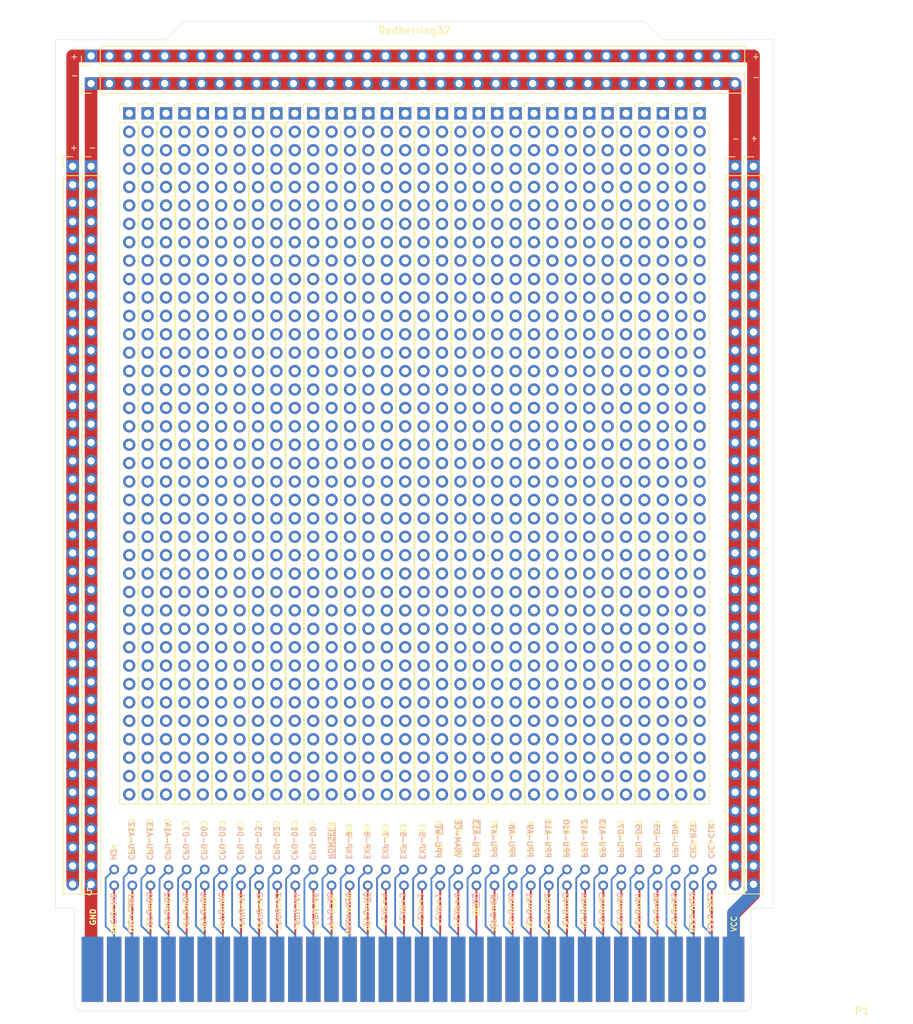
<source format=kicad_pcb>
(kicad_pcb (version 20171130) (host pcbnew "(5.1.2)-2")
  (layers (0 F.Cu signal) (31 B.Cu signal) (34 B.Paste user) (35 F.Paste user) (36 B.SilkS user) (37 F.SilkS user) (38 B.Mask user) (39 F.Mask user) (44 Edge.Cuts user))
  (net 0 "")
  (net 1 /M2)
  (net 2 /CPU-A12)
  (net 3 /CPU-A13)
  (net 4 /CPU-A14)
  (net 5 /CPU-D7)
  (net 6 /CPU-D6)
  (net 7 /CPU-D5)
  (net 8 /CPU-D4)
  (net 9 /CPU-D3)
  (net 10 /CPU-D2)
  (net 11 /CPU-D1)
  (net 12 /CPU-D0)
  (net 13 /~ROMSEL)
  (net 14 /EXP-9)
  (net 15 /EXP-8)
  (net 16 /EXP-7)
  (net 17 /EXP-6)
  (net 18 /EXP-5)
  (net 19 /PPU-~WE)
  (net 20 /VRAM-~CE)
  (net 21 /PPU-~A13)
  (net 22 /PPU-A7)
  (net 23 /PPU-A8)
  (net 24 /PPU-A9)
  (net 25 /PPU-A11)
  (net 26 /PPU-A10)
  (net 27 /PPU-A12)
  (net 28 /PPU-A13)
  (net 29 /PPU-D7)
  (net 30 /PPU-D6)
  (net 31 /PPU-D5)
  (net 32 /PPU-D4)
  (net 33 /CIC-RST)
  (net 34 /CIC-CLK)
  (net 35 /GND)
  (net 36 /CPU-A11)
  (net 37 /CPU-A10)
  (net 38 /CPU-A9)
  (net 39 /CPU-A8)
  (net 40 /CPU-A7)
  (net 41 /CPU-A6)
  (net 42 /CPU-A5)
  (net 43 /CPU-A4)
  (net 44 /CPU-A3)
  (net 45 /CPU-A2)
  (net 46 /CPU-A1)
  (net 47 /CPU-A0)
  (net 48 /CPU-R~W)
  (net 49 /~IRQ)
  (net 50 /EXP-0)
  (net 51 /EXP-1)
  (net 52 /EXP-2)
  (net 53 /EXP-3)
  (net 54 /EXP-4)
  (net 55 /PPU-~RD)
  (net 56 /VRAM-A10)
  (net 57 /PPU-A6)
  (net 58 /PPU-A5)
  (net 59 /PPU-A4)
  (net 60 /PPU-A3)
  (net 61 /PPU-A2)
  (net 62 /PPU-A1)
  (net 63 /PPU-A0)
  (net 64 /PPU-D0)
  (net 65 /PPU-D1)
  (net 66 /PPU-D2)
  (net 67 /PPU-D3)
  (net 68 /CIC-TO-CART)
  (net 69 /CIC-TO-MB)
  (net 70 /VCC)
  (net 71 /SYSTEM-CLK)
  (module Connector_PinHeader_2.54mm:PinHeader_1x40_P2.54mm_Vertical (layer F.Cu) (at 177.8 43.18)
    (fp_text reference VCC3 hide)
    (fp_text value Conn_01x40_Female)
    (pad 40 thru_hole oval (at 0 99.06) (size 1.7 1.7) (drill 1) (layers *.Cu *.Mask) (net 70 /VCC))
    (pad 39 thru_hole oval (at 0 96.52) (size 1.7 1.7) (drill 1) (layers *.Cu *.Mask) (net 70 /VCC))
    (pad 38 thru_hole oval (at 0 93.98) (size 1.7 1.7) (drill 1) (layers *.Cu *.Mask) (net 70 /VCC))
    (pad 37 thru_hole oval (at 0 91.44) (size 1.7 1.7) (drill 1) (layers *.Cu *.Mask) (net 70 /VCC))
    (pad 36 thru_hole oval (at 0 88.9) (size 1.7 1.7) (drill 1) (layers *.Cu *.Mask) (net 70 /VCC))
    (pad 35 thru_hole oval (at 0 86.36) (size 1.7 1.7) (drill 1) (layers *.Cu *.Mask) (net 70 /VCC))
    (pad 34 thru_hole oval (at 0 83.82) (size 1.7 1.7) (drill 1) (layers *.Cu *.Mask) (net 70 /VCC))
    (pad 33 thru_hole oval (at 0 81.28) (size 1.7 1.7) (drill 1) (layers *.Cu *.Mask) (net 70 /VCC))
    (pad 32 thru_hole oval (at 0 78.74) (size 1.7 1.7) (drill 1) (layers *.Cu *.Mask) (net 70 /VCC))
    (pad 31 thru_hole oval (at 0 76.2) (size 1.7 1.7) (drill 1) (layers *.Cu *.Mask) (net 70 /VCC))
    (pad 30 thru_hole oval (at 0 73.66) (size 1.7 1.7) (drill 1) (layers *.Cu *.Mask) (net 70 /VCC))
    (pad 29 thru_hole oval (at 0 71.12) (size 1.7 1.7) (drill 1) (layers *.Cu *.Mask) (net 70 /VCC))
    (pad 28 thru_hole oval (at 0 68.58) (size 1.7 1.7) (drill 1) (layers *.Cu *.Mask) (net 70 /VCC))
    (pad 27 thru_hole oval (at 0 66.04) (size 1.7 1.7) (drill 1) (layers *.Cu *.Mask) (net 70 /VCC))
    (pad 26 thru_hole oval (at 0 63.5) (size 1.7 1.7) (drill 1) (layers *.Cu *.Mask) (net 70 /VCC))
    (pad 25 thru_hole oval (at 0 60.96) (size 1.7 1.7) (drill 1) (layers *.Cu *.Mask) (net 70 /VCC))
    (pad 24 thru_hole oval (at 0 58.42) (size 1.7 1.7) (drill 1) (layers *.Cu *.Mask) (net 70 /VCC))
    (pad 23 thru_hole oval (at 0 55.88) (size 1.7 1.7) (drill 1) (layers *.Cu *.Mask) (net 70 /VCC))
    (pad 22 thru_hole oval (at 0 53.34) (size 1.7 1.7) (drill 1) (layers *.Cu *.Mask) (net 70 /VCC))
    (pad 21 thru_hole oval (at 0 50.8) (size 1.7 1.7) (drill 1) (layers *.Cu *.Mask) (net 70 /VCC))
    (pad 20 thru_hole oval (at 0 48.26) (size 1.7 1.7) (drill 1) (layers *.Cu *.Mask) (net 70 /VCC))
    (pad 19 thru_hole oval (at 0 45.72) (size 1.7 1.7) (drill 1) (layers *.Cu *.Mask) (net 70 /VCC))
    (pad 18 thru_hole oval (at 0 43.18) (size 1.7 1.7) (drill 1) (layers *.Cu *.Mask) (net 70 /VCC))
    (pad 17 thru_hole oval (at 0 40.64) (size 1.7 1.7) (drill 1) (layers *.Cu *.Mask) (net 70 /VCC))
    (pad 16 thru_hole oval (at 0 38.1) (size 1.7 1.7) (drill 1) (layers *.Cu *.Mask) (net 70 /VCC))
    (pad 15 thru_hole oval (at 0 35.56) (size 1.7 1.7) (drill 1) (layers *.Cu *.Mask) (net 70 /VCC))
    (pad 14 thru_hole oval (at 0 33.02) (size 1.7 1.7) (drill 1) (layers *.Cu *.Mask) (net 70 /VCC))
    (pad 13 thru_hole oval (at 0 30.48) (size 1.7 1.7) (drill 1) (layers *.Cu *.Mask) (net 70 /VCC))
    (pad 12 thru_hole oval (at 0 27.94) (size 1.7 1.7) (drill 1) (layers *.Cu *.Mask) (net 70 /VCC))
    (pad 11 thru_hole oval (at 0 25.4) (size 1.7 1.7) (drill 1) (layers *.Cu *.Mask) (net 70 /VCC))
    (pad 10 thru_hole oval (at 0 22.86) (size 1.7 1.7) (drill 1) (layers *.Cu *.Mask) (net 70 /VCC))
    (pad 9 thru_hole oval (at 0 20.32) (size 1.7 1.7) (drill 1) (layers *.Cu *.Mask) (net 70 /VCC))
    (pad 8 thru_hole oval (at 0 17.78) (size 1.7 1.7) (drill 1) (layers *.Cu *.Mask) (net 70 /VCC))
    (pad 7 thru_hole oval (at 0 15.24) (size 1.7 1.7) (drill 1) (layers *.Cu *.Mask) (net 70 /VCC))
    (pad 6 thru_hole oval (at 0 12.7) (size 1.7 1.7) (drill 1) (layers *.Cu *.Mask) (net 70 /VCC))
    (pad 5 thru_hole oval (at 0 10.16) (size 1.7 1.7) (drill 1) (layers *.Cu *.Mask) (net 70 /VCC))
    (pad 4 thru_hole oval (at 0 7.62) (size 1.7 1.7) (drill 1) (layers *.Cu *.Mask) (net 70 /VCC))
    (pad 3 thru_hole oval (at 0 5.08) (size 1.7 1.7) (drill 1) (layers *.Cu *.Mask) (net 70 /VCC))
    (pad 2 thru_hole oval (at 0 2.54) (size 1.7 1.7) (drill 1) (layers *.Cu *.Mask) (net 70 /VCC))
    (pad 1 thru_hole rect (at 0 0) (size 1.7 1.7) (drill 1) (layers *.Cu *.Mask) (net 70 /VCC))
  )
  (module Connector_PinHeader_2.54mm:PinHeader_1x36_P2.54mm_Vertical (layer F.Cu) (at 88.9 31.75 90)
    (fp_text reference VCC2 hide)
    (fp_text value Conn_01x36_Female)
    (pad 36 thru_hole oval (at 0 88.9 90) (size 1.7 1.7) (drill 1) (layers *.Cu *.Mask) (net 70 /VCC))
    (pad 35 thru_hole oval (at 0 86.36 90) (size 1.7 1.7) (drill 1) (layers *.Cu *.Mask) (net 70 /VCC))
    (pad 34 thru_hole oval (at 0 83.82 90) (size 1.7 1.7) (drill 1) (layers *.Cu *.Mask) (net 70 /VCC))
    (pad 33 thru_hole oval (at 0 81.28 90) (size 1.7 1.7) (drill 1) (layers *.Cu *.Mask) (net 70 /VCC))
    (pad 32 thru_hole oval (at 0 78.74 90) (size 1.7 1.7) (drill 1) (layers *.Cu *.Mask) (net 70 /VCC))
    (pad 31 thru_hole oval (at 0 76.2 90) (size 1.7 1.7) (drill 1) (layers *.Cu *.Mask) (net 70 /VCC))
    (pad 30 thru_hole oval (at 0 73.66 90) (size 1.7 1.7) (drill 1) (layers *.Cu *.Mask) (net 70 /VCC))
    (pad 29 thru_hole oval (at 0 71.12 90) (size 1.7 1.7) (drill 1) (layers *.Cu *.Mask) (net 70 /VCC))
    (pad 28 thru_hole oval (at 0 68.58 90) (size 1.7 1.7) (drill 1) (layers *.Cu *.Mask) (net 70 /VCC))
    (pad 27 thru_hole oval (at 0 66.04 90) (size 1.7 1.7) (drill 1) (layers *.Cu *.Mask) (net 70 /VCC))
    (pad 26 thru_hole oval (at 0 63.5 90) (size 1.7 1.7) (drill 1) (layers *.Cu *.Mask) (net 70 /VCC))
    (pad 25 thru_hole oval (at 0 60.96 90) (size 1.7 1.7) (drill 1) (layers *.Cu *.Mask) (net 70 /VCC))
    (pad 24 thru_hole oval (at 0 58.42 90) (size 1.7 1.7) (drill 1) (layers *.Cu *.Mask) (net 70 /VCC))
    (pad 23 thru_hole oval (at 0 55.88 90) (size 1.7 1.7) (drill 1) (layers *.Cu *.Mask) (net 70 /VCC))
    (pad 22 thru_hole oval (at 0 53.34 90) (size 1.7 1.7) (drill 1) (layers *.Cu *.Mask) (net 70 /VCC))
    (pad 21 thru_hole oval (at 0 50.8 90) (size 1.7 1.7) (drill 1) (layers *.Cu *.Mask) (net 70 /VCC))
    (pad 20 thru_hole oval (at 0 48.26 90) (size 1.7 1.7) (drill 1) (layers *.Cu *.Mask) (net 70 /VCC))
    (pad 19 thru_hole oval (at 0 45.72 90) (size 1.7 1.7) (drill 1) (layers *.Cu *.Mask) (net 70 /VCC))
    (pad 18 thru_hole oval (at 0 43.18 90) (size 1.7 1.7) (drill 1) (layers *.Cu *.Mask) (net 70 /VCC))
    (pad 17 thru_hole oval (at 0 40.64 90) (size 1.7 1.7) (drill 1) (layers *.Cu *.Mask) (net 70 /VCC))
    (pad 16 thru_hole oval (at 0 38.1 90) (size 1.7 1.7) (drill 1) (layers *.Cu *.Mask) (net 70 /VCC))
    (pad 15 thru_hole oval (at 0 35.56 90) (size 1.7 1.7) (drill 1) (layers *.Cu *.Mask) (net 70 /VCC))
    (pad 14 thru_hole oval (at 0 33.02 90) (size 1.7 1.7) (drill 1) (layers *.Cu *.Mask) (net 70 /VCC))
    (pad 13 thru_hole oval (at 0 30.48 90) (size 1.7 1.7) (drill 1) (layers *.Cu *.Mask) (net 70 /VCC))
    (pad 12 thru_hole oval (at 0 27.94 90) (size 1.7 1.7) (drill 1) (layers *.Cu *.Mask) (net 70 /VCC))
    (pad 11 thru_hole oval (at 0 25.4 90) (size 1.7 1.7) (drill 1) (layers *.Cu *.Mask) (net 70 /VCC))
    (pad 10 thru_hole oval (at 0 22.86 90) (size 1.7 1.7) (drill 1) (layers *.Cu *.Mask) (net 70 /VCC))
    (pad 9 thru_hole oval (at 0 20.32 90) (size 1.7 1.7) (drill 1) (layers *.Cu *.Mask) (net 70 /VCC))
    (pad 8 thru_hole oval (at 0 17.78 90) (size 1.7 1.7) (drill 1) (layers *.Cu *.Mask) (net 70 /VCC))
    (pad 7 thru_hole oval (at 0 15.24 90) (size 1.7 1.7) (drill 1) (layers *.Cu *.Mask) (net 70 /VCC))
    (pad 6 thru_hole oval (at 0 12.7 90) (size 1.7 1.7) (drill 1) (layers *.Cu *.Mask) (net 70 /VCC))
    (pad 5 thru_hole oval (at 0 10.16 90) (size 1.7 1.7) (drill 1) (layers *.Cu *.Mask) (net 70 /VCC))
    (pad 4 thru_hole oval (at 0 7.62 90) (size 1.7 1.7) (drill 1) (layers *.Cu *.Mask) (net 70 /VCC))
    (pad 3 thru_hole oval (at 0 5.08 90) (size 1.7 1.7) (drill 1) (layers *.Cu *.Mask) (net 70 /VCC))
    (pad 2 thru_hole oval (at 0 2.54 90) (size 1.7 1.7) (drill 1) (layers *.Cu *.Mask) (net 70 /VCC))
    (pad 1 thru_hole rect (at 0 0 90) (size 1.7 1.7) (drill 1) (layers *.Cu *.Mask) (net 70 /VCC))
  )
  (module Connector_PinHeader_2.54mm:PinHeader_1x40_P2.54mm_Vertical (layer F.Cu) (at 88.9 43.18)
    (fp_text reference VCC1 hide)
    (fp_text value Conn_01x40_Female)
    (pad 1 thru_hole rect (at 0 0) (size 1.7 1.7) (drill 1) (layers *.Cu *.Mask) (net 70 /VCC))
    (pad 2 thru_hole oval (at 0 2.54) (size 1.7 1.7) (drill 1) (layers *.Cu *.Mask) (net 70 /VCC))
    (pad 3 thru_hole oval (at 0 5.08) (size 1.7 1.7) (drill 1) (layers *.Cu *.Mask) (net 70 /VCC))
    (pad 4 thru_hole oval (at 0 7.62) (size 1.7 1.7) (drill 1) (layers *.Cu *.Mask) (net 70 /VCC))
    (pad 5 thru_hole oval (at 0 10.16) (size 1.7 1.7) (drill 1) (layers *.Cu *.Mask) (net 70 /VCC))
    (pad 6 thru_hole oval (at 0 12.7) (size 1.7 1.7) (drill 1) (layers *.Cu *.Mask) (net 70 /VCC))
    (pad 7 thru_hole oval (at 0 15.24) (size 1.7 1.7) (drill 1) (layers *.Cu *.Mask) (net 70 /VCC))
    (pad 8 thru_hole oval (at 0 17.78) (size 1.7 1.7) (drill 1) (layers *.Cu *.Mask) (net 70 /VCC))
    (pad 9 thru_hole oval (at 0 20.32) (size 1.7 1.7) (drill 1) (layers *.Cu *.Mask) (net 70 /VCC))
    (pad 10 thru_hole oval (at 0 22.86) (size 1.7 1.7) (drill 1) (layers *.Cu *.Mask) (net 70 /VCC))
    (pad 11 thru_hole oval (at 0 25.4) (size 1.7 1.7) (drill 1) (layers *.Cu *.Mask) (net 70 /VCC))
    (pad 12 thru_hole oval (at 0 27.94) (size 1.7 1.7) (drill 1) (layers *.Cu *.Mask) (net 70 /VCC))
    (pad 13 thru_hole oval (at 0 30.48) (size 1.7 1.7) (drill 1) (layers *.Cu *.Mask) (net 70 /VCC))
    (pad 14 thru_hole oval (at 0 33.02) (size 1.7 1.7) (drill 1) (layers *.Cu *.Mask) (net 70 /VCC))
    (pad 15 thru_hole oval (at 0 35.56) (size 1.7 1.7) (drill 1) (layers *.Cu *.Mask) (net 70 /VCC))
    (pad 16 thru_hole oval (at 0 38.1) (size 1.7 1.7) (drill 1) (layers *.Cu *.Mask) (net 70 /VCC))
    (pad 17 thru_hole oval (at 0 40.64) (size 1.7 1.7) (drill 1) (layers *.Cu *.Mask) (net 70 /VCC))
    (pad 18 thru_hole oval (at 0 43.18) (size 1.7 1.7) (drill 1) (layers *.Cu *.Mask) (net 70 /VCC))
    (pad 19 thru_hole oval (at 0 45.72) (size 1.7 1.7) (drill 1) (layers *.Cu *.Mask) (net 70 /VCC))
    (pad 20 thru_hole oval (at 0 48.26) (size 1.7 1.7) (drill 1) (layers *.Cu *.Mask) (net 70 /VCC))
    (pad 21 thru_hole oval (at 0 50.8) (size 1.7 1.7) (drill 1) (layers *.Cu *.Mask) (net 70 /VCC))
    (pad 22 thru_hole oval (at 0 53.34) (size 1.7 1.7) (drill 1) (layers *.Cu *.Mask) (net 70 /VCC))
    (pad 23 thru_hole oval (at 0 55.88) (size 1.7 1.7) (drill 1) (layers *.Cu *.Mask) (net 70 /VCC))
    (pad 24 thru_hole oval (at 0 58.42) (size 1.7 1.7) (drill 1) (layers *.Cu *.Mask) (net 70 /VCC))
    (pad 25 thru_hole oval (at 0 60.96) (size 1.7 1.7) (drill 1) (layers *.Cu *.Mask) (net 70 /VCC))
    (pad 26 thru_hole oval (at 0 63.5) (size 1.7 1.7) (drill 1) (layers *.Cu *.Mask) (net 70 /VCC))
    (pad 27 thru_hole oval (at 0 66.04) (size 1.7 1.7) (drill 1) (layers *.Cu *.Mask) (net 70 /VCC))
    (pad 28 thru_hole oval (at 0 68.58) (size 1.7 1.7) (drill 1) (layers *.Cu *.Mask) (net 70 /VCC))
    (pad 29 thru_hole oval (at 0 71.12) (size 1.7 1.7) (drill 1) (layers *.Cu *.Mask) (net 70 /VCC))
    (pad 30 thru_hole oval (at 0 73.66) (size 1.7 1.7) (drill 1) (layers *.Cu *.Mask) (net 70 /VCC))
    (pad 31 thru_hole oval (at 0 76.2) (size 1.7 1.7) (drill 1) (layers *.Cu *.Mask) (net 70 /VCC))
    (pad 32 thru_hole oval (at 0 78.74) (size 1.7 1.7) (drill 1) (layers *.Cu *.Mask) (net 70 /VCC))
    (pad 33 thru_hole oval (at 0 81.28) (size 1.7 1.7) (drill 1) (layers *.Cu *.Mask) (net 70 /VCC))
    (pad 34 thru_hole oval (at 0 83.82) (size 1.7 1.7) (drill 1) (layers *.Cu *.Mask) (net 70 /VCC))
    (pad 35 thru_hole oval (at 0 86.36) (size 1.7 1.7) (drill 1) (layers *.Cu *.Mask) (net 70 /VCC))
    (pad 36 thru_hole oval (at 0 88.9) (size 1.7 1.7) (drill 1) (layers *.Cu *.Mask) (net 70 /VCC))
    (pad 37 thru_hole oval (at 0 91.44) (size 1.7 1.7) (drill 1) (layers *.Cu *.Mask) (net 70 /VCC))
    (pad 38 thru_hole oval (at 0 93.98) (size 1.7 1.7) (drill 1) (layers *.Cu *.Mask) (net 70 /VCC))
    (pad 39 thru_hole oval (at 0 96.52) (size 1.7 1.7) (drill 1) (layers *.Cu *.Mask) (net 70 /VCC))
    (pad 40 thru_hole oval (at 0 99.06) (size 1.7 1.7) (drill 1) (layers *.Cu *.Mask) (net 70 /VCC))
  )
  (module Connector_PinHeader_2.54mm:PinHeader_1x40_P2.54mm_Vertical (layer F.Cu) (at 180.34 43.18)
    (fp_text reference GND3 hide)
    (fp_text value Conn_01x40_Female)
    (pad 40 thru_hole oval (at 0 99.06) (size 1.7 1.7) (drill 1) (layers *.Cu *.Mask) (net 35 /GND))
    (pad 39 thru_hole oval (at 0 96.52) (size 1.7 1.7) (drill 1) (layers *.Cu *.Mask) (net 35 /GND))
    (pad 38 thru_hole oval (at 0 93.98) (size 1.7 1.7) (drill 1) (layers *.Cu *.Mask) (net 35 /GND))
    (pad 37 thru_hole oval (at 0 91.44) (size 1.7 1.7) (drill 1) (layers *.Cu *.Mask) (net 35 /GND))
    (pad 36 thru_hole oval (at 0 88.9) (size 1.7 1.7) (drill 1) (layers *.Cu *.Mask) (net 35 /GND))
    (pad 35 thru_hole oval (at 0 86.36) (size 1.7 1.7) (drill 1) (layers *.Cu *.Mask) (net 35 /GND))
    (pad 34 thru_hole oval (at 0 83.82) (size 1.7 1.7) (drill 1) (layers *.Cu *.Mask) (net 35 /GND))
    (pad 33 thru_hole oval (at 0 81.28) (size 1.7 1.7) (drill 1) (layers *.Cu *.Mask) (net 35 /GND))
    (pad 32 thru_hole oval (at 0 78.74) (size 1.7 1.7) (drill 1) (layers *.Cu *.Mask) (net 35 /GND))
    (pad 31 thru_hole oval (at 0 76.2) (size 1.7 1.7) (drill 1) (layers *.Cu *.Mask) (net 35 /GND))
    (pad 30 thru_hole oval (at 0 73.66) (size 1.7 1.7) (drill 1) (layers *.Cu *.Mask) (net 35 /GND))
    (pad 29 thru_hole oval (at 0 71.12) (size 1.7 1.7) (drill 1) (layers *.Cu *.Mask) (net 35 /GND))
    (pad 28 thru_hole oval (at 0 68.58) (size 1.7 1.7) (drill 1) (layers *.Cu *.Mask) (net 35 /GND))
    (pad 27 thru_hole oval (at 0 66.04) (size 1.7 1.7) (drill 1) (layers *.Cu *.Mask) (net 35 /GND))
    (pad 26 thru_hole oval (at 0 63.5) (size 1.7 1.7) (drill 1) (layers *.Cu *.Mask) (net 35 /GND))
    (pad 25 thru_hole oval (at 0 60.96) (size 1.7 1.7) (drill 1) (layers *.Cu *.Mask) (net 35 /GND))
    (pad 24 thru_hole oval (at 0 58.42) (size 1.7 1.7) (drill 1) (layers *.Cu *.Mask) (net 35 /GND))
    (pad 23 thru_hole oval (at 0 55.88) (size 1.7 1.7) (drill 1) (layers *.Cu *.Mask) (net 35 /GND))
    (pad 22 thru_hole oval (at 0 53.34) (size 1.7 1.7) (drill 1) (layers *.Cu *.Mask) (net 35 /GND))
    (pad 21 thru_hole oval (at 0 50.8) (size 1.7 1.7) (drill 1) (layers *.Cu *.Mask) (net 35 /GND))
    (pad 20 thru_hole oval (at 0 48.26) (size 1.7 1.7) (drill 1) (layers *.Cu *.Mask) (net 35 /GND))
    (pad 19 thru_hole oval (at 0 45.72) (size 1.7 1.7) (drill 1) (layers *.Cu *.Mask) (net 35 /GND))
    (pad 18 thru_hole oval (at 0 43.18) (size 1.7 1.7) (drill 1) (layers *.Cu *.Mask) (net 35 /GND))
    (pad 17 thru_hole oval (at 0 40.64) (size 1.7 1.7) (drill 1) (layers *.Cu *.Mask) (net 35 /GND))
    (pad 16 thru_hole oval (at 0 38.1) (size 1.7 1.7) (drill 1) (layers *.Cu *.Mask) (net 35 /GND))
    (pad 15 thru_hole oval (at 0 35.56) (size 1.7 1.7) (drill 1) (layers *.Cu *.Mask) (net 35 /GND))
    (pad 14 thru_hole oval (at 0 33.02) (size 1.7 1.7) (drill 1) (layers *.Cu *.Mask) (net 35 /GND))
    (pad 13 thru_hole oval (at 0 30.48) (size 1.7 1.7) (drill 1) (layers *.Cu *.Mask) (net 35 /GND))
    (pad 12 thru_hole oval (at 0 27.94) (size 1.7 1.7) (drill 1) (layers *.Cu *.Mask) (net 35 /GND))
    (pad 11 thru_hole oval (at 0 25.4) (size 1.7 1.7) (drill 1) (layers *.Cu *.Mask) (net 35 /GND))
    (pad 10 thru_hole oval (at 0 22.86) (size 1.7 1.7) (drill 1) (layers *.Cu *.Mask) (net 35 /GND))
    (pad 9 thru_hole oval (at 0 20.32) (size 1.7 1.7) (drill 1) (layers *.Cu *.Mask) (net 35 /GND))
    (pad 8 thru_hole oval (at 0 17.78) (size 1.7 1.7) (drill 1) (layers *.Cu *.Mask) (net 35 /GND))
    (pad 7 thru_hole oval (at 0 15.24) (size 1.7 1.7) (drill 1) (layers *.Cu *.Mask) (net 35 /GND))
    (pad 6 thru_hole oval (at 0 12.7) (size 1.7 1.7) (drill 1) (layers *.Cu *.Mask) (net 35 /GND))
    (pad 5 thru_hole oval (at 0 10.16) (size 1.7 1.7) (drill 1) (layers *.Cu *.Mask) (net 35 /GND))
    (pad 4 thru_hole oval (at 0 7.62) (size 1.7 1.7) (drill 1) (layers *.Cu *.Mask) (net 35 /GND))
    (pad 3 thru_hole oval (at 0 5.08) (size 1.7 1.7) (drill 1) (layers *.Cu *.Mask) (net 35 /GND))
    (pad 2 thru_hole oval (at 0 2.54) (size 1.7 1.7) (drill 1) (layers *.Cu *.Mask) (net 35 /GND))
    (pad 1 thru_hole rect (at 0 0) (size 1.7 1.7) (drill 1) (layers *.Cu *.Mask) (net 35 /GND))
  )
  (module Connector_PinHeader_2.54mm:PinHeader_1x36_P2.54mm_Vertical (layer F.Cu) (at 88.9 27.94 90)
    (fp_text reference GND2 hide)
    (fp_text value Conn_01x36_Female)
    (pad 36 thru_hole oval (at 0 88.9 90) (size 1.7 1.7) (drill 1) (layers *.Cu *.Mask) (net 35 /GND))
    (pad 35 thru_hole oval (at 0 86.36 90) (size 1.7 1.7) (drill 1) (layers *.Cu *.Mask) (net 35 /GND))
    (pad 34 thru_hole oval (at 0 83.82 90) (size 1.7 1.7) (drill 1) (layers *.Cu *.Mask) (net 35 /GND))
    (pad 33 thru_hole oval (at 0 81.28 90) (size 1.7 1.7) (drill 1) (layers *.Cu *.Mask) (net 35 /GND))
    (pad 32 thru_hole oval (at 0 78.74 90) (size 1.7 1.7) (drill 1) (layers *.Cu *.Mask) (net 35 /GND))
    (pad 31 thru_hole oval (at 0 76.2 90) (size 1.7 1.7) (drill 1) (layers *.Cu *.Mask) (net 35 /GND))
    (pad 30 thru_hole oval (at 0 73.66 90) (size 1.7 1.7) (drill 1) (layers *.Cu *.Mask) (net 35 /GND))
    (pad 29 thru_hole oval (at 0 71.12 90) (size 1.7 1.7) (drill 1) (layers *.Cu *.Mask) (net 35 /GND))
    (pad 28 thru_hole oval (at 0 68.58 90) (size 1.7 1.7) (drill 1) (layers *.Cu *.Mask) (net 35 /GND))
    (pad 27 thru_hole oval (at 0 66.04 90) (size 1.7 1.7) (drill 1) (layers *.Cu *.Mask) (net 35 /GND))
    (pad 26 thru_hole oval (at 0 63.5 90) (size 1.7 1.7) (drill 1) (layers *.Cu *.Mask) (net 35 /GND))
    (pad 25 thru_hole oval (at 0 60.96 90) (size 1.7 1.7) (drill 1) (layers *.Cu *.Mask) (net 35 /GND))
    (pad 24 thru_hole oval (at 0 58.42 90) (size 1.7 1.7) (drill 1) (layers *.Cu *.Mask) (net 35 /GND))
    (pad 23 thru_hole oval (at 0 55.88 90) (size 1.7 1.7) (drill 1) (layers *.Cu *.Mask) (net 35 /GND))
    (pad 22 thru_hole oval (at 0 53.34 90) (size 1.7 1.7) (drill 1) (layers *.Cu *.Mask) (net 35 /GND))
    (pad 21 thru_hole oval (at 0 50.8 90) (size 1.7 1.7) (drill 1) (layers *.Cu *.Mask) (net 35 /GND))
    (pad 20 thru_hole oval (at 0 48.26 90) (size 1.7 1.7) (drill 1) (layers *.Cu *.Mask) (net 35 /GND))
    (pad 19 thru_hole oval (at 0 45.72 90) (size 1.7 1.7) (drill 1) (layers *.Cu *.Mask) (net 35 /GND))
    (pad 18 thru_hole oval (at 0 43.18 90) (size 1.7 1.7) (drill 1) (layers *.Cu *.Mask) (net 35 /GND))
    (pad 17 thru_hole oval (at 0 40.64 90) (size 1.7 1.7) (drill 1) (layers *.Cu *.Mask) (net 35 /GND))
    (pad 16 thru_hole oval (at 0 38.1 90) (size 1.7 1.7) (drill 1) (layers *.Cu *.Mask) (net 35 /GND))
    (pad 15 thru_hole oval (at 0 35.56 90) (size 1.7 1.7) (drill 1) (layers *.Cu *.Mask) (net 35 /GND))
    (pad 14 thru_hole oval (at 0 33.02 90) (size 1.7 1.7) (drill 1) (layers *.Cu *.Mask) (net 35 /GND))
    (pad 13 thru_hole oval (at 0 30.48 90) (size 1.7 1.7) (drill 1) (layers *.Cu *.Mask) (net 35 /GND))
    (pad 12 thru_hole oval (at 0 27.94 90) (size 1.7 1.7) (drill 1) (layers *.Cu *.Mask) (net 35 /GND))
    (pad 11 thru_hole oval (at 0 25.4 90) (size 1.7 1.7) (drill 1) (layers *.Cu *.Mask) (net 35 /GND))
    (pad 10 thru_hole oval (at 0 22.86 90) (size 1.7 1.7) (drill 1) (layers *.Cu *.Mask) (net 35 /GND))
    (pad 9 thru_hole oval (at 0 20.32 90) (size 1.7 1.7) (drill 1) (layers *.Cu *.Mask) (net 35 /GND))
    (pad 8 thru_hole oval (at 0 17.78 90) (size 1.7 1.7) (drill 1) (layers *.Cu *.Mask) (net 35 /GND))
    (pad 7 thru_hole oval (at 0 15.24 90) (size 1.7 1.7) (drill 1) (layers *.Cu *.Mask) (net 35 /GND))
    (pad 6 thru_hole oval (at 0 12.7 90) (size 1.7 1.7) (drill 1) (layers *.Cu *.Mask) (net 35 /GND))
    (pad 5 thru_hole oval (at 0 10.16 90) (size 1.7 1.7) (drill 1) (layers *.Cu *.Mask) (net 35 /GND))
    (pad 4 thru_hole oval (at 0 7.62 90) (size 1.7 1.7) (drill 1) (layers *.Cu *.Mask) (net 35 /GND))
    (pad 3 thru_hole oval (at 0 5.08 90) (size 1.7 1.7) (drill 1) (layers *.Cu *.Mask) (net 35 /GND))
    (pad 2 thru_hole oval (at 0 2.54 90) (size 1.7 1.7) (drill 1) (layers *.Cu *.Mask) (net 35 /GND))
    (pad 1 thru_hole rect (at 0 0 90) (size 1.7 1.7) (drill 1) (layers *.Cu *.Mask) (net 35 /GND))
  )
  (module Connector_PinHeader_2.54mm:PinHeader_1x40_P2.54mm_Vertical (layer F.Cu) (at 86.36 43.18)
    (fp_text reference GND1 hide)
    (fp_text value Conn_01x40_Female)
    (pad 40 thru_hole oval (at 0 99.06) (size 1.7 1.7) (drill 1) (layers *.Cu *.Mask) (net 35 /GND))
    (pad 39 thru_hole oval (at 0 96.52) (size 1.7 1.7) (drill 1) (layers *.Cu *.Mask) (net 35 /GND))
    (pad 38 thru_hole oval (at 0 93.98) (size 1.7 1.7) (drill 1) (layers *.Cu *.Mask) (net 35 /GND))
    (pad 37 thru_hole oval (at 0 91.44) (size 1.7 1.7) (drill 1) (layers *.Cu *.Mask) (net 35 /GND))
    (pad 36 thru_hole oval (at 0 88.9) (size 1.7 1.7) (drill 1) (layers *.Cu *.Mask) (net 35 /GND))
    (pad 35 thru_hole oval (at 0 86.36) (size 1.7 1.7) (drill 1) (layers *.Cu *.Mask) (net 35 /GND))
    (pad 34 thru_hole oval (at 0 83.82) (size 1.7 1.7) (drill 1) (layers *.Cu *.Mask) (net 35 /GND))
    (pad 33 thru_hole oval (at 0 81.28) (size 1.7 1.7) (drill 1) (layers *.Cu *.Mask) (net 35 /GND))
    (pad 32 thru_hole oval (at 0 78.74) (size 1.7 1.7) (drill 1) (layers *.Cu *.Mask) (net 35 /GND))
    (pad 31 thru_hole oval (at 0 76.2) (size 1.7 1.7) (drill 1) (layers *.Cu *.Mask) (net 35 /GND))
    (pad 30 thru_hole oval (at 0 73.66) (size 1.7 1.7) (drill 1) (layers *.Cu *.Mask) (net 35 /GND))
    (pad 29 thru_hole oval (at 0 71.12) (size 1.7 1.7) (drill 1) (layers *.Cu *.Mask) (net 35 /GND))
    (pad 28 thru_hole oval (at 0 68.58) (size 1.7 1.7) (drill 1) (layers *.Cu *.Mask) (net 35 /GND))
    (pad 27 thru_hole oval (at 0 66.04) (size 1.7 1.7) (drill 1) (layers *.Cu *.Mask) (net 35 /GND))
    (pad 26 thru_hole oval (at 0 63.5) (size 1.7 1.7) (drill 1) (layers *.Cu *.Mask) (net 35 /GND))
    (pad 25 thru_hole oval (at 0 60.96) (size 1.7 1.7) (drill 1) (layers *.Cu *.Mask) (net 35 /GND))
    (pad 24 thru_hole oval (at 0 58.42) (size 1.7 1.7) (drill 1) (layers *.Cu *.Mask) (net 35 /GND))
    (pad 23 thru_hole oval (at 0 55.88) (size 1.7 1.7) (drill 1) (layers *.Cu *.Mask) (net 35 /GND))
    (pad 22 thru_hole oval (at 0 53.34) (size 1.7 1.7) (drill 1) (layers *.Cu *.Mask) (net 35 /GND))
    (pad 21 thru_hole oval (at 0 50.8) (size 1.7 1.7) (drill 1) (layers *.Cu *.Mask) (net 35 /GND))
    (pad 20 thru_hole oval (at 0 48.26) (size 1.7 1.7) (drill 1) (layers *.Cu *.Mask) (net 35 /GND))
    (pad 19 thru_hole oval (at 0 45.72) (size 1.7 1.7) (drill 1) (layers *.Cu *.Mask) (net 35 /GND))
    (pad 18 thru_hole oval (at 0 43.18) (size 1.7 1.7) (drill 1) (layers *.Cu *.Mask) (net 35 /GND))
    (pad 17 thru_hole oval (at 0 40.64) (size 1.7 1.7) (drill 1) (layers *.Cu *.Mask) (net 35 /GND))
    (pad 16 thru_hole oval (at 0 38.1) (size 1.7 1.7) (drill 1) (layers *.Cu *.Mask) (net 35 /GND))
    (pad 15 thru_hole oval (at 0 35.56) (size 1.7 1.7) (drill 1) (layers *.Cu *.Mask) (net 35 /GND))
    (pad 14 thru_hole oval (at 0 33.02) (size 1.7 1.7) (drill 1) (layers *.Cu *.Mask) (net 35 /GND))
    (pad 13 thru_hole oval (at 0 30.48) (size 1.7 1.7) (drill 1) (layers *.Cu *.Mask) (net 35 /GND))
    (pad 12 thru_hole oval (at 0 27.94) (size 1.7 1.7) (drill 1) (layers *.Cu *.Mask) (net 35 /GND))
    (pad 11 thru_hole oval (at 0 25.4) (size 1.7 1.7) (drill 1) (layers *.Cu *.Mask) (net 35 /GND))
    (pad 10 thru_hole oval (at 0 22.86) (size 1.7 1.7) (drill 1) (layers *.Cu *.Mask) (net 35 /GND))
    (pad 9 thru_hole oval (at 0 20.32) (size 1.7 1.7) (drill 1) (layers *.Cu *.Mask) (net 35 /GND))
    (pad 8 thru_hole oval (at 0 17.78) (size 1.7 1.7) (drill 1) (layers *.Cu *.Mask) (net 35 /GND))
    (pad 7 thru_hole oval (at 0 15.24) (size 1.7 1.7) (drill 1) (layers *.Cu *.Mask) (net 35 /GND))
    (pad 6 thru_hole oval (at 0 12.7) (size 1.7 1.7) (drill 1) (layers *.Cu *.Mask) (net 35 /GND))
    (pad 5 thru_hole oval (at 0 10.16) (size 1.7 1.7) (drill 1) (layers *.Cu *.Mask) (net 35 /GND))
    (pad 4 thru_hole oval (at 0 7.62) (size 1.7 1.7) (drill 1) (layers *.Cu *.Mask) (net 35 /GND))
    (pad 3 thru_hole oval (at 0 5.08) (size 1.7 1.7) (drill 1) (layers *.Cu *.Mask) (net 35 /GND))
    (pad 2 thru_hole oval (at 0 2.54) (size 1.7 1.7) (drill 1) (layers *.Cu *.Mask) (net 35 /GND))
    (pad 1 thru_hole rect (at 0 0) (size 1.7 1.7) (drill 1) (layers *.Cu *.Mask) (net 35 /GND))
  )
  (module NESRE:Pins2 (layer F.Cu) (at 88.285 142.735)
    (fp_text reference J5 (at 0 0.5) (layer F.SilkS))
    (fp_text value Conn_02x34_Counter_Clockwise)
    (pad 68 thru_hole circle (at 86.31 -0.34) (size 1.35 1.35) (drill 0.8) (layers *.Cu *.Mask) (net 36 /CPU-A11))
    (pad 67 thru_hole circle (at 83.81 -0.34) (size 1.35 1.35) (drill 0.8) (layers *.Cu *.Mask) (net 37 /CPU-A10))
    (pad 66 thru_hole circle (at 81.31 -0.34) (size 1.35 1.35) (drill 0.8) (layers *.Cu *.Mask) (net 38 /CPU-A9))
    (pad 65 thru_hole circle (at 78.81 -0.34) (size 1.35 1.35) (drill 0.8) (layers *.Cu *.Mask) (net 39 /CPU-A8))
    (pad 64 thru_hole circle (at 76.31 -0.34) (size 1.35 1.35) (drill 0.8) (layers *.Cu *.Mask) (net 40 /CPU-A7))
    (pad 63 thru_hole circle (at 73.81 -0.34) (size 1.35 1.35) (drill 0.8) (layers *.Cu *.Mask) (net 41 /CPU-A6))
    (pad 62 thru_hole circle (at 71.31 -0.34) (size 1.35 1.35) (drill 0.8) (layers *.Cu *.Mask) (net 42 /CPU-A5))
    (pad 61 thru_hole circle (at 68.81 -0.34) (size 1.35 1.35) (drill 0.8) (layers *.Cu *.Mask) (net 43 /CPU-A4))
    (pad 60 thru_hole circle (at 66.31 -0.34) (size 1.35 1.35) (drill 0.8) (layers *.Cu *.Mask) (net 44 /CPU-A3))
    (pad 59 thru_hole circle (at 63.81 -0.34) (size 1.35 1.35) (drill 0.8) (layers *.Cu *.Mask) (net 45 /CPU-A2))
    (pad 58 thru_hole circle (at 61.31 -0.34) (size 1.35 1.35) (drill 0.8) (layers *.Cu *.Mask) (net 46 /CPU-A1))
    (pad 57 thru_hole circle (at 58.81 -0.34) (size 1.35 1.35) (drill 0.8) (layers *.Cu *.Mask) (net 47 /CPU-A0))
    (pad 56 thru_hole circle (at 56.31 -0.34) (size 1.35 1.35) (drill 0.8) (layers *.Cu *.Mask) (net 48 /CPU-R~W))
    (pad 55 thru_hole circle (at 53.81 -0.34) (size 1.35 1.35) (drill 0.8) (layers *.Cu *.Mask) (net 49 /~IRQ))
    (pad 54 thru_hole circle (at 51.31 -0.34) (size 1.35 1.35) (drill 0.8) (layers *.Cu *.Mask) (net 50 /EXP-0))
    (pad 53 thru_hole circle (at 48.81 -0.34) (size 1.35 1.35) (drill 0.8) (layers *.Cu *.Mask) (net 51 /EXP-1))
    (pad 52 thru_hole circle (at 46.31 -0.34) (size 1.35 1.35) (drill 0.8) (layers *.Cu *.Mask) (net 52 /EXP-2))
    (pad 51 thru_hole circle (at 43.81 -0.34) (size 1.35 1.35) (drill 0.8) (layers *.Cu *.Mask) (net 53 /EXP-3))
    (pad 50 thru_hole circle (at 41.31 -0.34) (size 1.35 1.35) (drill 0.8) (layers *.Cu *.Mask) (net 54 /EXP-4))
    (pad 49 thru_hole circle (at 38.81 -0.34) (size 1.35 1.35) (drill 0.8) (layers *.Cu *.Mask) (net 55 /PPU-~RD))
    (pad 48 thru_hole circle (at 36.31 -0.34) (size 1.35 1.35) (drill 0.8) (layers *.Cu *.Mask) (net 56 /VRAM-A10))
    (pad 47 thru_hole circle (at 33.81 -0.34) (size 1.35 1.35) (drill 0.8) (layers *.Cu *.Mask) (net 57 /PPU-A6))
    (pad 46 thru_hole circle (at 31.31 -0.34) (size 1.35 1.35) (drill 0.8) (layers *.Cu *.Mask) (net 58 /PPU-A5))
    (pad 45 thru_hole circle (at 28.81 -0.34) (size 1.35 1.35) (drill 0.8) (layers *.Cu *.Mask) (net 59 /PPU-A4))
    (pad 44 thru_hole circle (at 26.31 -0.34) (size 1.35 1.35) (drill 0.8) (layers *.Cu *.Mask) (net 60 /PPU-A3))
    (pad 43 thru_hole circle (at 23.81 -0.34) (size 1.35 1.35) (drill 0.8) (layers *.Cu *.Mask) (net 61 /PPU-A2))
    (pad 42 thru_hole circle (at 21.31 -0.34) (size 1.35 1.35) (drill 0.8) (layers *.Cu *.Mask) (net 62 /PPU-A1))
    (pad 41 thru_hole circle (at 18.81 -0.34) (size 1.35 1.35) (drill 0.8) (layers *.Cu *.Mask) (net 63 /PPU-A0))
    (pad 40 thru_hole circle (at 16.31 -0.34) (size 1.35 1.35) (drill 0.8) (layers *.Cu *.Mask) (net 64 /PPU-D0))
    (pad 39 thru_hole circle (at 13.81 -0.34) (size 1.35 1.35) (drill 0.8) (layers *.Cu *.Mask) (net 65 /PPU-D1))
    (pad 38 thru_hole circle (at 11.31 -0.34) (size 1.35 1.35) (drill 0.8) (layers *.Cu *.Mask) (net 66 /PPU-D2))
    (pad 37 thru_hole circle (at 8.81 -0.34) (size 1.35 1.35) (drill 0.8) (layers *.Cu *.Mask) (net 67 /PPU-D3))
    (pad 36 thru_hole circle (at 6.31 -0.34) (size 1.35 1.35) (drill 0.8) (layers *.Cu *.Mask) (net 68 /CIC-TO-CART))
    (pad 35 thru_hole circle (at 3.81 -0.34) (size 1.35 1.35) (drill 0.8) (layers *.Cu *.Mask) (net 69 /CIC-TO-MB))
    (pad 34 thru_hole circle (at 86.31 -2.54) (size 1.35 1.35) (drill 0.8) (layers *.Cu *.Mask) (net 34 /CIC-CLK))
    (pad 33 thru_hole circle (at 83.81 -2.54) (size 1.35 1.35) (drill 0.8) (layers *.Cu *.Mask) (net 33 /CIC-RST))
    (pad 32 thru_hole circle (at 81.31 -2.54) (size 1.35 1.35) (drill 0.8) (layers *.Cu *.Mask) (net 32 /PPU-D4))
    (pad 31 thru_hole circle (at 78.81 -2.54) (size 1.35 1.35) (drill 0.8) (layers *.Cu *.Mask) (net 31 /PPU-D5))
    (pad 30 thru_hole circle (at 76.31 -2.54) (size 1.35 1.35) (drill 0.8) (layers *.Cu *.Mask) (net 30 /PPU-D6))
    (pad 29 thru_hole circle (at 73.81 -2.54) (size 1.35 1.35) (drill 0.8) (layers *.Cu *.Mask) (net 29 /PPU-D7))
    (pad 28 thru_hole circle (at 71.31 -2.54) (size 1.35 1.35) (drill 0.8) (layers *.Cu *.Mask) (net 28 /PPU-A13))
    (pad 27 thru_hole circle (at 68.81 -2.54) (size 1.35 1.35) (drill 0.8) (layers *.Cu *.Mask) (net 27 /PPU-A12))
    (pad 26 thru_hole circle (at 66.31 -2.54) (size 1.35 1.35) (drill 0.8) (layers *.Cu *.Mask) (net 26 /PPU-A10))
    (pad 25 thru_hole circle (at 63.81 -2.54) (size 1.35 1.35) (drill 0.8) (layers *.Cu *.Mask) (net 25 /PPU-A11))
    (pad 24 thru_hole circle (at 61.31 -2.54) (size 1.35 1.35) (drill 0.8) (layers *.Cu *.Mask) (net 24 /PPU-A9))
    (pad 23 thru_hole circle (at 58.81 -2.54) (size 1.35 1.35) (drill 0.8) (layers *.Cu *.Mask) (net 23 /PPU-A8))
    (pad 22 thru_hole circle (at 56.31 -2.54) (size 1.35 1.35) (drill 0.8) (layers *.Cu *.Mask) (net 22 /PPU-A7))
    (pad 21 thru_hole circle (at 53.81 -2.54) (size 1.35 1.35) (drill 0.8) (layers *.Cu *.Mask) (net 21 /PPU-~A13))
    (pad 20 thru_hole circle (at 51.31 -2.54) (size 1.35 1.35) (drill 0.8) (layers *.Cu *.Mask) (net 20 /VRAM-~CE))
    (pad 19 thru_hole circle (at 48.81 -2.54) (size 1.35 1.35) (drill 0.8) (layers *.Cu *.Mask) (net 19 /PPU-~WE))
    (pad 18 thru_hole circle (at 46.31 -2.54) (size 1.35 1.35) (drill 0.8) (layers *.Cu *.Mask) (net 18 /EXP-5))
    (pad 17 thru_hole circle (at 43.81 -2.54) (size 1.35 1.35) (drill 0.8) (layers *.Cu *.Mask) (net 17 /EXP-6))
    (pad 16 thru_hole circle (at 41.31 -2.54) (size 1.35 1.35) (drill 0.8) (layers *.Cu *.Mask) (net 16 /EXP-7))
    (pad 15 thru_hole circle (at 38.81 -2.54) (size 1.35 1.35) (drill 0.8) (layers *.Cu *.Mask) (net 15 /EXP-8))
    (pad 14 thru_hole circle (at 36.31 -2.54) (size 1.35 1.35) (drill 0.8) (layers *.Cu *.Mask) (net 14 /EXP-9))
    (pad 13 thru_hole circle (at 33.81 -2.54) (size 1.35 1.35) (drill 0.8) (layers *.Cu *.Mask) (net 13 /~ROMSEL))
    (pad 12 thru_hole circle (at 31.31 -2.54) (size 1.35 1.35) (drill 0.8) (layers *.Cu *.Mask) (net 12 /CPU-D0))
    (pad 11 thru_hole circle (at 28.81 -2.54) (size 1.35 1.35) (drill 0.8) (layers *.Cu *.Mask) (net 11 /CPU-D1))
    (pad 10 thru_hole circle (at 26.31 -2.54) (size 1.35 1.35) (drill 0.8) (layers *.Cu *.Mask) (net 10 /CPU-D2))
    (pad 9 thru_hole circle (at 23.81 -2.54) (size 1.35 1.35) (drill 0.8) (layers *.Cu *.Mask) (net 9 /CPU-D3))
    (pad 8 thru_hole circle (at 21.31 -2.54) (size 1.35 1.35) (drill 0.8) (layers *.Cu *.Mask) (net 8 /CPU-D4))
    (pad 7 thru_hole circle (at 18.81 -2.54) (size 1.35 1.35) (drill 0.8) (layers *.Cu *.Mask) (net 7 /CPU-D5))
    (pad 6 thru_hole circle (at 16.31 -2.54) (size 1.35 1.35) (drill 0.8) (layers *.Cu *.Mask) (net 6 /CPU-D6))
    (pad 5 thru_hole circle (at 13.81 -2.54) (size 1.35 1.35) (drill 0.8) (layers *.Cu *.Mask) (net 5 /CPU-D7))
    (pad 4 thru_hole circle (at 11.31 -2.54) (size 1.35 1.35) (drill 0.8) (layers *.Cu *.Mask) (net 4 /CPU-A14))
    (pad 3 thru_hole circle (at 8.81 -2.54) (size 1.35 1.35) (drill 0.8) (layers *.Cu *.Mask) (net 3 /CPU-A13))
    (pad 2 thru_hole circle (at 6.31 -2.54) (size 1.35 1.35) (drill 0.8) (layers *.Cu *.Mask) (net 2 /CPU-A12))
    (pad 1 thru_hole circle (at 3.81 -2.54) (size 1.35 1.35) (drill 0.8) (layers *.Cu *.Mask) (net 1 /M2))
  )
  (module Connector_PinHeader_2.54mm:PinHeader_1x38_P2.54mm_Vertical (layer F.Cu) (at 172.905 35.865)
    (fp_text reference " " (at 0 -2.33) (layer F.SilkS))
    (fp_text value PinHeader_1x38_P2.54mm_Vertical)
    (pad 1 thru_hole rect (at 0 0) (size 1.7 1.7) (drill 1) (layers *.Cu *.Mask))
    (pad 2 thru_hole oval (at 0 2.54) (size 1.7 1.7) (drill 1) (layers *.Cu *.Mask))
    (pad 3 thru_hole oval (at 0 5.08) (size 1.7 1.7) (drill 1) (layers *.Cu *.Mask))
    (pad 4 thru_hole oval (at 0 7.62) (size 1.7 1.7) (drill 1) (layers *.Cu *.Mask))
    (pad 5 thru_hole oval (at 0 10.16) (size 1.7 1.7) (drill 1) (layers *.Cu *.Mask))
    (pad 6 thru_hole oval (at 0 12.7) (size 1.7 1.7) (drill 1) (layers *.Cu *.Mask))
    (pad 7 thru_hole oval (at 0 15.24) (size 1.7 1.7) (drill 1) (layers *.Cu *.Mask))
    (pad 8 thru_hole oval (at 0 17.78) (size 1.7 1.7) (drill 1) (layers *.Cu *.Mask))
    (pad 9 thru_hole oval (at 0 20.32) (size 1.7 1.7) (drill 1) (layers *.Cu *.Mask))
    (pad 10 thru_hole oval (at 0 22.86) (size 1.7 1.7) (drill 1) (layers *.Cu *.Mask))
    (pad 11 thru_hole oval (at 0 25.4) (size 1.7 1.7) (drill 1) (layers *.Cu *.Mask))
    (pad 12 thru_hole oval (at 0 27.94) (size 1.7 1.7) (drill 1) (layers *.Cu *.Mask))
    (pad 13 thru_hole oval (at 0 30.48) (size 1.7 1.7) (drill 1) (layers *.Cu *.Mask))
    (pad 14 thru_hole oval (at 0 33.02) (size 1.7 1.7) (drill 1) (layers *.Cu *.Mask))
    (pad 15 thru_hole oval (at 0 35.56) (size 1.7 1.7) (drill 1) (layers *.Cu *.Mask))
    (pad 16 thru_hole oval (at 0 38.1) (size 1.7 1.7) (drill 1) (layers *.Cu *.Mask))
    (pad 17 thru_hole oval (at 0 40.64) (size 1.7 1.7) (drill 1) (layers *.Cu *.Mask))
    (pad 18 thru_hole oval (at 0 43.18) (size 1.7 1.7) (drill 1) (layers *.Cu *.Mask))
    (pad 19 thru_hole oval (at 0 45.72) (size 1.7 1.7) (drill 1) (layers *.Cu *.Mask))
    (pad 20 thru_hole oval (at 0 48.26) (size 1.7 1.7) (drill 1) (layers *.Cu *.Mask))
    (pad 21 thru_hole oval (at 0 50.8) (size 1.7 1.7) (drill 1) (layers *.Cu *.Mask))
    (pad 22 thru_hole oval (at 0 53.34) (size 1.7 1.7) (drill 1) (layers *.Cu *.Mask))
    (pad 23 thru_hole oval (at 0 55.88) (size 1.7 1.7) (drill 1) (layers *.Cu *.Mask))
    (pad 24 thru_hole oval (at 0 58.42) (size 1.7 1.7) (drill 1) (layers *.Cu *.Mask))
    (pad 25 thru_hole oval (at 0 60.96) (size 1.7 1.7) (drill 1) (layers *.Cu *.Mask))
    (pad 26 thru_hole oval (at 0 63.5) (size 1.7 1.7) (drill 1) (layers *.Cu *.Mask))
    (pad 27 thru_hole oval (at 0 66.04) (size 1.7 1.7) (drill 1) (layers *.Cu *.Mask))
    (pad 28 thru_hole oval (at 0 68.58) (size 1.7 1.7) (drill 1) (layers *.Cu *.Mask))
    (pad 29 thru_hole oval (at 0 71.12) (size 1.7 1.7) (drill 1) (layers *.Cu *.Mask))
    (pad 30 thru_hole oval (at 0 73.66) (size 1.7 1.7) (drill 1) (layers *.Cu *.Mask))
    (pad 31 thru_hole oval (at 0 76.2) (size 1.7 1.7) (drill 1) (layers *.Cu *.Mask))
    (pad 32 thru_hole oval (at 0 78.74) (size 1.7 1.7) (drill 1) (layers *.Cu *.Mask))
    (pad 33 thru_hole oval (at 0 81.28) (size 1.7 1.7) (drill 1) (layers *.Cu *.Mask))
    (pad 34 thru_hole oval (at 0 83.82) (size 1.7 1.7) (drill 1) (layers *.Cu *.Mask))
    (pad 35 thru_hole oval (at 0 86.36) (size 1.7 1.7) (drill 1) (layers *.Cu *.Mask))
    (pad 36 thru_hole oval (at 0 88.9) (size 1.7 1.7) (drill 1) (layers *.Cu *.Mask))
    (pad 37 thru_hole oval (at 0 91.44) (size 1.7 1.7) (drill 1) (layers *.Cu *.Mask))
    (pad 38 thru_hole oval (at 0 93.98) (size 1.7 1.7) (drill 1) (layers *.Cu *.Mask))
  )
  (module Connector_PinHeader_2.54mm:PinHeader_1x38_P2.54mm_Vertical (layer F.Cu) (at 170.365 35.865)
    (fp_text reference " " (at 0 -2.33) (layer F.SilkS))
    (fp_text value PinHeader_1x38_P2.54mm_Vertical)
    (pad 1 thru_hole rect (at 0 0) (size 1.7 1.7) (drill 1) (layers *.Cu *.Mask))
    (pad 2 thru_hole oval (at 0 2.54) (size 1.7 1.7) (drill 1) (layers *.Cu *.Mask))
    (pad 3 thru_hole oval (at 0 5.08) (size 1.7 1.7) (drill 1) (layers *.Cu *.Mask))
    (pad 4 thru_hole oval (at 0 7.62) (size 1.7 1.7) (drill 1) (layers *.Cu *.Mask))
    (pad 5 thru_hole oval (at 0 10.16) (size 1.7 1.7) (drill 1) (layers *.Cu *.Mask))
    (pad 6 thru_hole oval (at 0 12.7) (size 1.7 1.7) (drill 1) (layers *.Cu *.Mask))
    (pad 7 thru_hole oval (at 0 15.24) (size 1.7 1.7) (drill 1) (layers *.Cu *.Mask))
    (pad 8 thru_hole oval (at 0 17.78) (size 1.7 1.7) (drill 1) (layers *.Cu *.Mask))
    (pad 9 thru_hole oval (at 0 20.32) (size 1.7 1.7) (drill 1) (layers *.Cu *.Mask))
    (pad 10 thru_hole oval (at 0 22.86) (size 1.7 1.7) (drill 1) (layers *.Cu *.Mask))
    (pad 11 thru_hole oval (at 0 25.4) (size 1.7 1.7) (drill 1) (layers *.Cu *.Mask))
    (pad 12 thru_hole oval (at 0 27.94) (size 1.7 1.7) (drill 1) (layers *.Cu *.Mask))
    (pad 13 thru_hole oval (at 0 30.48) (size 1.7 1.7) (drill 1) (layers *.Cu *.Mask))
    (pad 14 thru_hole oval (at 0 33.02) (size 1.7 1.7) (drill 1) (layers *.Cu *.Mask))
    (pad 15 thru_hole oval (at 0 35.56) (size 1.7 1.7) (drill 1) (layers *.Cu *.Mask))
    (pad 16 thru_hole oval (at 0 38.1) (size 1.7 1.7) (drill 1) (layers *.Cu *.Mask))
    (pad 17 thru_hole oval (at 0 40.64) (size 1.7 1.7) (drill 1) (layers *.Cu *.Mask))
    (pad 18 thru_hole oval (at 0 43.18) (size 1.7 1.7) (drill 1) (layers *.Cu *.Mask))
    (pad 19 thru_hole oval (at 0 45.72) (size 1.7 1.7) (drill 1) (layers *.Cu *.Mask))
    (pad 20 thru_hole oval (at 0 48.26) (size 1.7 1.7) (drill 1) (layers *.Cu *.Mask))
    (pad 21 thru_hole oval (at 0 50.8) (size 1.7 1.7) (drill 1) (layers *.Cu *.Mask))
    (pad 22 thru_hole oval (at 0 53.34) (size 1.7 1.7) (drill 1) (layers *.Cu *.Mask))
    (pad 23 thru_hole oval (at 0 55.88) (size 1.7 1.7) (drill 1) (layers *.Cu *.Mask))
    (pad 24 thru_hole oval (at 0 58.42) (size 1.7 1.7) (drill 1) (layers *.Cu *.Mask))
    (pad 25 thru_hole oval (at 0 60.96) (size 1.7 1.7) (drill 1) (layers *.Cu *.Mask))
    (pad 26 thru_hole oval (at 0 63.5) (size 1.7 1.7) (drill 1) (layers *.Cu *.Mask))
    (pad 27 thru_hole oval (at 0 66.04) (size 1.7 1.7) (drill 1) (layers *.Cu *.Mask))
    (pad 28 thru_hole oval (at 0 68.58) (size 1.7 1.7) (drill 1) (layers *.Cu *.Mask))
    (pad 29 thru_hole oval (at 0 71.12) (size 1.7 1.7) (drill 1) (layers *.Cu *.Mask))
    (pad 30 thru_hole oval (at 0 73.66) (size 1.7 1.7) (drill 1) (layers *.Cu *.Mask))
    (pad 31 thru_hole oval (at 0 76.2) (size 1.7 1.7) (drill 1) (layers *.Cu *.Mask))
    (pad 32 thru_hole oval (at 0 78.74) (size 1.7 1.7) (drill 1) (layers *.Cu *.Mask))
    (pad 33 thru_hole oval (at 0 81.28) (size 1.7 1.7) (drill 1) (layers *.Cu *.Mask))
    (pad 34 thru_hole oval (at 0 83.82) (size 1.7 1.7) (drill 1) (layers *.Cu *.Mask))
    (pad 35 thru_hole oval (at 0 86.36) (size 1.7 1.7) (drill 1) (layers *.Cu *.Mask))
    (pad 36 thru_hole oval (at 0 88.9) (size 1.7 1.7) (drill 1) (layers *.Cu *.Mask))
    (pad 37 thru_hole oval (at 0 91.44) (size 1.7 1.7) (drill 1) (layers *.Cu *.Mask))
    (pad 38 thru_hole oval (at 0 93.98) (size 1.7 1.7) (drill 1) (layers *.Cu *.Mask))
  )
  (module Connector_PinHeader_2.54mm:PinHeader_1x38_P2.54mm_Vertical (layer F.Cu) (at 167.825 35.865)
    (fp_text reference " " (at 0 -2.33) (layer F.SilkS))
    (fp_text value PinHeader_1x38_P2.54mm_Vertical)
    (pad 1 thru_hole rect (at 0 0) (size 1.7 1.7) (drill 1) (layers *.Cu *.Mask))
    (pad 2 thru_hole oval (at 0 2.54) (size 1.7 1.7) (drill 1) (layers *.Cu *.Mask))
    (pad 3 thru_hole oval (at 0 5.08) (size 1.7 1.7) (drill 1) (layers *.Cu *.Mask))
    (pad 4 thru_hole oval (at 0 7.62) (size 1.7 1.7) (drill 1) (layers *.Cu *.Mask))
    (pad 5 thru_hole oval (at 0 10.16) (size 1.7 1.7) (drill 1) (layers *.Cu *.Mask))
    (pad 6 thru_hole oval (at 0 12.7) (size 1.7 1.7) (drill 1) (layers *.Cu *.Mask))
    (pad 7 thru_hole oval (at 0 15.24) (size 1.7 1.7) (drill 1) (layers *.Cu *.Mask))
    (pad 8 thru_hole oval (at 0 17.78) (size 1.7 1.7) (drill 1) (layers *.Cu *.Mask))
    (pad 9 thru_hole oval (at 0 20.32) (size 1.7 1.7) (drill 1) (layers *.Cu *.Mask))
    (pad 10 thru_hole oval (at 0 22.86) (size 1.7 1.7) (drill 1) (layers *.Cu *.Mask))
    (pad 11 thru_hole oval (at 0 25.4) (size 1.7 1.7) (drill 1) (layers *.Cu *.Mask))
    (pad 12 thru_hole oval (at 0 27.94) (size 1.7 1.7) (drill 1) (layers *.Cu *.Mask))
    (pad 13 thru_hole oval (at 0 30.48) (size 1.7 1.7) (drill 1) (layers *.Cu *.Mask))
    (pad 14 thru_hole oval (at 0 33.02) (size 1.7 1.7) (drill 1) (layers *.Cu *.Mask))
    (pad 15 thru_hole oval (at 0 35.56) (size 1.7 1.7) (drill 1) (layers *.Cu *.Mask))
    (pad 16 thru_hole oval (at 0 38.1) (size 1.7 1.7) (drill 1) (layers *.Cu *.Mask))
    (pad 17 thru_hole oval (at 0 40.64) (size 1.7 1.7) (drill 1) (layers *.Cu *.Mask))
    (pad 18 thru_hole oval (at 0 43.18) (size 1.7 1.7) (drill 1) (layers *.Cu *.Mask))
    (pad 19 thru_hole oval (at 0 45.72) (size 1.7 1.7) (drill 1) (layers *.Cu *.Mask))
    (pad 20 thru_hole oval (at 0 48.26) (size 1.7 1.7) (drill 1) (layers *.Cu *.Mask))
    (pad 21 thru_hole oval (at 0 50.8) (size 1.7 1.7) (drill 1) (layers *.Cu *.Mask))
    (pad 22 thru_hole oval (at 0 53.34) (size 1.7 1.7) (drill 1) (layers *.Cu *.Mask))
    (pad 23 thru_hole oval (at 0 55.88) (size 1.7 1.7) (drill 1) (layers *.Cu *.Mask))
    (pad 24 thru_hole oval (at 0 58.42) (size 1.7 1.7) (drill 1) (layers *.Cu *.Mask))
    (pad 25 thru_hole oval (at 0 60.96) (size 1.7 1.7) (drill 1) (layers *.Cu *.Mask))
    (pad 26 thru_hole oval (at 0 63.5) (size 1.7 1.7) (drill 1) (layers *.Cu *.Mask))
    (pad 27 thru_hole oval (at 0 66.04) (size 1.7 1.7) (drill 1) (layers *.Cu *.Mask))
    (pad 28 thru_hole oval (at 0 68.58) (size 1.7 1.7) (drill 1) (layers *.Cu *.Mask))
    (pad 29 thru_hole oval (at 0 71.12) (size 1.7 1.7) (drill 1) (layers *.Cu *.Mask))
    (pad 30 thru_hole oval (at 0 73.66) (size 1.7 1.7) (drill 1) (layers *.Cu *.Mask))
    (pad 31 thru_hole oval (at 0 76.2) (size 1.7 1.7) (drill 1) (layers *.Cu *.Mask))
    (pad 32 thru_hole oval (at 0 78.74) (size 1.7 1.7) (drill 1) (layers *.Cu *.Mask))
    (pad 33 thru_hole oval (at 0 81.28) (size 1.7 1.7) (drill 1) (layers *.Cu *.Mask))
    (pad 34 thru_hole oval (at 0 83.82) (size 1.7 1.7) (drill 1) (layers *.Cu *.Mask))
    (pad 35 thru_hole oval (at 0 86.36) (size 1.7 1.7) (drill 1) (layers *.Cu *.Mask))
    (pad 36 thru_hole oval (at 0 88.9) (size 1.7 1.7) (drill 1) (layers *.Cu *.Mask))
    (pad 37 thru_hole oval (at 0 91.44) (size 1.7 1.7) (drill 1) (layers *.Cu *.Mask))
    (pad 38 thru_hole oval (at 0 93.98) (size 1.7 1.7) (drill 1) (layers *.Cu *.Mask))
  )
  (module Connector_PinHeader_2.54mm:PinHeader_1x38_P2.54mm_Vertical (layer F.Cu) (at 165.285 35.865)
    (fp_text reference " " (at 0 -2.33) (layer F.SilkS))
    (fp_text value PinHeader_1x38_P2.54mm_Vertical)
    (pad 1 thru_hole rect (at 0 0) (size 1.7 1.7) (drill 1) (layers *.Cu *.Mask))
    (pad 2 thru_hole oval (at 0 2.54) (size 1.7 1.7) (drill 1) (layers *.Cu *.Mask))
    (pad 3 thru_hole oval (at 0 5.08) (size 1.7 1.7) (drill 1) (layers *.Cu *.Mask))
    (pad 4 thru_hole oval (at 0 7.62) (size 1.7 1.7) (drill 1) (layers *.Cu *.Mask))
    (pad 5 thru_hole oval (at 0 10.16) (size 1.7 1.7) (drill 1) (layers *.Cu *.Mask))
    (pad 6 thru_hole oval (at 0 12.7) (size 1.7 1.7) (drill 1) (layers *.Cu *.Mask))
    (pad 7 thru_hole oval (at 0 15.24) (size 1.7 1.7) (drill 1) (layers *.Cu *.Mask))
    (pad 8 thru_hole oval (at 0 17.78) (size 1.7 1.7) (drill 1) (layers *.Cu *.Mask))
    (pad 9 thru_hole oval (at 0 20.32) (size 1.7 1.7) (drill 1) (layers *.Cu *.Mask))
    (pad 10 thru_hole oval (at 0 22.86) (size 1.7 1.7) (drill 1) (layers *.Cu *.Mask))
    (pad 11 thru_hole oval (at 0 25.4) (size 1.7 1.7) (drill 1) (layers *.Cu *.Mask))
    (pad 12 thru_hole oval (at 0 27.94) (size 1.7 1.7) (drill 1) (layers *.Cu *.Mask))
    (pad 13 thru_hole oval (at 0 30.48) (size 1.7 1.7) (drill 1) (layers *.Cu *.Mask))
    (pad 14 thru_hole oval (at 0 33.02) (size 1.7 1.7) (drill 1) (layers *.Cu *.Mask))
    (pad 15 thru_hole oval (at 0 35.56) (size 1.7 1.7) (drill 1) (layers *.Cu *.Mask))
    (pad 16 thru_hole oval (at 0 38.1) (size 1.7 1.7) (drill 1) (layers *.Cu *.Mask))
    (pad 17 thru_hole oval (at 0 40.64) (size 1.7 1.7) (drill 1) (layers *.Cu *.Mask))
    (pad 18 thru_hole oval (at 0 43.18) (size 1.7 1.7) (drill 1) (layers *.Cu *.Mask))
    (pad 19 thru_hole oval (at 0 45.72) (size 1.7 1.7) (drill 1) (layers *.Cu *.Mask))
    (pad 20 thru_hole oval (at 0 48.26) (size 1.7 1.7) (drill 1) (layers *.Cu *.Mask))
    (pad 21 thru_hole oval (at 0 50.8) (size 1.7 1.7) (drill 1) (layers *.Cu *.Mask))
    (pad 22 thru_hole oval (at 0 53.34) (size 1.7 1.7) (drill 1) (layers *.Cu *.Mask))
    (pad 23 thru_hole oval (at 0 55.88) (size 1.7 1.7) (drill 1) (layers *.Cu *.Mask))
    (pad 24 thru_hole oval (at 0 58.42) (size 1.7 1.7) (drill 1) (layers *.Cu *.Mask))
    (pad 25 thru_hole oval (at 0 60.96) (size 1.7 1.7) (drill 1) (layers *.Cu *.Mask))
    (pad 26 thru_hole oval (at 0 63.5) (size 1.7 1.7) (drill 1) (layers *.Cu *.Mask))
    (pad 27 thru_hole oval (at 0 66.04) (size 1.7 1.7) (drill 1) (layers *.Cu *.Mask))
    (pad 28 thru_hole oval (at 0 68.58) (size 1.7 1.7) (drill 1) (layers *.Cu *.Mask))
    (pad 29 thru_hole oval (at 0 71.12) (size 1.7 1.7) (drill 1) (layers *.Cu *.Mask))
    (pad 30 thru_hole oval (at 0 73.66) (size 1.7 1.7) (drill 1) (layers *.Cu *.Mask))
    (pad 31 thru_hole oval (at 0 76.2) (size 1.7 1.7) (drill 1) (layers *.Cu *.Mask))
    (pad 32 thru_hole oval (at 0 78.74) (size 1.7 1.7) (drill 1) (layers *.Cu *.Mask))
    (pad 33 thru_hole oval (at 0 81.28) (size 1.7 1.7) (drill 1) (layers *.Cu *.Mask))
    (pad 34 thru_hole oval (at 0 83.82) (size 1.7 1.7) (drill 1) (layers *.Cu *.Mask))
    (pad 35 thru_hole oval (at 0 86.36) (size 1.7 1.7) (drill 1) (layers *.Cu *.Mask))
    (pad 36 thru_hole oval (at 0 88.9) (size 1.7 1.7) (drill 1) (layers *.Cu *.Mask))
    (pad 37 thru_hole oval (at 0 91.44) (size 1.7 1.7) (drill 1) (layers *.Cu *.Mask))
    (pad 38 thru_hole oval (at 0 93.98) (size 1.7 1.7) (drill 1) (layers *.Cu *.Mask))
  )
  (module Connector_PinHeader_2.54mm:PinHeader_1x38_P2.54mm_Vertical (layer F.Cu) (at 162.745 35.865)
    (fp_text reference " " (at 0 -2.33) (layer F.SilkS))
    (fp_text value PinHeader_1x38_P2.54mm_Vertical)
    (pad 1 thru_hole rect (at 0 0) (size 1.7 1.7) (drill 1) (layers *.Cu *.Mask))
    (pad 2 thru_hole oval (at 0 2.54) (size 1.7 1.7) (drill 1) (layers *.Cu *.Mask))
    (pad 3 thru_hole oval (at 0 5.08) (size 1.7 1.7) (drill 1) (layers *.Cu *.Mask))
    (pad 4 thru_hole oval (at 0 7.62) (size 1.7 1.7) (drill 1) (layers *.Cu *.Mask))
    (pad 5 thru_hole oval (at 0 10.16) (size 1.7 1.7) (drill 1) (layers *.Cu *.Mask))
    (pad 6 thru_hole oval (at 0 12.7) (size 1.7 1.7) (drill 1) (layers *.Cu *.Mask))
    (pad 7 thru_hole oval (at 0 15.24) (size 1.7 1.7) (drill 1) (layers *.Cu *.Mask))
    (pad 8 thru_hole oval (at 0 17.78) (size 1.7 1.7) (drill 1) (layers *.Cu *.Mask))
    (pad 9 thru_hole oval (at 0 20.32) (size 1.7 1.7) (drill 1) (layers *.Cu *.Mask))
    (pad 10 thru_hole oval (at 0 22.86) (size 1.7 1.7) (drill 1) (layers *.Cu *.Mask))
    (pad 11 thru_hole oval (at 0 25.4) (size 1.7 1.7) (drill 1) (layers *.Cu *.Mask))
    (pad 12 thru_hole oval (at 0 27.94) (size 1.7 1.7) (drill 1) (layers *.Cu *.Mask))
    (pad 13 thru_hole oval (at 0 30.48) (size 1.7 1.7) (drill 1) (layers *.Cu *.Mask))
    (pad 14 thru_hole oval (at 0 33.02) (size 1.7 1.7) (drill 1) (layers *.Cu *.Mask))
    (pad 15 thru_hole oval (at 0 35.56) (size 1.7 1.7) (drill 1) (layers *.Cu *.Mask))
    (pad 16 thru_hole oval (at 0 38.1) (size 1.7 1.7) (drill 1) (layers *.Cu *.Mask))
    (pad 17 thru_hole oval (at 0 40.64) (size 1.7 1.7) (drill 1) (layers *.Cu *.Mask))
    (pad 18 thru_hole oval (at 0 43.18) (size 1.7 1.7) (drill 1) (layers *.Cu *.Mask))
    (pad 19 thru_hole oval (at 0 45.72) (size 1.7 1.7) (drill 1) (layers *.Cu *.Mask))
    (pad 20 thru_hole oval (at 0 48.26) (size 1.7 1.7) (drill 1) (layers *.Cu *.Mask))
    (pad 21 thru_hole oval (at 0 50.8) (size 1.7 1.7) (drill 1) (layers *.Cu *.Mask))
    (pad 22 thru_hole oval (at 0 53.34) (size 1.7 1.7) (drill 1) (layers *.Cu *.Mask))
    (pad 23 thru_hole oval (at 0 55.88) (size 1.7 1.7) (drill 1) (layers *.Cu *.Mask))
    (pad 24 thru_hole oval (at 0 58.42) (size 1.7 1.7) (drill 1) (layers *.Cu *.Mask))
    (pad 25 thru_hole oval (at 0 60.96) (size 1.7 1.7) (drill 1) (layers *.Cu *.Mask))
    (pad 26 thru_hole oval (at 0 63.5) (size 1.7 1.7) (drill 1) (layers *.Cu *.Mask))
    (pad 27 thru_hole oval (at 0 66.04) (size 1.7 1.7) (drill 1) (layers *.Cu *.Mask))
    (pad 28 thru_hole oval (at 0 68.58) (size 1.7 1.7) (drill 1) (layers *.Cu *.Mask))
    (pad 29 thru_hole oval (at 0 71.12) (size 1.7 1.7) (drill 1) (layers *.Cu *.Mask))
    (pad 30 thru_hole oval (at 0 73.66) (size 1.7 1.7) (drill 1) (layers *.Cu *.Mask))
    (pad 31 thru_hole oval (at 0 76.2) (size 1.7 1.7) (drill 1) (layers *.Cu *.Mask))
    (pad 32 thru_hole oval (at 0 78.74) (size 1.7 1.7) (drill 1) (layers *.Cu *.Mask))
    (pad 33 thru_hole oval (at 0 81.28) (size 1.7 1.7) (drill 1) (layers *.Cu *.Mask))
    (pad 34 thru_hole oval (at 0 83.82) (size 1.7 1.7) (drill 1) (layers *.Cu *.Mask))
    (pad 35 thru_hole oval (at 0 86.36) (size 1.7 1.7) (drill 1) (layers *.Cu *.Mask))
    (pad 36 thru_hole oval (at 0 88.9) (size 1.7 1.7) (drill 1) (layers *.Cu *.Mask))
    (pad 37 thru_hole oval (at 0 91.44) (size 1.7 1.7) (drill 1) (layers *.Cu *.Mask))
    (pad 38 thru_hole oval (at 0 93.98) (size 1.7 1.7) (drill 1) (layers *.Cu *.Mask))
  )
  (module Connector_PinHeader_2.54mm:PinHeader_1x38_P2.54mm_Vertical (layer F.Cu) (at 160.205 35.865)
    (fp_text reference " " (at 0 -2.33) (layer F.SilkS))
    (fp_text value PinHeader_1x38_P2.54mm_Vertical)
    (pad 1 thru_hole rect (at 0 0) (size 1.7 1.7) (drill 1) (layers *.Cu *.Mask))
    (pad 2 thru_hole oval (at 0 2.54) (size 1.7 1.7) (drill 1) (layers *.Cu *.Mask))
    (pad 3 thru_hole oval (at 0 5.08) (size 1.7 1.7) (drill 1) (layers *.Cu *.Mask))
    (pad 4 thru_hole oval (at 0 7.62) (size 1.7 1.7) (drill 1) (layers *.Cu *.Mask))
    (pad 5 thru_hole oval (at 0 10.16) (size 1.7 1.7) (drill 1) (layers *.Cu *.Mask))
    (pad 6 thru_hole oval (at 0 12.7) (size 1.7 1.7) (drill 1) (layers *.Cu *.Mask))
    (pad 7 thru_hole oval (at 0 15.24) (size 1.7 1.7) (drill 1) (layers *.Cu *.Mask))
    (pad 8 thru_hole oval (at 0 17.78) (size 1.7 1.7) (drill 1) (layers *.Cu *.Mask))
    (pad 9 thru_hole oval (at 0 20.32) (size 1.7 1.7) (drill 1) (layers *.Cu *.Mask))
    (pad 10 thru_hole oval (at 0 22.86) (size 1.7 1.7) (drill 1) (layers *.Cu *.Mask))
    (pad 11 thru_hole oval (at 0 25.4) (size 1.7 1.7) (drill 1) (layers *.Cu *.Mask))
    (pad 12 thru_hole oval (at 0 27.94) (size 1.7 1.7) (drill 1) (layers *.Cu *.Mask))
    (pad 13 thru_hole oval (at 0 30.48) (size 1.7 1.7) (drill 1) (layers *.Cu *.Mask))
    (pad 14 thru_hole oval (at 0 33.02) (size 1.7 1.7) (drill 1) (layers *.Cu *.Mask))
    (pad 15 thru_hole oval (at 0 35.56) (size 1.7 1.7) (drill 1) (layers *.Cu *.Mask))
    (pad 16 thru_hole oval (at 0 38.1) (size 1.7 1.7) (drill 1) (layers *.Cu *.Mask))
    (pad 17 thru_hole oval (at 0 40.64) (size 1.7 1.7) (drill 1) (layers *.Cu *.Mask))
    (pad 18 thru_hole oval (at 0 43.18) (size 1.7 1.7) (drill 1) (layers *.Cu *.Mask))
    (pad 19 thru_hole oval (at 0 45.72) (size 1.7 1.7) (drill 1) (layers *.Cu *.Mask))
    (pad 20 thru_hole oval (at 0 48.26) (size 1.7 1.7) (drill 1) (layers *.Cu *.Mask))
    (pad 21 thru_hole oval (at 0 50.8) (size 1.7 1.7) (drill 1) (layers *.Cu *.Mask))
    (pad 22 thru_hole oval (at 0 53.34) (size 1.7 1.7) (drill 1) (layers *.Cu *.Mask))
    (pad 23 thru_hole oval (at 0 55.88) (size 1.7 1.7) (drill 1) (layers *.Cu *.Mask))
    (pad 24 thru_hole oval (at 0 58.42) (size 1.7 1.7) (drill 1) (layers *.Cu *.Mask))
    (pad 25 thru_hole oval (at 0 60.96) (size 1.7 1.7) (drill 1) (layers *.Cu *.Mask))
    (pad 26 thru_hole oval (at 0 63.5) (size 1.7 1.7) (drill 1) (layers *.Cu *.Mask))
    (pad 27 thru_hole oval (at 0 66.04) (size 1.7 1.7) (drill 1) (layers *.Cu *.Mask))
    (pad 28 thru_hole oval (at 0 68.58) (size 1.7 1.7) (drill 1) (layers *.Cu *.Mask))
    (pad 29 thru_hole oval (at 0 71.12) (size 1.7 1.7) (drill 1) (layers *.Cu *.Mask))
    (pad 30 thru_hole oval (at 0 73.66) (size 1.7 1.7) (drill 1) (layers *.Cu *.Mask))
    (pad 31 thru_hole oval (at 0 76.2) (size 1.7 1.7) (drill 1) (layers *.Cu *.Mask))
    (pad 32 thru_hole oval (at 0 78.74) (size 1.7 1.7) (drill 1) (layers *.Cu *.Mask))
    (pad 33 thru_hole oval (at 0 81.28) (size 1.7 1.7) (drill 1) (layers *.Cu *.Mask))
    (pad 34 thru_hole oval (at 0 83.82) (size 1.7 1.7) (drill 1) (layers *.Cu *.Mask))
    (pad 35 thru_hole oval (at 0 86.36) (size 1.7 1.7) (drill 1) (layers *.Cu *.Mask))
    (pad 36 thru_hole oval (at 0 88.9) (size 1.7 1.7) (drill 1) (layers *.Cu *.Mask))
    (pad 37 thru_hole oval (at 0 91.44) (size 1.7 1.7) (drill 1) (layers *.Cu *.Mask))
    (pad 38 thru_hole oval (at 0 93.98) (size 1.7 1.7) (drill 1) (layers *.Cu *.Mask))
  )
  (module Connector_PinHeader_2.54mm:PinHeader_1x38_P2.54mm_Vertical (layer F.Cu) (at 157.665 35.865)
    (fp_text reference " " (at 0 -2.33) (layer F.SilkS))
    (fp_text value PinHeader_1x38_P2.54mm_Vertical)
    (pad 1 thru_hole rect (at 0 0) (size 1.7 1.7) (drill 1) (layers *.Cu *.Mask))
    (pad 2 thru_hole oval (at 0 2.54) (size 1.7 1.7) (drill 1) (layers *.Cu *.Mask))
    (pad 3 thru_hole oval (at 0 5.08) (size 1.7 1.7) (drill 1) (layers *.Cu *.Mask))
    (pad 4 thru_hole oval (at 0 7.62) (size 1.7 1.7) (drill 1) (layers *.Cu *.Mask))
    (pad 5 thru_hole oval (at 0 10.16) (size 1.7 1.7) (drill 1) (layers *.Cu *.Mask))
    (pad 6 thru_hole oval (at 0 12.7) (size 1.7 1.7) (drill 1) (layers *.Cu *.Mask))
    (pad 7 thru_hole oval (at 0 15.24) (size 1.7 1.7) (drill 1) (layers *.Cu *.Mask))
    (pad 8 thru_hole oval (at 0 17.78) (size 1.7 1.7) (drill 1) (layers *.Cu *.Mask))
    (pad 9 thru_hole oval (at 0 20.32) (size 1.7 1.7) (drill 1) (layers *.Cu *.Mask))
    (pad 10 thru_hole oval (at 0 22.86) (size 1.7 1.7) (drill 1) (layers *.Cu *.Mask))
    (pad 11 thru_hole oval (at 0 25.4) (size 1.7 1.7) (drill 1) (layers *.Cu *.Mask))
    (pad 12 thru_hole oval (at 0 27.94) (size 1.7 1.7) (drill 1) (layers *.Cu *.Mask))
    (pad 13 thru_hole oval (at 0 30.48) (size 1.7 1.7) (drill 1) (layers *.Cu *.Mask))
    (pad 14 thru_hole oval (at 0 33.02) (size 1.7 1.7) (drill 1) (layers *.Cu *.Mask))
    (pad 15 thru_hole oval (at 0 35.56) (size 1.7 1.7) (drill 1) (layers *.Cu *.Mask))
    (pad 16 thru_hole oval (at 0 38.1) (size 1.7 1.7) (drill 1) (layers *.Cu *.Mask))
    (pad 17 thru_hole oval (at 0 40.64) (size 1.7 1.7) (drill 1) (layers *.Cu *.Mask))
    (pad 18 thru_hole oval (at 0 43.18) (size 1.7 1.7) (drill 1) (layers *.Cu *.Mask))
    (pad 19 thru_hole oval (at 0 45.72) (size 1.7 1.7) (drill 1) (layers *.Cu *.Mask))
    (pad 20 thru_hole oval (at 0 48.26) (size 1.7 1.7) (drill 1) (layers *.Cu *.Mask))
    (pad 21 thru_hole oval (at 0 50.8) (size 1.7 1.7) (drill 1) (layers *.Cu *.Mask))
    (pad 22 thru_hole oval (at 0 53.34) (size 1.7 1.7) (drill 1) (layers *.Cu *.Mask))
    (pad 23 thru_hole oval (at 0 55.88) (size 1.7 1.7) (drill 1) (layers *.Cu *.Mask))
    (pad 24 thru_hole oval (at 0 58.42) (size 1.7 1.7) (drill 1) (layers *.Cu *.Mask))
    (pad 25 thru_hole oval (at 0 60.96) (size 1.7 1.7) (drill 1) (layers *.Cu *.Mask))
    (pad 26 thru_hole oval (at 0 63.5) (size 1.7 1.7) (drill 1) (layers *.Cu *.Mask))
    (pad 27 thru_hole oval (at 0 66.04) (size 1.7 1.7) (drill 1) (layers *.Cu *.Mask))
    (pad 28 thru_hole oval (at 0 68.58) (size 1.7 1.7) (drill 1) (layers *.Cu *.Mask))
    (pad 29 thru_hole oval (at 0 71.12) (size 1.7 1.7) (drill 1) (layers *.Cu *.Mask))
    (pad 30 thru_hole oval (at 0 73.66) (size 1.7 1.7) (drill 1) (layers *.Cu *.Mask))
    (pad 31 thru_hole oval (at 0 76.2) (size 1.7 1.7) (drill 1) (layers *.Cu *.Mask))
    (pad 32 thru_hole oval (at 0 78.74) (size 1.7 1.7) (drill 1) (layers *.Cu *.Mask))
    (pad 33 thru_hole oval (at 0 81.28) (size 1.7 1.7) (drill 1) (layers *.Cu *.Mask))
    (pad 34 thru_hole oval (at 0 83.82) (size 1.7 1.7) (drill 1) (layers *.Cu *.Mask))
    (pad 35 thru_hole oval (at 0 86.36) (size 1.7 1.7) (drill 1) (layers *.Cu *.Mask))
    (pad 36 thru_hole oval (at 0 88.9) (size 1.7 1.7) (drill 1) (layers *.Cu *.Mask))
    (pad 37 thru_hole oval (at 0 91.44) (size 1.7 1.7) (drill 1) (layers *.Cu *.Mask))
    (pad 38 thru_hole oval (at 0 93.98) (size 1.7 1.7) (drill 1) (layers *.Cu *.Mask))
  )
  (module Connector_PinHeader_2.54mm:PinHeader_1x38_P2.54mm_Vertical (layer F.Cu) (at 155.125 35.865)
    (fp_text reference " " (at 0 -2.33) (layer F.SilkS))
    (fp_text value PinHeader_1x38_P2.54mm_Vertical)
    (pad 1 thru_hole rect (at 0 0) (size 1.7 1.7) (drill 1) (layers *.Cu *.Mask))
    (pad 2 thru_hole oval (at 0 2.54) (size 1.7 1.7) (drill 1) (layers *.Cu *.Mask))
    (pad 3 thru_hole oval (at 0 5.08) (size 1.7 1.7) (drill 1) (layers *.Cu *.Mask))
    (pad 4 thru_hole oval (at 0 7.62) (size 1.7 1.7) (drill 1) (layers *.Cu *.Mask))
    (pad 5 thru_hole oval (at 0 10.16) (size 1.7 1.7) (drill 1) (layers *.Cu *.Mask))
    (pad 6 thru_hole oval (at 0 12.7) (size 1.7 1.7) (drill 1) (layers *.Cu *.Mask))
    (pad 7 thru_hole oval (at 0 15.24) (size 1.7 1.7) (drill 1) (layers *.Cu *.Mask))
    (pad 8 thru_hole oval (at 0 17.78) (size 1.7 1.7) (drill 1) (layers *.Cu *.Mask))
    (pad 9 thru_hole oval (at 0 20.32) (size 1.7 1.7) (drill 1) (layers *.Cu *.Mask))
    (pad 10 thru_hole oval (at 0 22.86) (size 1.7 1.7) (drill 1) (layers *.Cu *.Mask))
    (pad 11 thru_hole oval (at 0 25.4) (size 1.7 1.7) (drill 1) (layers *.Cu *.Mask))
    (pad 12 thru_hole oval (at 0 27.94) (size 1.7 1.7) (drill 1) (layers *.Cu *.Mask))
    (pad 13 thru_hole oval (at 0 30.48) (size 1.7 1.7) (drill 1) (layers *.Cu *.Mask))
    (pad 14 thru_hole oval (at 0 33.02) (size 1.7 1.7) (drill 1) (layers *.Cu *.Mask))
    (pad 15 thru_hole oval (at 0 35.56) (size 1.7 1.7) (drill 1) (layers *.Cu *.Mask))
    (pad 16 thru_hole oval (at 0 38.1) (size 1.7 1.7) (drill 1) (layers *.Cu *.Mask))
    (pad 17 thru_hole oval (at 0 40.64) (size 1.7 1.7) (drill 1) (layers *.Cu *.Mask))
    (pad 18 thru_hole oval (at 0 43.18) (size 1.7 1.7) (drill 1) (layers *.Cu *.Mask))
    (pad 19 thru_hole oval (at 0 45.72) (size 1.7 1.7) (drill 1) (layers *.Cu *.Mask))
    (pad 20 thru_hole oval (at 0 48.26) (size 1.7 1.7) (drill 1) (layers *.Cu *.Mask))
    (pad 21 thru_hole oval (at 0 50.8) (size 1.7 1.7) (drill 1) (layers *.Cu *.Mask))
    (pad 22 thru_hole oval (at 0 53.34) (size 1.7 1.7) (drill 1) (layers *.Cu *.Mask))
    (pad 23 thru_hole oval (at 0 55.88) (size 1.7 1.7) (drill 1) (layers *.Cu *.Mask))
    (pad 24 thru_hole oval (at 0 58.42) (size 1.7 1.7) (drill 1) (layers *.Cu *.Mask))
    (pad 25 thru_hole oval (at 0 60.96) (size 1.7 1.7) (drill 1) (layers *.Cu *.Mask))
    (pad 26 thru_hole oval (at 0 63.5) (size 1.7 1.7) (drill 1) (layers *.Cu *.Mask))
    (pad 27 thru_hole oval (at 0 66.04) (size 1.7 1.7) (drill 1) (layers *.Cu *.Mask))
    (pad 28 thru_hole oval (at 0 68.58) (size 1.7 1.7) (drill 1) (layers *.Cu *.Mask))
    (pad 29 thru_hole oval (at 0 71.12) (size 1.7 1.7) (drill 1) (layers *.Cu *.Mask))
    (pad 30 thru_hole oval (at 0 73.66) (size 1.7 1.7) (drill 1) (layers *.Cu *.Mask))
    (pad 31 thru_hole oval (at 0 76.2) (size 1.7 1.7) (drill 1) (layers *.Cu *.Mask))
    (pad 32 thru_hole oval (at 0 78.74) (size 1.7 1.7) (drill 1) (layers *.Cu *.Mask))
    (pad 33 thru_hole oval (at 0 81.28) (size 1.7 1.7) (drill 1) (layers *.Cu *.Mask))
    (pad 34 thru_hole oval (at 0 83.82) (size 1.7 1.7) (drill 1) (layers *.Cu *.Mask))
    (pad 35 thru_hole oval (at 0 86.36) (size 1.7 1.7) (drill 1) (layers *.Cu *.Mask))
    (pad 36 thru_hole oval (at 0 88.9) (size 1.7 1.7) (drill 1) (layers *.Cu *.Mask))
    (pad 37 thru_hole oval (at 0 91.44) (size 1.7 1.7) (drill 1) (layers *.Cu *.Mask))
    (pad 38 thru_hole oval (at 0 93.98) (size 1.7 1.7) (drill 1) (layers *.Cu *.Mask))
  )
  (module Connector_PinHeader_2.54mm:PinHeader_1x38_P2.54mm_Vertical (layer F.Cu) (at 152.585 35.865)
    (fp_text reference " " (at 0 -2.33) (layer F.SilkS))
    (fp_text value PinHeader_1x38_P2.54mm_Vertical)
    (pad 1 thru_hole rect (at 0 0) (size 1.7 1.7) (drill 1) (layers *.Cu *.Mask))
    (pad 2 thru_hole oval (at 0 2.54) (size 1.7 1.7) (drill 1) (layers *.Cu *.Mask))
    (pad 3 thru_hole oval (at 0 5.08) (size 1.7 1.7) (drill 1) (layers *.Cu *.Mask))
    (pad 4 thru_hole oval (at 0 7.62) (size 1.7 1.7) (drill 1) (layers *.Cu *.Mask))
    (pad 5 thru_hole oval (at 0 10.16) (size 1.7 1.7) (drill 1) (layers *.Cu *.Mask))
    (pad 6 thru_hole oval (at 0 12.7) (size 1.7 1.7) (drill 1) (layers *.Cu *.Mask))
    (pad 7 thru_hole oval (at 0 15.24) (size 1.7 1.7) (drill 1) (layers *.Cu *.Mask))
    (pad 8 thru_hole oval (at 0 17.78) (size 1.7 1.7) (drill 1) (layers *.Cu *.Mask))
    (pad 9 thru_hole oval (at 0 20.32) (size 1.7 1.7) (drill 1) (layers *.Cu *.Mask))
    (pad 10 thru_hole oval (at 0 22.86) (size 1.7 1.7) (drill 1) (layers *.Cu *.Mask))
    (pad 11 thru_hole oval (at 0 25.4) (size 1.7 1.7) (drill 1) (layers *.Cu *.Mask))
    (pad 12 thru_hole oval (at 0 27.94) (size 1.7 1.7) (drill 1) (layers *.Cu *.Mask))
    (pad 13 thru_hole oval (at 0 30.48) (size 1.7 1.7) (drill 1) (layers *.Cu *.Mask))
    (pad 14 thru_hole oval (at 0 33.02) (size 1.7 1.7) (drill 1) (layers *.Cu *.Mask))
    (pad 15 thru_hole oval (at 0 35.56) (size 1.7 1.7) (drill 1) (layers *.Cu *.Mask))
    (pad 16 thru_hole oval (at 0 38.1) (size 1.7 1.7) (drill 1) (layers *.Cu *.Mask))
    (pad 17 thru_hole oval (at 0 40.64) (size 1.7 1.7) (drill 1) (layers *.Cu *.Mask))
    (pad 18 thru_hole oval (at 0 43.18) (size 1.7 1.7) (drill 1) (layers *.Cu *.Mask))
    (pad 19 thru_hole oval (at 0 45.72) (size 1.7 1.7) (drill 1) (layers *.Cu *.Mask))
    (pad 20 thru_hole oval (at 0 48.26) (size 1.7 1.7) (drill 1) (layers *.Cu *.Mask))
    (pad 21 thru_hole oval (at 0 50.8) (size 1.7 1.7) (drill 1) (layers *.Cu *.Mask))
    (pad 22 thru_hole oval (at 0 53.34) (size 1.7 1.7) (drill 1) (layers *.Cu *.Mask))
    (pad 23 thru_hole oval (at 0 55.88) (size 1.7 1.7) (drill 1) (layers *.Cu *.Mask))
    (pad 24 thru_hole oval (at 0 58.42) (size 1.7 1.7) (drill 1) (layers *.Cu *.Mask))
    (pad 25 thru_hole oval (at 0 60.96) (size 1.7 1.7) (drill 1) (layers *.Cu *.Mask))
    (pad 26 thru_hole oval (at 0 63.5) (size 1.7 1.7) (drill 1) (layers *.Cu *.Mask))
    (pad 27 thru_hole oval (at 0 66.04) (size 1.7 1.7) (drill 1) (layers *.Cu *.Mask))
    (pad 28 thru_hole oval (at 0 68.58) (size 1.7 1.7) (drill 1) (layers *.Cu *.Mask))
    (pad 29 thru_hole oval (at 0 71.12) (size 1.7 1.7) (drill 1) (layers *.Cu *.Mask))
    (pad 30 thru_hole oval (at 0 73.66) (size 1.7 1.7) (drill 1) (layers *.Cu *.Mask))
    (pad 31 thru_hole oval (at 0 76.2) (size 1.7 1.7) (drill 1) (layers *.Cu *.Mask))
    (pad 32 thru_hole oval (at 0 78.74) (size 1.7 1.7) (drill 1) (layers *.Cu *.Mask))
    (pad 33 thru_hole oval (at 0 81.28) (size 1.7 1.7) (drill 1) (layers *.Cu *.Mask))
    (pad 34 thru_hole oval (at 0 83.82) (size 1.7 1.7) (drill 1) (layers *.Cu *.Mask))
    (pad 35 thru_hole oval (at 0 86.36) (size 1.7 1.7) (drill 1) (layers *.Cu *.Mask))
    (pad 36 thru_hole oval (at 0 88.9) (size 1.7 1.7) (drill 1) (layers *.Cu *.Mask))
    (pad 37 thru_hole oval (at 0 91.44) (size 1.7 1.7) (drill 1) (layers *.Cu *.Mask))
    (pad 38 thru_hole oval (at 0 93.98) (size 1.7 1.7) (drill 1) (layers *.Cu *.Mask))
  )
  (module Connector_PinHeader_2.54mm:PinHeader_1x38_P2.54mm_Vertical (layer F.Cu) (at 150.045 35.865)
    (fp_text reference " " (at 0 -2.33) (layer F.SilkS))
    (fp_text value PinHeader_1x38_P2.54mm_Vertical)
    (pad 1 thru_hole rect (at 0 0) (size 1.7 1.7) (drill 1) (layers *.Cu *.Mask))
    (pad 2 thru_hole oval (at 0 2.54) (size 1.7 1.7) (drill 1) (layers *.Cu *.Mask))
    (pad 3 thru_hole oval (at 0 5.08) (size 1.7 1.7) (drill 1) (layers *.Cu *.Mask))
    (pad 4 thru_hole oval (at 0 7.62) (size 1.7 1.7) (drill 1) (layers *.Cu *.Mask))
    (pad 5 thru_hole oval (at 0 10.16) (size 1.7 1.7) (drill 1) (layers *.Cu *.Mask))
    (pad 6 thru_hole oval (at 0 12.7) (size 1.7 1.7) (drill 1) (layers *.Cu *.Mask))
    (pad 7 thru_hole oval (at 0 15.24) (size 1.7 1.7) (drill 1) (layers *.Cu *.Mask))
    (pad 8 thru_hole oval (at 0 17.78) (size 1.7 1.7) (drill 1) (layers *.Cu *.Mask))
    (pad 9 thru_hole oval (at 0 20.32) (size 1.7 1.7) (drill 1) (layers *.Cu *.Mask))
    (pad 10 thru_hole oval (at 0 22.86) (size 1.7 1.7) (drill 1) (layers *.Cu *.Mask))
    (pad 11 thru_hole oval (at 0 25.4) (size 1.7 1.7) (drill 1) (layers *.Cu *.Mask))
    (pad 12 thru_hole oval (at 0 27.94) (size 1.7 1.7) (drill 1) (layers *.Cu *.Mask))
    (pad 13 thru_hole oval (at 0 30.48) (size 1.7 1.7) (drill 1) (layers *.Cu *.Mask))
    (pad 14 thru_hole oval (at 0 33.02) (size 1.7 1.7) (drill 1) (layers *.Cu *.Mask))
    (pad 15 thru_hole oval (at 0 35.56) (size 1.7 1.7) (drill 1) (layers *.Cu *.Mask))
    (pad 16 thru_hole oval (at 0 38.1) (size 1.7 1.7) (drill 1) (layers *.Cu *.Mask))
    (pad 17 thru_hole oval (at 0 40.64) (size 1.7 1.7) (drill 1) (layers *.Cu *.Mask))
    (pad 18 thru_hole oval (at 0 43.18) (size 1.7 1.7) (drill 1) (layers *.Cu *.Mask))
    (pad 19 thru_hole oval (at 0 45.72) (size 1.7 1.7) (drill 1) (layers *.Cu *.Mask))
    (pad 20 thru_hole oval (at 0 48.26) (size 1.7 1.7) (drill 1) (layers *.Cu *.Mask))
    (pad 21 thru_hole oval (at 0 50.8) (size 1.7 1.7) (drill 1) (layers *.Cu *.Mask))
    (pad 22 thru_hole oval (at 0 53.34) (size 1.7 1.7) (drill 1) (layers *.Cu *.Mask))
    (pad 23 thru_hole oval (at 0 55.88) (size 1.7 1.7) (drill 1) (layers *.Cu *.Mask))
    (pad 24 thru_hole oval (at 0 58.42) (size 1.7 1.7) (drill 1) (layers *.Cu *.Mask))
    (pad 25 thru_hole oval (at 0 60.96) (size 1.7 1.7) (drill 1) (layers *.Cu *.Mask))
    (pad 26 thru_hole oval (at 0 63.5) (size 1.7 1.7) (drill 1) (layers *.Cu *.Mask))
    (pad 27 thru_hole oval (at 0 66.04) (size 1.7 1.7) (drill 1) (layers *.Cu *.Mask))
    (pad 28 thru_hole oval (at 0 68.58) (size 1.7 1.7) (drill 1) (layers *.Cu *.Mask))
    (pad 29 thru_hole oval (at 0 71.12) (size 1.7 1.7) (drill 1) (layers *.Cu *.Mask))
    (pad 30 thru_hole oval (at 0 73.66) (size 1.7 1.7) (drill 1) (layers *.Cu *.Mask))
    (pad 31 thru_hole oval (at 0 76.2) (size 1.7 1.7) (drill 1) (layers *.Cu *.Mask))
    (pad 32 thru_hole oval (at 0 78.74) (size 1.7 1.7) (drill 1) (layers *.Cu *.Mask))
    (pad 33 thru_hole oval (at 0 81.28) (size 1.7 1.7) (drill 1) (layers *.Cu *.Mask))
    (pad 34 thru_hole oval (at 0 83.82) (size 1.7 1.7) (drill 1) (layers *.Cu *.Mask))
    (pad 35 thru_hole oval (at 0 86.36) (size 1.7 1.7) (drill 1) (layers *.Cu *.Mask))
    (pad 36 thru_hole oval (at 0 88.9) (size 1.7 1.7) (drill 1) (layers *.Cu *.Mask))
    (pad 37 thru_hole oval (at 0 91.44) (size 1.7 1.7) (drill 1) (layers *.Cu *.Mask))
    (pad 38 thru_hole oval (at 0 93.98) (size 1.7 1.7) (drill 1) (layers *.Cu *.Mask))
  )
  (module Connector_PinHeader_2.54mm:PinHeader_1x38_P2.54mm_Vertical (layer F.Cu) (at 147.505 35.865)
    (fp_text reference " " (at 0 -2.33) (layer F.SilkS))
    (fp_text value PinHeader_1x38_P2.54mm_Vertical)
    (pad 1 thru_hole rect (at 0 0) (size 1.7 1.7) (drill 1) (layers *.Cu *.Mask))
    (pad 2 thru_hole oval (at 0 2.54) (size 1.7 1.7) (drill 1) (layers *.Cu *.Mask))
    (pad 3 thru_hole oval (at 0 5.08) (size 1.7 1.7) (drill 1) (layers *.Cu *.Mask))
    (pad 4 thru_hole oval (at 0 7.62) (size 1.7 1.7) (drill 1) (layers *.Cu *.Mask))
    (pad 5 thru_hole oval (at 0 10.16) (size 1.7 1.7) (drill 1) (layers *.Cu *.Mask))
    (pad 6 thru_hole oval (at 0 12.7) (size 1.7 1.7) (drill 1) (layers *.Cu *.Mask))
    (pad 7 thru_hole oval (at 0 15.24) (size 1.7 1.7) (drill 1) (layers *.Cu *.Mask))
    (pad 8 thru_hole oval (at 0 17.78) (size 1.7 1.7) (drill 1) (layers *.Cu *.Mask))
    (pad 9 thru_hole oval (at 0 20.32) (size 1.7 1.7) (drill 1) (layers *.Cu *.Mask))
    (pad 10 thru_hole oval (at 0 22.86) (size 1.7 1.7) (drill 1) (layers *.Cu *.Mask))
    (pad 11 thru_hole oval (at 0 25.4) (size 1.7 1.7) (drill 1) (layers *.Cu *.Mask))
    (pad 12 thru_hole oval (at 0 27.94) (size 1.7 1.7) (drill 1) (layers *.Cu *.Mask))
    (pad 13 thru_hole oval (at 0 30.48) (size 1.7 1.7) (drill 1) (layers *.Cu *.Mask))
    (pad 14 thru_hole oval (at 0 33.02) (size 1.7 1.7) (drill 1) (layers *.Cu *.Mask))
    (pad 15 thru_hole oval (at 0 35.56) (size 1.7 1.7) (drill 1) (layers *.Cu *.Mask))
    (pad 16 thru_hole oval (at 0 38.1) (size 1.7 1.7) (drill 1) (layers *.Cu *.Mask))
    (pad 17 thru_hole oval (at 0 40.64) (size 1.7 1.7) (drill 1) (layers *.Cu *.Mask))
    (pad 18 thru_hole oval (at 0 43.18) (size 1.7 1.7) (drill 1) (layers *.Cu *.Mask))
    (pad 19 thru_hole oval (at 0 45.72) (size 1.7 1.7) (drill 1) (layers *.Cu *.Mask))
    (pad 20 thru_hole oval (at 0 48.26) (size 1.7 1.7) (drill 1) (layers *.Cu *.Mask))
    (pad 21 thru_hole oval (at 0 50.8) (size 1.7 1.7) (drill 1) (layers *.Cu *.Mask))
    (pad 22 thru_hole oval (at 0 53.34) (size 1.7 1.7) (drill 1) (layers *.Cu *.Mask))
    (pad 23 thru_hole oval (at 0 55.88) (size 1.7 1.7) (drill 1) (layers *.Cu *.Mask))
    (pad 24 thru_hole oval (at 0 58.42) (size 1.7 1.7) (drill 1) (layers *.Cu *.Mask))
    (pad 25 thru_hole oval (at 0 60.96) (size 1.7 1.7) (drill 1) (layers *.Cu *.Mask))
    (pad 26 thru_hole oval (at 0 63.5) (size 1.7 1.7) (drill 1) (layers *.Cu *.Mask))
    (pad 27 thru_hole oval (at 0 66.04) (size 1.7 1.7) (drill 1) (layers *.Cu *.Mask))
    (pad 28 thru_hole oval (at 0 68.58) (size 1.7 1.7) (drill 1) (layers *.Cu *.Mask))
    (pad 29 thru_hole oval (at 0 71.12) (size 1.7 1.7) (drill 1) (layers *.Cu *.Mask))
    (pad 30 thru_hole oval (at 0 73.66) (size 1.7 1.7) (drill 1) (layers *.Cu *.Mask))
    (pad 31 thru_hole oval (at 0 76.2) (size 1.7 1.7) (drill 1) (layers *.Cu *.Mask))
    (pad 32 thru_hole oval (at 0 78.74) (size 1.7 1.7) (drill 1) (layers *.Cu *.Mask))
    (pad 33 thru_hole oval (at 0 81.28) (size 1.7 1.7) (drill 1) (layers *.Cu *.Mask))
    (pad 34 thru_hole oval (at 0 83.82) (size 1.7 1.7) (drill 1) (layers *.Cu *.Mask))
    (pad 35 thru_hole oval (at 0 86.36) (size 1.7 1.7) (drill 1) (layers *.Cu *.Mask))
    (pad 36 thru_hole oval (at 0 88.9) (size 1.7 1.7) (drill 1) (layers *.Cu *.Mask))
    (pad 37 thru_hole oval (at 0 91.44) (size 1.7 1.7) (drill 1) (layers *.Cu *.Mask))
    (pad 38 thru_hole oval (at 0 93.98) (size 1.7 1.7) (drill 1) (layers *.Cu *.Mask))
  )
  (module Connector_PinHeader_2.54mm:PinHeader_1x38_P2.54mm_Vertical (layer F.Cu) (at 144.965 35.865)
    (fp_text reference " " (at 0 -2.33) (layer F.SilkS))
    (fp_text value PinHeader_1x38_P2.54mm_Vertical)
    (pad 1 thru_hole rect (at 0 0) (size 1.7 1.7) (drill 1) (layers *.Cu *.Mask))
    (pad 2 thru_hole oval (at 0 2.54) (size 1.7 1.7) (drill 1) (layers *.Cu *.Mask))
    (pad 3 thru_hole oval (at 0 5.08) (size 1.7 1.7) (drill 1) (layers *.Cu *.Mask))
    (pad 4 thru_hole oval (at 0 7.62) (size 1.7 1.7) (drill 1) (layers *.Cu *.Mask))
    (pad 5 thru_hole oval (at 0 10.16) (size 1.7 1.7) (drill 1) (layers *.Cu *.Mask))
    (pad 6 thru_hole oval (at 0 12.7) (size 1.7 1.7) (drill 1) (layers *.Cu *.Mask))
    (pad 7 thru_hole oval (at 0 15.24) (size 1.7 1.7) (drill 1) (layers *.Cu *.Mask))
    (pad 8 thru_hole oval (at 0 17.78) (size 1.7 1.7) (drill 1) (layers *.Cu *.Mask))
    (pad 9 thru_hole oval (at 0 20.32) (size 1.7 1.7) (drill 1) (layers *.Cu *.Mask))
    (pad 10 thru_hole oval (at 0 22.86) (size 1.7 1.7) (drill 1) (layers *.Cu *.Mask))
    (pad 11 thru_hole oval (at 0 25.4) (size 1.7 1.7) (drill 1) (layers *.Cu *.Mask))
    (pad 12 thru_hole oval (at 0 27.94) (size 1.7 1.7) (drill 1) (layers *.Cu *.Mask))
    (pad 13 thru_hole oval (at 0 30.48) (size 1.7 1.7) (drill 1) (layers *.Cu *.Mask))
    (pad 14 thru_hole oval (at 0 33.02) (size 1.7 1.7) (drill 1) (layers *.Cu *.Mask))
    (pad 15 thru_hole oval (at 0 35.56) (size 1.7 1.7) (drill 1) (layers *.Cu *.Mask))
    (pad 16 thru_hole oval (at 0 38.1) (size 1.7 1.7) (drill 1) (layers *.Cu *.Mask))
    (pad 17 thru_hole oval (at 0 40.64) (size 1.7 1.7) (drill 1) (layers *.Cu *.Mask))
    (pad 18 thru_hole oval (at 0 43.18) (size 1.7 1.7) (drill 1) (layers *.Cu *.Mask))
    (pad 19 thru_hole oval (at 0 45.72) (size 1.7 1.7) (drill 1) (layers *.Cu *.Mask))
    (pad 20 thru_hole oval (at 0 48.26) (size 1.7 1.7) (drill 1) (layers *.Cu *.Mask))
    (pad 21 thru_hole oval (at 0 50.8) (size 1.7 1.7) (drill 1) (layers *.Cu *.Mask))
    (pad 22 thru_hole oval (at 0 53.34) (size 1.7 1.7) (drill 1) (layers *.Cu *.Mask))
    (pad 23 thru_hole oval (at 0 55.88) (size 1.7 1.7) (drill 1) (layers *.Cu *.Mask))
    (pad 24 thru_hole oval (at 0 58.42) (size 1.7 1.7) (drill 1) (layers *.Cu *.Mask))
    (pad 25 thru_hole oval (at 0 60.96) (size 1.7 1.7) (drill 1) (layers *.Cu *.Mask))
    (pad 26 thru_hole oval (at 0 63.5) (size 1.7 1.7) (drill 1) (layers *.Cu *.Mask))
    (pad 27 thru_hole oval (at 0 66.04) (size 1.7 1.7) (drill 1) (layers *.Cu *.Mask))
    (pad 28 thru_hole oval (at 0 68.58) (size 1.7 1.7) (drill 1) (layers *.Cu *.Mask))
    (pad 29 thru_hole oval (at 0 71.12) (size 1.7 1.7) (drill 1) (layers *.Cu *.Mask))
    (pad 30 thru_hole oval (at 0 73.66) (size 1.7 1.7) (drill 1) (layers *.Cu *.Mask))
    (pad 31 thru_hole oval (at 0 76.2) (size 1.7 1.7) (drill 1) (layers *.Cu *.Mask))
    (pad 32 thru_hole oval (at 0 78.74) (size 1.7 1.7) (drill 1) (layers *.Cu *.Mask))
    (pad 33 thru_hole oval (at 0 81.28) (size 1.7 1.7) (drill 1) (layers *.Cu *.Mask))
    (pad 34 thru_hole oval (at 0 83.82) (size 1.7 1.7) (drill 1) (layers *.Cu *.Mask))
    (pad 35 thru_hole oval (at 0 86.36) (size 1.7 1.7) (drill 1) (layers *.Cu *.Mask))
    (pad 36 thru_hole oval (at 0 88.9) (size 1.7 1.7) (drill 1) (layers *.Cu *.Mask))
    (pad 37 thru_hole oval (at 0 91.44) (size 1.7 1.7) (drill 1) (layers *.Cu *.Mask))
    (pad 38 thru_hole oval (at 0 93.98) (size 1.7 1.7) (drill 1) (layers *.Cu *.Mask))
  )
  (module Connector_PinHeader_2.54mm:PinHeader_1x38_P2.54mm_Vertical (layer F.Cu) (at 142.425 35.865)
    (fp_text reference " " (at 0 -2.33) (layer F.SilkS))
    (fp_text value PinHeader_1x38_P2.54mm_Vertical)
    (pad 1 thru_hole rect (at 0 0) (size 1.7 1.7) (drill 1) (layers *.Cu *.Mask))
    (pad 2 thru_hole oval (at 0 2.54) (size 1.7 1.7) (drill 1) (layers *.Cu *.Mask))
    (pad 3 thru_hole oval (at 0 5.08) (size 1.7 1.7) (drill 1) (layers *.Cu *.Mask))
    (pad 4 thru_hole oval (at 0 7.62) (size 1.7 1.7) (drill 1) (layers *.Cu *.Mask))
    (pad 5 thru_hole oval (at 0 10.16) (size 1.7 1.7) (drill 1) (layers *.Cu *.Mask))
    (pad 6 thru_hole oval (at 0 12.7) (size 1.7 1.7) (drill 1) (layers *.Cu *.Mask))
    (pad 7 thru_hole oval (at 0 15.24) (size 1.7 1.7) (drill 1) (layers *.Cu *.Mask))
    (pad 8 thru_hole oval (at 0 17.78) (size 1.7 1.7) (drill 1) (layers *.Cu *.Mask))
    (pad 9 thru_hole oval (at 0 20.32) (size 1.7 1.7) (drill 1) (layers *.Cu *.Mask))
    (pad 10 thru_hole oval (at 0 22.86) (size 1.7 1.7) (drill 1) (layers *.Cu *.Mask))
    (pad 11 thru_hole oval (at 0 25.4) (size 1.7 1.7) (drill 1) (layers *.Cu *.Mask))
    (pad 12 thru_hole oval (at 0 27.94) (size 1.7 1.7) (drill 1) (layers *.Cu *.Mask))
    (pad 13 thru_hole oval (at 0 30.48) (size 1.7 1.7) (drill 1) (layers *.Cu *.Mask))
    (pad 14 thru_hole oval (at 0 33.02) (size 1.7 1.7) (drill 1) (layers *.Cu *.Mask))
    (pad 15 thru_hole oval (at 0 35.56) (size 1.7 1.7) (drill 1) (layers *.Cu *.Mask))
    (pad 16 thru_hole oval (at 0 38.1) (size 1.7 1.7) (drill 1) (layers *.Cu *.Mask))
    (pad 17 thru_hole oval (at 0 40.64) (size 1.7 1.7) (drill 1) (layers *.Cu *.Mask))
    (pad 18 thru_hole oval (at 0 43.18) (size 1.7 1.7) (drill 1) (layers *.Cu *.Mask))
    (pad 19 thru_hole oval (at 0 45.72) (size 1.7 1.7) (drill 1) (layers *.Cu *.Mask))
    (pad 20 thru_hole oval (at 0 48.26) (size 1.7 1.7) (drill 1) (layers *.Cu *.Mask))
    (pad 21 thru_hole oval (at 0 50.8) (size 1.7 1.7) (drill 1) (layers *.Cu *.Mask))
    (pad 22 thru_hole oval (at 0 53.34) (size 1.7 1.7) (drill 1) (layers *.Cu *.Mask))
    (pad 23 thru_hole oval (at 0 55.88) (size 1.7 1.7) (drill 1) (layers *.Cu *.Mask))
    (pad 24 thru_hole oval (at 0 58.42) (size 1.7 1.7) (drill 1) (layers *.Cu *.Mask))
    (pad 25 thru_hole oval (at 0 60.96) (size 1.7 1.7) (drill 1) (layers *.Cu *.Mask))
    (pad 26 thru_hole oval (at 0 63.5) (size 1.7 1.7) (drill 1) (layers *.Cu *.Mask))
    (pad 27 thru_hole oval (at 0 66.04) (size 1.7 1.7) (drill 1) (layers *.Cu *.Mask))
    (pad 28 thru_hole oval (at 0 68.58) (size 1.7 1.7) (drill 1) (layers *.Cu *.Mask))
    (pad 29 thru_hole oval (at 0 71.12) (size 1.7 1.7) (drill 1) (layers *.Cu *.Mask))
    (pad 30 thru_hole oval (at 0 73.66) (size 1.7 1.7) (drill 1) (layers *.Cu *.Mask))
    (pad 31 thru_hole oval (at 0 76.2) (size 1.7 1.7) (drill 1) (layers *.Cu *.Mask))
    (pad 32 thru_hole oval (at 0 78.74) (size 1.7 1.7) (drill 1) (layers *.Cu *.Mask))
    (pad 33 thru_hole oval (at 0 81.28) (size 1.7 1.7) (drill 1) (layers *.Cu *.Mask))
    (pad 34 thru_hole oval (at 0 83.82) (size 1.7 1.7) (drill 1) (layers *.Cu *.Mask))
    (pad 35 thru_hole oval (at 0 86.36) (size 1.7 1.7) (drill 1) (layers *.Cu *.Mask))
    (pad 36 thru_hole oval (at 0 88.9) (size 1.7 1.7) (drill 1) (layers *.Cu *.Mask))
    (pad 37 thru_hole oval (at 0 91.44) (size 1.7 1.7) (drill 1) (layers *.Cu *.Mask))
    (pad 38 thru_hole oval (at 0 93.98) (size 1.7 1.7) (drill 1) (layers *.Cu *.Mask))
  )
  (module Connector_PinHeader_2.54mm:PinHeader_1x38_P2.54mm_Vertical (layer F.Cu) (at 139.885 35.865)
    (fp_text reference " " (at 0 -2.33) (layer F.SilkS))
    (fp_text value PinHeader_1x38_P2.54mm_Vertical)
    (pad 1 thru_hole rect (at 0 0) (size 1.7 1.7) (drill 1) (layers *.Cu *.Mask))
    (pad 2 thru_hole oval (at 0 2.54) (size 1.7 1.7) (drill 1) (layers *.Cu *.Mask))
    (pad 3 thru_hole oval (at 0 5.08) (size 1.7 1.7) (drill 1) (layers *.Cu *.Mask))
    (pad 4 thru_hole oval (at 0 7.62) (size 1.7 1.7) (drill 1) (layers *.Cu *.Mask))
    (pad 5 thru_hole oval (at 0 10.16) (size 1.7 1.7) (drill 1) (layers *.Cu *.Mask))
    (pad 6 thru_hole oval (at 0 12.7) (size 1.7 1.7) (drill 1) (layers *.Cu *.Mask))
    (pad 7 thru_hole oval (at 0 15.24) (size 1.7 1.7) (drill 1) (layers *.Cu *.Mask))
    (pad 8 thru_hole oval (at 0 17.78) (size 1.7 1.7) (drill 1) (layers *.Cu *.Mask))
    (pad 9 thru_hole oval (at 0 20.32) (size 1.7 1.7) (drill 1) (layers *.Cu *.Mask))
    (pad 10 thru_hole oval (at 0 22.86) (size 1.7 1.7) (drill 1) (layers *.Cu *.Mask))
    (pad 11 thru_hole oval (at 0 25.4) (size 1.7 1.7) (drill 1) (layers *.Cu *.Mask))
    (pad 12 thru_hole oval (at 0 27.94) (size 1.7 1.7) (drill 1) (layers *.Cu *.Mask))
    (pad 13 thru_hole oval (at 0 30.48) (size 1.7 1.7) (drill 1) (layers *.Cu *.Mask))
    (pad 14 thru_hole oval (at 0 33.02) (size 1.7 1.7) (drill 1) (layers *.Cu *.Mask))
    (pad 15 thru_hole oval (at 0 35.56) (size 1.7 1.7) (drill 1) (layers *.Cu *.Mask))
    (pad 16 thru_hole oval (at 0 38.1) (size 1.7 1.7) (drill 1) (layers *.Cu *.Mask))
    (pad 17 thru_hole oval (at 0 40.64) (size 1.7 1.7) (drill 1) (layers *.Cu *.Mask))
    (pad 18 thru_hole oval (at 0 43.18) (size 1.7 1.7) (drill 1) (layers *.Cu *.Mask))
    (pad 19 thru_hole oval (at 0 45.72) (size 1.7 1.7) (drill 1) (layers *.Cu *.Mask))
    (pad 20 thru_hole oval (at 0 48.26) (size 1.7 1.7) (drill 1) (layers *.Cu *.Mask))
    (pad 21 thru_hole oval (at 0 50.8) (size 1.7 1.7) (drill 1) (layers *.Cu *.Mask))
    (pad 22 thru_hole oval (at 0 53.34) (size 1.7 1.7) (drill 1) (layers *.Cu *.Mask))
    (pad 23 thru_hole oval (at 0 55.88) (size 1.7 1.7) (drill 1) (layers *.Cu *.Mask))
    (pad 24 thru_hole oval (at 0 58.42) (size 1.7 1.7) (drill 1) (layers *.Cu *.Mask))
    (pad 25 thru_hole oval (at 0 60.96) (size 1.7 1.7) (drill 1) (layers *.Cu *.Mask))
    (pad 26 thru_hole oval (at 0 63.5) (size 1.7 1.7) (drill 1) (layers *.Cu *.Mask))
    (pad 27 thru_hole oval (at 0 66.04) (size 1.7 1.7) (drill 1) (layers *.Cu *.Mask))
    (pad 28 thru_hole oval (at 0 68.58) (size 1.7 1.7) (drill 1) (layers *.Cu *.Mask))
    (pad 29 thru_hole oval (at 0 71.12) (size 1.7 1.7) (drill 1) (layers *.Cu *.Mask))
    (pad 30 thru_hole oval (at 0 73.66) (size 1.7 1.7) (drill 1) (layers *.Cu *.Mask))
    (pad 31 thru_hole oval (at 0 76.2) (size 1.7 1.7) (drill 1) (layers *.Cu *.Mask))
    (pad 32 thru_hole oval (at 0 78.74) (size 1.7 1.7) (drill 1) (layers *.Cu *.Mask))
    (pad 33 thru_hole oval (at 0 81.28) (size 1.7 1.7) (drill 1) (layers *.Cu *.Mask))
    (pad 34 thru_hole oval (at 0 83.82) (size 1.7 1.7) (drill 1) (layers *.Cu *.Mask))
    (pad 35 thru_hole oval (at 0 86.36) (size 1.7 1.7) (drill 1) (layers *.Cu *.Mask))
    (pad 36 thru_hole oval (at 0 88.9) (size 1.7 1.7) (drill 1) (layers *.Cu *.Mask))
    (pad 37 thru_hole oval (at 0 91.44) (size 1.7 1.7) (drill 1) (layers *.Cu *.Mask))
    (pad 38 thru_hole oval (at 0 93.98) (size 1.7 1.7) (drill 1) (layers *.Cu *.Mask))
  )
  (module Connector_PinHeader_2.54mm:PinHeader_1x38_P2.54mm_Vertical (layer F.Cu) (at 137.345 35.865)
    (fp_text reference " " (at 0 -2.33) (layer F.SilkS))
    (fp_text value PinHeader_1x38_P2.54mm_Vertical)
    (pad 1 thru_hole rect (at 0 0) (size 1.7 1.7) (drill 1) (layers *.Cu *.Mask))
    (pad 2 thru_hole oval (at 0 2.54) (size 1.7 1.7) (drill 1) (layers *.Cu *.Mask))
    (pad 3 thru_hole oval (at 0 5.08) (size 1.7 1.7) (drill 1) (layers *.Cu *.Mask))
    (pad 4 thru_hole oval (at 0 7.62) (size 1.7 1.7) (drill 1) (layers *.Cu *.Mask))
    (pad 5 thru_hole oval (at 0 10.16) (size 1.7 1.7) (drill 1) (layers *.Cu *.Mask))
    (pad 6 thru_hole oval (at 0 12.7) (size 1.7 1.7) (drill 1) (layers *.Cu *.Mask))
    (pad 7 thru_hole oval (at 0 15.24) (size 1.7 1.7) (drill 1) (layers *.Cu *.Mask))
    (pad 8 thru_hole oval (at 0 17.78) (size 1.7 1.7) (drill 1) (layers *.Cu *.Mask))
    (pad 9 thru_hole oval (at 0 20.32) (size 1.7 1.7) (drill 1) (layers *.Cu *.Mask))
    (pad 10 thru_hole oval (at 0 22.86) (size 1.7 1.7) (drill 1) (layers *.Cu *.Mask))
    (pad 11 thru_hole oval (at 0 25.4) (size 1.7 1.7) (drill 1) (layers *.Cu *.Mask))
    (pad 12 thru_hole oval (at 0 27.94) (size 1.7 1.7) (drill 1) (layers *.Cu *.Mask))
    (pad 13 thru_hole oval (at 0 30.48) (size 1.7 1.7) (drill 1) (layers *.Cu *.Mask))
    (pad 14 thru_hole oval (at 0 33.02) (size 1.7 1.7) (drill 1) (layers *.Cu *.Mask))
    (pad 15 thru_hole oval (at 0 35.56) (size 1.7 1.7) (drill 1) (layers *.Cu *.Mask))
    (pad 16 thru_hole oval (at 0 38.1) (size 1.7 1.7) (drill 1) (layers *.Cu *.Mask))
    (pad 17 thru_hole oval (at 0 40.64) (size 1.7 1.7) (drill 1) (layers *.Cu *.Mask))
    (pad 18 thru_hole oval (at 0 43.18) (size 1.7 1.7) (drill 1) (layers *.Cu *.Mask))
    (pad 19 thru_hole oval (at 0 45.72) (size 1.7 1.7) (drill 1) (layers *.Cu *.Mask))
    (pad 20 thru_hole oval (at 0 48.26) (size 1.7 1.7) (drill 1) (layers *.Cu *.Mask))
    (pad 21 thru_hole oval (at 0 50.8) (size 1.7 1.7) (drill 1) (layers *.Cu *.Mask))
    (pad 22 thru_hole oval (at 0 53.34) (size 1.7 1.7) (drill 1) (layers *.Cu *.Mask))
    (pad 23 thru_hole oval (at 0 55.88) (size 1.7 1.7) (drill 1) (layers *.Cu *.Mask))
    (pad 24 thru_hole oval (at 0 58.42) (size 1.7 1.7) (drill 1) (layers *.Cu *.Mask))
    (pad 25 thru_hole oval (at 0 60.96) (size 1.7 1.7) (drill 1) (layers *.Cu *.Mask))
    (pad 26 thru_hole oval (at 0 63.5) (size 1.7 1.7) (drill 1) (layers *.Cu *.Mask))
    (pad 27 thru_hole oval (at 0 66.04) (size 1.7 1.7) (drill 1) (layers *.Cu *.Mask))
    (pad 28 thru_hole oval (at 0 68.58) (size 1.7 1.7) (drill 1) (layers *.Cu *.Mask))
    (pad 29 thru_hole oval (at 0 71.12) (size 1.7 1.7) (drill 1) (layers *.Cu *.Mask))
    (pad 30 thru_hole oval (at 0 73.66) (size 1.7 1.7) (drill 1) (layers *.Cu *.Mask))
    (pad 31 thru_hole oval (at 0 76.2) (size 1.7 1.7) (drill 1) (layers *.Cu *.Mask))
    (pad 32 thru_hole oval (at 0 78.74) (size 1.7 1.7) (drill 1) (layers *.Cu *.Mask))
    (pad 33 thru_hole oval (at 0 81.28) (size 1.7 1.7) (drill 1) (layers *.Cu *.Mask))
    (pad 34 thru_hole oval (at 0 83.82) (size 1.7 1.7) (drill 1) (layers *.Cu *.Mask))
    (pad 35 thru_hole oval (at 0 86.36) (size 1.7 1.7) (drill 1) (layers *.Cu *.Mask))
    (pad 36 thru_hole oval (at 0 88.9) (size 1.7 1.7) (drill 1) (layers *.Cu *.Mask))
    (pad 37 thru_hole oval (at 0 91.44) (size 1.7 1.7) (drill 1) (layers *.Cu *.Mask))
    (pad 38 thru_hole oval (at 0 93.98) (size 1.7 1.7) (drill 1) (layers *.Cu *.Mask))
  )
  (module Connector_PinHeader_2.54mm:PinHeader_1x38_P2.54mm_Vertical (layer F.Cu) (at 134.805 35.865)
    (fp_text reference " " (at 0 -2.33) (layer F.SilkS))
    (fp_text value PinHeader_1x38_P2.54mm_Vertical)
    (pad 1 thru_hole rect (at 0 0) (size 1.7 1.7) (drill 1) (layers *.Cu *.Mask))
    (pad 2 thru_hole oval (at 0 2.54) (size 1.7 1.7) (drill 1) (layers *.Cu *.Mask))
    (pad 3 thru_hole oval (at 0 5.08) (size 1.7 1.7) (drill 1) (layers *.Cu *.Mask))
    (pad 4 thru_hole oval (at 0 7.62) (size 1.7 1.7) (drill 1) (layers *.Cu *.Mask))
    (pad 5 thru_hole oval (at 0 10.16) (size 1.7 1.7) (drill 1) (layers *.Cu *.Mask))
    (pad 6 thru_hole oval (at 0 12.7) (size 1.7 1.7) (drill 1) (layers *.Cu *.Mask))
    (pad 7 thru_hole oval (at 0 15.24) (size 1.7 1.7) (drill 1) (layers *.Cu *.Mask))
    (pad 8 thru_hole oval (at 0 17.78) (size 1.7 1.7) (drill 1) (layers *.Cu *.Mask))
    (pad 9 thru_hole oval (at 0 20.32) (size 1.7 1.7) (drill 1) (layers *.Cu *.Mask))
    (pad 10 thru_hole oval (at 0 22.86) (size 1.7 1.7) (drill 1) (layers *.Cu *.Mask))
    (pad 11 thru_hole oval (at 0 25.4) (size 1.7 1.7) (drill 1) (layers *.Cu *.Mask))
    (pad 12 thru_hole oval (at 0 27.94) (size 1.7 1.7) (drill 1) (layers *.Cu *.Mask))
    (pad 13 thru_hole oval (at 0 30.48) (size 1.7 1.7) (drill 1) (layers *.Cu *.Mask))
    (pad 14 thru_hole oval (at 0 33.02) (size 1.7 1.7) (drill 1) (layers *.Cu *.Mask))
    (pad 15 thru_hole oval (at 0 35.56) (size 1.7 1.7) (drill 1) (layers *.Cu *.Mask))
    (pad 16 thru_hole oval (at 0 38.1) (size 1.7 1.7) (drill 1) (layers *.Cu *.Mask))
    (pad 17 thru_hole oval (at 0 40.64) (size 1.7 1.7) (drill 1) (layers *.Cu *.Mask))
    (pad 18 thru_hole oval (at 0 43.18) (size 1.7 1.7) (drill 1) (layers *.Cu *.Mask))
    (pad 19 thru_hole oval (at 0 45.72) (size 1.7 1.7) (drill 1) (layers *.Cu *.Mask))
    (pad 20 thru_hole oval (at 0 48.26) (size 1.7 1.7) (drill 1) (layers *.Cu *.Mask))
    (pad 21 thru_hole oval (at 0 50.8) (size 1.7 1.7) (drill 1) (layers *.Cu *.Mask))
    (pad 22 thru_hole oval (at 0 53.34) (size 1.7 1.7) (drill 1) (layers *.Cu *.Mask))
    (pad 23 thru_hole oval (at 0 55.88) (size 1.7 1.7) (drill 1) (layers *.Cu *.Mask))
    (pad 24 thru_hole oval (at 0 58.42) (size 1.7 1.7) (drill 1) (layers *.Cu *.Mask))
    (pad 25 thru_hole oval (at 0 60.96) (size 1.7 1.7) (drill 1) (layers *.Cu *.Mask))
    (pad 26 thru_hole oval (at 0 63.5) (size 1.7 1.7) (drill 1) (layers *.Cu *.Mask))
    (pad 27 thru_hole oval (at 0 66.04) (size 1.7 1.7) (drill 1) (layers *.Cu *.Mask))
    (pad 28 thru_hole oval (at 0 68.58) (size 1.7 1.7) (drill 1) (layers *.Cu *.Mask))
    (pad 29 thru_hole oval (at 0 71.12) (size 1.7 1.7) (drill 1) (layers *.Cu *.Mask))
    (pad 30 thru_hole oval (at 0 73.66) (size 1.7 1.7) (drill 1) (layers *.Cu *.Mask))
    (pad 31 thru_hole oval (at 0 76.2) (size 1.7 1.7) (drill 1) (layers *.Cu *.Mask))
    (pad 32 thru_hole oval (at 0 78.74) (size 1.7 1.7) (drill 1) (layers *.Cu *.Mask))
    (pad 33 thru_hole oval (at 0 81.28) (size 1.7 1.7) (drill 1) (layers *.Cu *.Mask))
    (pad 34 thru_hole oval (at 0 83.82) (size 1.7 1.7) (drill 1) (layers *.Cu *.Mask))
    (pad 35 thru_hole oval (at 0 86.36) (size 1.7 1.7) (drill 1) (layers *.Cu *.Mask))
    (pad 36 thru_hole oval (at 0 88.9) (size 1.7 1.7) (drill 1) (layers *.Cu *.Mask))
    (pad 37 thru_hole oval (at 0 91.44) (size 1.7 1.7) (drill 1) (layers *.Cu *.Mask))
    (pad 38 thru_hole oval (at 0 93.98) (size 1.7 1.7) (drill 1) (layers *.Cu *.Mask))
  )
  (module Connector_PinHeader_2.54mm:PinHeader_1x38_P2.54mm_Vertical (layer F.Cu) (at 132.265 35.865)
    (fp_text reference " " (at 0 -2.33) (layer F.SilkS))
    (fp_text value PinHeader_1x38_P2.54mm_Vertical)
    (pad 1 thru_hole rect (at 0 0) (size 1.7 1.7) (drill 1) (layers *.Cu *.Mask))
    (pad 2 thru_hole oval (at 0 2.54) (size 1.7 1.7) (drill 1) (layers *.Cu *.Mask))
    (pad 3 thru_hole oval (at 0 5.08) (size 1.7 1.7) (drill 1) (layers *.Cu *.Mask))
    (pad 4 thru_hole oval (at 0 7.62) (size 1.7 1.7) (drill 1) (layers *.Cu *.Mask))
    (pad 5 thru_hole oval (at 0 10.16) (size 1.7 1.7) (drill 1) (layers *.Cu *.Mask))
    (pad 6 thru_hole oval (at 0 12.7) (size 1.7 1.7) (drill 1) (layers *.Cu *.Mask))
    (pad 7 thru_hole oval (at 0 15.24) (size 1.7 1.7) (drill 1) (layers *.Cu *.Mask))
    (pad 8 thru_hole oval (at 0 17.78) (size 1.7 1.7) (drill 1) (layers *.Cu *.Mask))
    (pad 9 thru_hole oval (at 0 20.32) (size 1.7 1.7) (drill 1) (layers *.Cu *.Mask))
    (pad 10 thru_hole oval (at 0 22.86) (size 1.7 1.7) (drill 1) (layers *.Cu *.Mask))
    (pad 11 thru_hole oval (at 0 25.4) (size 1.7 1.7) (drill 1) (layers *.Cu *.Mask))
    (pad 12 thru_hole oval (at 0 27.94) (size 1.7 1.7) (drill 1) (layers *.Cu *.Mask))
    (pad 13 thru_hole oval (at 0 30.48) (size 1.7 1.7) (drill 1) (layers *.Cu *.Mask))
    (pad 14 thru_hole oval (at 0 33.02) (size 1.7 1.7) (drill 1) (layers *.Cu *.Mask))
    (pad 15 thru_hole oval (at 0 35.56) (size 1.7 1.7) (drill 1) (layers *.Cu *.Mask))
    (pad 16 thru_hole oval (at 0 38.1) (size 1.7 1.7) (drill 1) (layers *.Cu *.Mask))
    (pad 17 thru_hole oval (at 0 40.64) (size 1.7 1.7) (drill 1) (layers *.Cu *.Mask))
    (pad 18 thru_hole oval (at 0 43.18) (size 1.7 1.7) (drill 1) (layers *.Cu *.Mask))
    (pad 19 thru_hole oval (at 0 45.72) (size 1.7 1.7) (drill 1) (layers *.Cu *.Mask))
    (pad 20 thru_hole oval (at 0 48.26) (size 1.7 1.7) (drill 1) (layers *.Cu *.Mask))
    (pad 21 thru_hole oval (at 0 50.8) (size 1.7 1.7) (drill 1) (layers *.Cu *.Mask))
    (pad 22 thru_hole oval (at 0 53.34) (size 1.7 1.7) (drill 1) (layers *.Cu *.Mask))
    (pad 23 thru_hole oval (at 0 55.88) (size 1.7 1.7) (drill 1) (layers *.Cu *.Mask))
    (pad 24 thru_hole oval (at 0 58.42) (size 1.7 1.7) (drill 1) (layers *.Cu *.Mask))
    (pad 25 thru_hole oval (at 0 60.96) (size 1.7 1.7) (drill 1) (layers *.Cu *.Mask))
    (pad 26 thru_hole oval (at 0 63.5) (size 1.7 1.7) (drill 1) (layers *.Cu *.Mask))
    (pad 27 thru_hole oval (at 0 66.04) (size 1.7 1.7) (drill 1) (layers *.Cu *.Mask))
    (pad 28 thru_hole oval (at 0 68.58) (size 1.7 1.7) (drill 1) (layers *.Cu *.Mask))
    (pad 29 thru_hole oval (at 0 71.12) (size 1.7 1.7) (drill 1) (layers *.Cu *.Mask))
    (pad 30 thru_hole oval (at 0 73.66) (size 1.7 1.7) (drill 1) (layers *.Cu *.Mask))
    (pad 31 thru_hole oval (at 0 76.2) (size 1.7 1.7) (drill 1) (layers *.Cu *.Mask))
    (pad 32 thru_hole oval (at 0 78.74) (size 1.7 1.7) (drill 1) (layers *.Cu *.Mask))
    (pad 33 thru_hole oval (at 0 81.28) (size 1.7 1.7) (drill 1) (layers *.Cu *.Mask))
    (pad 34 thru_hole oval (at 0 83.82) (size 1.7 1.7) (drill 1) (layers *.Cu *.Mask))
    (pad 35 thru_hole oval (at 0 86.36) (size 1.7 1.7) (drill 1) (layers *.Cu *.Mask))
    (pad 36 thru_hole oval (at 0 88.9) (size 1.7 1.7) (drill 1) (layers *.Cu *.Mask))
    (pad 37 thru_hole oval (at 0 91.44) (size 1.7 1.7) (drill 1) (layers *.Cu *.Mask))
    (pad 38 thru_hole oval (at 0 93.98) (size 1.7 1.7) (drill 1) (layers *.Cu *.Mask))
  )
  (module Connector_PinHeader_2.54mm:PinHeader_1x38_P2.54mm_Vertical (layer F.Cu) (at 129.725 35.865)
    (fp_text reference " " (at 0 -2.33) (layer F.SilkS))
    (fp_text value PinHeader_1x38_P2.54mm_Vertical)
    (pad 1 thru_hole rect (at 0 0) (size 1.7 1.7) (drill 1) (layers *.Cu *.Mask))
    (pad 2 thru_hole oval (at 0 2.54) (size 1.7 1.7) (drill 1) (layers *.Cu *.Mask))
    (pad 3 thru_hole oval (at 0 5.08) (size 1.7 1.7) (drill 1) (layers *.Cu *.Mask))
    (pad 4 thru_hole oval (at 0 7.62) (size 1.7 1.7) (drill 1) (layers *.Cu *.Mask))
    (pad 5 thru_hole oval (at 0 10.16) (size 1.7 1.7) (drill 1) (layers *.Cu *.Mask))
    (pad 6 thru_hole oval (at 0 12.7) (size 1.7 1.7) (drill 1) (layers *.Cu *.Mask))
    (pad 7 thru_hole oval (at 0 15.24) (size 1.7 1.7) (drill 1) (layers *.Cu *.Mask))
    (pad 8 thru_hole oval (at 0 17.78) (size 1.7 1.7) (drill 1) (layers *.Cu *.Mask))
    (pad 9 thru_hole oval (at 0 20.32) (size 1.7 1.7) (drill 1) (layers *.Cu *.Mask))
    (pad 10 thru_hole oval (at 0 22.86) (size 1.7 1.7) (drill 1) (layers *.Cu *.Mask))
    (pad 11 thru_hole oval (at 0 25.4) (size 1.7 1.7) (drill 1) (layers *.Cu *.Mask))
    (pad 12 thru_hole oval (at 0 27.94) (size 1.7 1.7) (drill 1) (layers *.Cu *.Mask))
    (pad 13 thru_hole oval (at 0 30.48) (size 1.7 1.7) (drill 1) (layers *.Cu *.Mask))
    (pad 14 thru_hole oval (at 0 33.02) (size 1.7 1.7) (drill 1) (layers *.Cu *.Mask))
    (pad 15 thru_hole oval (at 0 35.56) (size 1.7 1.7) (drill 1) (layers *.Cu *.Mask))
    (pad 16 thru_hole oval (at 0 38.1) (size 1.7 1.7) (drill 1) (layers *.Cu *.Mask))
    (pad 17 thru_hole oval (at 0 40.64) (size 1.7 1.7) (drill 1) (layers *.Cu *.Mask))
    (pad 18 thru_hole oval (at 0 43.18) (size 1.7 1.7) (drill 1) (layers *.Cu *.Mask))
    (pad 19 thru_hole oval (at 0 45.72) (size 1.7 1.7) (drill 1) (layers *.Cu *.Mask))
    (pad 20 thru_hole oval (at 0 48.26) (size 1.7 1.7) (drill 1) (layers *.Cu *.Mask))
    (pad 21 thru_hole oval (at 0 50.8) (size 1.7 1.7) (drill 1) (layers *.Cu *.Mask))
    (pad 22 thru_hole oval (at 0 53.34) (size 1.7 1.7) (drill 1) (layers *.Cu *.Mask))
    (pad 23 thru_hole oval (at 0 55.88) (size 1.7 1.7) (drill 1) (layers *.Cu *.Mask))
    (pad 24 thru_hole oval (at 0 58.42) (size 1.7 1.7) (drill 1) (layers *.Cu *.Mask))
    (pad 25 thru_hole oval (at 0 60.96) (size 1.7 1.7) (drill 1) (layers *.Cu *.Mask))
    (pad 26 thru_hole oval (at 0 63.5) (size 1.7 1.7) (drill 1) (layers *.Cu *.Mask))
    (pad 27 thru_hole oval (at 0 66.04) (size 1.7 1.7) (drill 1) (layers *.Cu *.Mask))
    (pad 28 thru_hole oval (at 0 68.58) (size 1.7 1.7) (drill 1) (layers *.Cu *.Mask))
    (pad 29 thru_hole oval (at 0 71.12) (size 1.7 1.7) (drill 1) (layers *.Cu *.Mask))
    (pad 30 thru_hole oval (at 0 73.66) (size 1.7 1.7) (drill 1) (layers *.Cu *.Mask))
    (pad 31 thru_hole oval (at 0 76.2) (size 1.7 1.7) (drill 1) (layers *.Cu *.Mask))
    (pad 32 thru_hole oval (at 0 78.74) (size 1.7 1.7) (drill 1) (layers *.Cu *.Mask))
    (pad 33 thru_hole oval (at 0 81.28) (size 1.7 1.7) (drill 1) (layers *.Cu *.Mask))
    (pad 34 thru_hole oval (at 0 83.82) (size 1.7 1.7) (drill 1) (layers *.Cu *.Mask))
    (pad 35 thru_hole oval (at 0 86.36) (size 1.7 1.7) (drill 1) (layers *.Cu *.Mask))
    (pad 36 thru_hole oval (at 0 88.9) (size 1.7 1.7) (drill 1) (layers *.Cu *.Mask))
    (pad 37 thru_hole oval (at 0 91.44) (size 1.7 1.7) (drill 1) (layers *.Cu *.Mask))
    (pad 38 thru_hole oval (at 0 93.98) (size 1.7 1.7) (drill 1) (layers *.Cu *.Mask))
  )
  (module Connector_PinHeader_2.54mm:PinHeader_1x38_P2.54mm_Vertical (layer F.Cu) (at 127.185 35.865)
    (fp_text reference " " (at 0 -2.33) (layer F.SilkS))
    (fp_text value PinHeader_1x38_P2.54mm_Vertical)
    (pad 1 thru_hole rect (at 0 0) (size 1.7 1.7) (drill 1) (layers *.Cu *.Mask))
    (pad 2 thru_hole oval (at 0 2.54) (size 1.7 1.7) (drill 1) (layers *.Cu *.Mask))
    (pad 3 thru_hole oval (at 0 5.08) (size 1.7 1.7) (drill 1) (layers *.Cu *.Mask))
    (pad 4 thru_hole oval (at 0 7.62) (size 1.7 1.7) (drill 1) (layers *.Cu *.Mask))
    (pad 5 thru_hole oval (at 0 10.16) (size 1.7 1.7) (drill 1) (layers *.Cu *.Mask))
    (pad 6 thru_hole oval (at 0 12.7) (size 1.7 1.7) (drill 1) (layers *.Cu *.Mask))
    (pad 7 thru_hole oval (at 0 15.24) (size 1.7 1.7) (drill 1) (layers *.Cu *.Mask))
    (pad 8 thru_hole oval (at 0 17.78) (size 1.7 1.7) (drill 1) (layers *.Cu *.Mask))
    (pad 9 thru_hole oval (at 0 20.32) (size 1.7 1.7) (drill 1) (layers *.Cu *.Mask))
    (pad 10 thru_hole oval (at 0 22.86) (size 1.7 1.7) (drill 1) (layers *.Cu *.Mask))
    (pad 11 thru_hole oval (at 0 25.4) (size 1.7 1.7) (drill 1) (layers *.Cu *.Mask))
    (pad 12 thru_hole oval (at 0 27.94) (size 1.7 1.7) (drill 1) (layers *.Cu *.Mask))
    (pad 13 thru_hole oval (at 0 30.48) (size 1.7 1.7) (drill 1) (layers *.Cu *.Mask))
    (pad 14 thru_hole oval (at 0 33.02) (size 1.7 1.7) (drill 1) (layers *.Cu *.Mask))
    (pad 15 thru_hole oval (at 0 35.56) (size 1.7 1.7) (drill 1) (layers *.Cu *.Mask))
    (pad 16 thru_hole oval (at 0 38.1) (size 1.7 1.7) (drill 1) (layers *.Cu *.Mask))
    (pad 17 thru_hole oval (at 0 40.64) (size 1.7 1.7) (drill 1) (layers *.Cu *.Mask))
    (pad 18 thru_hole oval (at 0 43.18) (size 1.7 1.7) (drill 1) (layers *.Cu *.Mask))
    (pad 19 thru_hole oval (at 0 45.72) (size 1.7 1.7) (drill 1) (layers *.Cu *.Mask))
    (pad 20 thru_hole oval (at 0 48.26) (size 1.7 1.7) (drill 1) (layers *.Cu *.Mask))
    (pad 21 thru_hole oval (at 0 50.8) (size 1.7 1.7) (drill 1) (layers *.Cu *.Mask))
    (pad 22 thru_hole oval (at 0 53.34) (size 1.7 1.7) (drill 1) (layers *.Cu *.Mask))
    (pad 23 thru_hole oval (at 0 55.88) (size 1.7 1.7) (drill 1) (layers *.Cu *.Mask))
    (pad 24 thru_hole oval (at 0 58.42) (size 1.7 1.7) (drill 1) (layers *.Cu *.Mask))
    (pad 25 thru_hole oval (at 0 60.96) (size 1.7 1.7) (drill 1) (layers *.Cu *.Mask))
    (pad 26 thru_hole oval (at 0 63.5) (size 1.7 1.7) (drill 1) (layers *.Cu *.Mask))
    (pad 27 thru_hole oval (at 0 66.04) (size 1.7 1.7) (drill 1) (layers *.Cu *.Mask))
    (pad 28 thru_hole oval (at 0 68.58) (size 1.7 1.7) (drill 1) (layers *.Cu *.Mask))
    (pad 29 thru_hole oval (at 0 71.12) (size 1.7 1.7) (drill 1) (layers *.Cu *.Mask))
    (pad 30 thru_hole oval (at 0 73.66) (size 1.7 1.7) (drill 1) (layers *.Cu *.Mask))
    (pad 31 thru_hole oval (at 0 76.2) (size 1.7 1.7) (drill 1) (layers *.Cu *.Mask))
    (pad 32 thru_hole oval (at 0 78.74) (size 1.7 1.7) (drill 1) (layers *.Cu *.Mask))
    (pad 33 thru_hole oval (at 0 81.28) (size 1.7 1.7) (drill 1) (layers *.Cu *.Mask))
    (pad 34 thru_hole oval (at 0 83.82) (size 1.7 1.7) (drill 1) (layers *.Cu *.Mask))
    (pad 35 thru_hole oval (at 0 86.36) (size 1.7 1.7) (drill 1) (layers *.Cu *.Mask))
    (pad 36 thru_hole oval (at 0 88.9) (size 1.7 1.7) (drill 1) (layers *.Cu *.Mask))
    (pad 37 thru_hole oval (at 0 91.44) (size 1.7 1.7) (drill 1) (layers *.Cu *.Mask))
    (pad 38 thru_hole oval (at 0 93.98) (size 1.7 1.7) (drill 1) (layers *.Cu *.Mask))
  )
  (module Connector_PinHeader_2.54mm:PinHeader_1x38_P2.54mm_Vertical (layer F.Cu) (at 124.645 35.865)
    (fp_text reference " " (at 0 -2.33) (layer F.SilkS))
    (fp_text value PinHeader_1x38_P2.54mm_Vertical)
    (pad 1 thru_hole rect (at 0 0) (size 1.7 1.7) (drill 1) (layers *.Cu *.Mask))
    (pad 2 thru_hole oval (at 0 2.54) (size 1.7 1.7) (drill 1) (layers *.Cu *.Mask))
    (pad 3 thru_hole oval (at 0 5.08) (size 1.7 1.7) (drill 1) (layers *.Cu *.Mask))
    (pad 4 thru_hole oval (at 0 7.62) (size 1.7 1.7) (drill 1) (layers *.Cu *.Mask))
    (pad 5 thru_hole oval (at 0 10.16) (size 1.7 1.7) (drill 1) (layers *.Cu *.Mask))
    (pad 6 thru_hole oval (at 0 12.7) (size 1.7 1.7) (drill 1) (layers *.Cu *.Mask))
    (pad 7 thru_hole oval (at 0 15.24) (size 1.7 1.7) (drill 1) (layers *.Cu *.Mask))
    (pad 8 thru_hole oval (at 0 17.78) (size 1.7 1.7) (drill 1) (layers *.Cu *.Mask))
    (pad 9 thru_hole oval (at 0 20.32) (size 1.7 1.7) (drill 1) (layers *.Cu *.Mask))
    (pad 10 thru_hole oval (at 0 22.86) (size 1.7 1.7) (drill 1) (layers *.Cu *.Mask))
    (pad 11 thru_hole oval (at 0 25.4) (size 1.7 1.7) (drill 1) (layers *.Cu *.Mask))
    (pad 12 thru_hole oval (at 0 27.94) (size 1.7 1.7) (drill 1) (layers *.Cu *.Mask))
    (pad 13 thru_hole oval (at 0 30.48) (size 1.7 1.7) (drill 1) (layers *.Cu *.Mask))
    (pad 14 thru_hole oval (at 0 33.02) (size 1.7 1.7) (drill 1) (layers *.Cu *.Mask))
    (pad 15 thru_hole oval (at 0 35.56) (size 1.7 1.7) (drill 1) (layers *.Cu *.Mask))
    (pad 16 thru_hole oval (at 0 38.1) (size 1.7 1.7) (drill 1) (layers *.Cu *.Mask))
    (pad 17 thru_hole oval (at 0 40.64) (size 1.7 1.7) (drill 1) (layers *.Cu *.Mask))
    (pad 18 thru_hole oval (at 0 43.18) (size 1.7 1.7) (drill 1) (layers *.Cu *.Mask))
    (pad 19 thru_hole oval (at 0 45.72) (size 1.7 1.7) (drill 1) (layers *.Cu *.Mask))
    (pad 20 thru_hole oval (at 0 48.26) (size 1.7 1.7) (drill 1) (layers *.Cu *.Mask))
    (pad 21 thru_hole oval (at 0 50.8) (size 1.7 1.7) (drill 1) (layers *.Cu *.Mask))
    (pad 22 thru_hole oval (at 0 53.34) (size 1.7 1.7) (drill 1) (layers *.Cu *.Mask))
    (pad 23 thru_hole oval (at 0 55.88) (size 1.7 1.7) (drill 1) (layers *.Cu *.Mask))
    (pad 24 thru_hole oval (at 0 58.42) (size 1.7 1.7) (drill 1) (layers *.Cu *.Mask))
    (pad 25 thru_hole oval (at 0 60.96) (size 1.7 1.7) (drill 1) (layers *.Cu *.Mask))
    (pad 26 thru_hole oval (at 0 63.5) (size 1.7 1.7) (drill 1) (layers *.Cu *.Mask))
    (pad 27 thru_hole oval (at 0 66.04) (size 1.7 1.7) (drill 1) (layers *.Cu *.Mask))
    (pad 28 thru_hole oval (at 0 68.58) (size 1.7 1.7) (drill 1) (layers *.Cu *.Mask))
    (pad 29 thru_hole oval (at 0 71.12) (size 1.7 1.7) (drill 1) (layers *.Cu *.Mask))
    (pad 30 thru_hole oval (at 0 73.66) (size 1.7 1.7) (drill 1) (layers *.Cu *.Mask))
    (pad 31 thru_hole oval (at 0 76.2) (size 1.7 1.7) (drill 1) (layers *.Cu *.Mask))
    (pad 32 thru_hole oval (at 0 78.74) (size 1.7 1.7) (drill 1) (layers *.Cu *.Mask))
    (pad 33 thru_hole oval (at 0 81.28) (size 1.7 1.7) (drill 1) (layers *.Cu *.Mask))
    (pad 34 thru_hole oval (at 0 83.82) (size 1.7 1.7) (drill 1) (layers *.Cu *.Mask))
    (pad 35 thru_hole oval (at 0 86.36) (size 1.7 1.7) (drill 1) (layers *.Cu *.Mask))
    (pad 36 thru_hole oval (at 0 88.9) (size 1.7 1.7) (drill 1) (layers *.Cu *.Mask))
    (pad 37 thru_hole oval (at 0 91.44) (size 1.7 1.7) (drill 1) (layers *.Cu *.Mask))
    (pad 38 thru_hole oval (at 0 93.98) (size 1.7 1.7) (drill 1) (layers *.Cu *.Mask))
  )
  (module Connector_PinHeader_2.54mm:PinHeader_1x38_P2.54mm_Vertical (layer F.Cu) (at 122.105 35.865)
    (fp_text reference " " (at 0 -2.33) (layer F.SilkS))
    (fp_text value PinHeader_1x38_P2.54mm_Vertical)
    (pad 1 thru_hole rect (at 0 0) (size 1.7 1.7) (drill 1) (layers *.Cu *.Mask))
    (pad 2 thru_hole oval (at 0 2.54) (size 1.7 1.7) (drill 1) (layers *.Cu *.Mask))
    (pad 3 thru_hole oval (at 0 5.08) (size 1.7 1.7) (drill 1) (layers *.Cu *.Mask))
    (pad 4 thru_hole oval (at 0 7.62) (size 1.7 1.7) (drill 1) (layers *.Cu *.Mask))
    (pad 5 thru_hole oval (at 0 10.16) (size 1.7 1.7) (drill 1) (layers *.Cu *.Mask))
    (pad 6 thru_hole oval (at 0 12.7) (size 1.7 1.7) (drill 1) (layers *.Cu *.Mask))
    (pad 7 thru_hole oval (at 0 15.24) (size 1.7 1.7) (drill 1) (layers *.Cu *.Mask))
    (pad 8 thru_hole oval (at 0 17.78) (size 1.7 1.7) (drill 1) (layers *.Cu *.Mask))
    (pad 9 thru_hole oval (at 0 20.32) (size 1.7 1.7) (drill 1) (layers *.Cu *.Mask))
    (pad 10 thru_hole oval (at 0 22.86) (size 1.7 1.7) (drill 1) (layers *.Cu *.Mask))
    (pad 11 thru_hole oval (at 0 25.4) (size 1.7 1.7) (drill 1) (layers *.Cu *.Mask))
    (pad 12 thru_hole oval (at 0 27.94) (size 1.7 1.7) (drill 1) (layers *.Cu *.Mask))
    (pad 13 thru_hole oval (at 0 30.48) (size 1.7 1.7) (drill 1) (layers *.Cu *.Mask))
    (pad 14 thru_hole oval (at 0 33.02) (size 1.7 1.7) (drill 1) (layers *.Cu *.Mask))
    (pad 15 thru_hole oval (at 0 35.56) (size 1.7 1.7) (drill 1) (layers *.Cu *.Mask))
    (pad 16 thru_hole oval (at 0 38.1) (size 1.7 1.7) (drill 1) (layers *.Cu *.Mask))
    (pad 17 thru_hole oval (at 0 40.64) (size 1.7 1.7) (drill 1) (layers *.Cu *.Mask))
    (pad 18 thru_hole oval (at 0 43.18) (size 1.7 1.7) (drill 1) (layers *.Cu *.Mask))
    (pad 19 thru_hole oval (at 0 45.72) (size 1.7 1.7) (drill 1) (layers *.Cu *.Mask))
    (pad 20 thru_hole oval (at 0 48.26) (size 1.7 1.7) (drill 1) (layers *.Cu *.Mask))
    (pad 21 thru_hole oval (at 0 50.8) (size 1.7 1.7) (drill 1) (layers *.Cu *.Mask))
    (pad 22 thru_hole oval (at 0 53.34) (size 1.7 1.7) (drill 1) (layers *.Cu *.Mask))
    (pad 23 thru_hole oval (at 0 55.88) (size 1.7 1.7) (drill 1) (layers *.Cu *.Mask))
    (pad 24 thru_hole oval (at 0 58.42) (size 1.7 1.7) (drill 1) (layers *.Cu *.Mask))
    (pad 25 thru_hole oval (at 0 60.96) (size 1.7 1.7) (drill 1) (layers *.Cu *.Mask))
    (pad 26 thru_hole oval (at 0 63.5) (size 1.7 1.7) (drill 1) (layers *.Cu *.Mask))
    (pad 27 thru_hole oval (at 0 66.04) (size 1.7 1.7) (drill 1) (layers *.Cu *.Mask))
    (pad 28 thru_hole oval (at 0 68.58) (size 1.7 1.7) (drill 1) (layers *.Cu *.Mask))
    (pad 29 thru_hole oval (at 0 71.12) (size 1.7 1.7) (drill 1) (layers *.Cu *.Mask))
    (pad 30 thru_hole oval (at 0 73.66) (size 1.7 1.7) (drill 1) (layers *.Cu *.Mask))
    (pad 31 thru_hole oval (at 0 76.2) (size 1.7 1.7) (drill 1) (layers *.Cu *.Mask))
    (pad 32 thru_hole oval (at 0 78.74) (size 1.7 1.7) (drill 1) (layers *.Cu *.Mask))
    (pad 33 thru_hole oval (at 0 81.28) (size 1.7 1.7) (drill 1) (layers *.Cu *.Mask))
    (pad 34 thru_hole oval (at 0 83.82) (size 1.7 1.7) (drill 1) (layers *.Cu *.Mask))
    (pad 35 thru_hole oval (at 0 86.36) (size 1.7 1.7) (drill 1) (layers *.Cu *.Mask))
    (pad 36 thru_hole oval (at 0 88.9) (size 1.7 1.7) (drill 1) (layers *.Cu *.Mask))
    (pad 37 thru_hole oval (at 0 91.44) (size 1.7 1.7) (drill 1) (layers *.Cu *.Mask))
    (pad 38 thru_hole oval (at 0 93.98) (size 1.7 1.7) (drill 1) (layers *.Cu *.Mask))
  )
  (module Connector_PinHeader_2.54mm:PinHeader_1x38_P2.54mm_Vertical (layer F.Cu) (at 119.565 35.865)
    (fp_text reference " " (at 0 -2.33) (layer F.SilkS))
    (fp_text value PinHeader_1x38_P2.54mm_Vertical)
    (pad 1 thru_hole rect (at 0 0) (size 1.7 1.7) (drill 1) (layers *.Cu *.Mask))
    (pad 2 thru_hole oval (at 0 2.54) (size 1.7 1.7) (drill 1) (layers *.Cu *.Mask))
    (pad 3 thru_hole oval (at 0 5.08) (size 1.7 1.7) (drill 1) (layers *.Cu *.Mask))
    (pad 4 thru_hole oval (at 0 7.62) (size 1.7 1.7) (drill 1) (layers *.Cu *.Mask))
    (pad 5 thru_hole oval (at 0 10.16) (size 1.7 1.7) (drill 1) (layers *.Cu *.Mask))
    (pad 6 thru_hole oval (at 0 12.7) (size 1.7 1.7) (drill 1) (layers *.Cu *.Mask))
    (pad 7 thru_hole oval (at 0 15.24) (size 1.7 1.7) (drill 1) (layers *.Cu *.Mask))
    (pad 8 thru_hole oval (at 0 17.78) (size 1.7 1.7) (drill 1) (layers *.Cu *.Mask))
    (pad 9 thru_hole oval (at 0 20.32) (size 1.7 1.7) (drill 1) (layers *.Cu *.Mask))
    (pad 10 thru_hole oval (at 0 22.86) (size 1.7 1.7) (drill 1) (layers *.Cu *.Mask))
    (pad 11 thru_hole oval (at 0 25.4) (size 1.7 1.7) (drill 1) (layers *.Cu *.Mask))
    (pad 12 thru_hole oval (at 0 27.94) (size 1.7 1.7) (drill 1) (layers *.Cu *.Mask))
    (pad 13 thru_hole oval (at 0 30.48) (size 1.7 1.7) (drill 1) (layers *.Cu *.Mask))
    (pad 14 thru_hole oval (at 0 33.02) (size 1.7 1.7) (drill 1) (layers *.Cu *.Mask))
    (pad 15 thru_hole oval (at 0 35.56) (size 1.7 1.7) (drill 1) (layers *.Cu *.Mask))
    (pad 16 thru_hole oval (at 0 38.1) (size 1.7 1.7) (drill 1) (layers *.Cu *.Mask))
    (pad 17 thru_hole oval (at 0 40.64) (size 1.7 1.7) (drill 1) (layers *.Cu *.Mask))
    (pad 18 thru_hole oval (at 0 43.18) (size 1.7 1.7) (drill 1) (layers *.Cu *.Mask))
    (pad 19 thru_hole oval (at 0 45.72) (size 1.7 1.7) (drill 1) (layers *.Cu *.Mask))
    (pad 20 thru_hole oval (at 0 48.26) (size 1.7 1.7) (drill 1) (layers *.Cu *.Mask))
    (pad 21 thru_hole oval (at 0 50.8) (size 1.7 1.7) (drill 1) (layers *.Cu *.Mask))
    (pad 22 thru_hole oval (at 0 53.34) (size 1.7 1.7) (drill 1) (layers *.Cu *.Mask))
    (pad 23 thru_hole oval (at 0 55.88) (size 1.7 1.7) (drill 1) (layers *.Cu *.Mask))
    (pad 24 thru_hole oval (at 0 58.42) (size 1.7 1.7) (drill 1) (layers *.Cu *.Mask))
    (pad 25 thru_hole oval (at 0 60.96) (size 1.7 1.7) (drill 1) (layers *.Cu *.Mask))
    (pad 26 thru_hole oval (at 0 63.5) (size 1.7 1.7) (drill 1) (layers *.Cu *.Mask))
    (pad 27 thru_hole oval (at 0 66.04) (size 1.7 1.7) (drill 1) (layers *.Cu *.Mask))
    (pad 28 thru_hole oval (at 0 68.58) (size 1.7 1.7) (drill 1) (layers *.Cu *.Mask))
    (pad 29 thru_hole oval (at 0 71.12) (size 1.7 1.7) (drill 1) (layers *.Cu *.Mask))
    (pad 30 thru_hole oval (at 0 73.66) (size 1.7 1.7) (drill 1) (layers *.Cu *.Mask))
    (pad 31 thru_hole oval (at 0 76.2) (size 1.7 1.7) (drill 1) (layers *.Cu *.Mask))
    (pad 32 thru_hole oval (at 0 78.74) (size 1.7 1.7) (drill 1) (layers *.Cu *.Mask))
    (pad 33 thru_hole oval (at 0 81.28) (size 1.7 1.7) (drill 1) (layers *.Cu *.Mask))
    (pad 34 thru_hole oval (at 0 83.82) (size 1.7 1.7) (drill 1) (layers *.Cu *.Mask))
    (pad 35 thru_hole oval (at 0 86.36) (size 1.7 1.7) (drill 1) (layers *.Cu *.Mask))
    (pad 36 thru_hole oval (at 0 88.9) (size 1.7 1.7) (drill 1) (layers *.Cu *.Mask))
    (pad 37 thru_hole oval (at 0 91.44) (size 1.7 1.7) (drill 1) (layers *.Cu *.Mask))
    (pad 38 thru_hole oval (at 0 93.98) (size 1.7 1.7) (drill 1) (layers *.Cu *.Mask))
  )
  (module Connector_PinHeader_2.54mm:PinHeader_1x38_P2.54mm_Vertical (layer F.Cu) (at 117.025 35.865)
    (fp_text reference " " (at 0 -2.33) (layer F.SilkS))
    (fp_text value PinHeader_1x38_P2.54mm_Vertical)
    (pad 1 thru_hole rect (at 0 0) (size 1.7 1.7) (drill 1) (layers *.Cu *.Mask))
    (pad 2 thru_hole oval (at 0 2.54) (size 1.7 1.7) (drill 1) (layers *.Cu *.Mask))
    (pad 3 thru_hole oval (at 0 5.08) (size 1.7 1.7) (drill 1) (layers *.Cu *.Mask))
    (pad 4 thru_hole oval (at 0 7.62) (size 1.7 1.7) (drill 1) (layers *.Cu *.Mask))
    (pad 5 thru_hole oval (at 0 10.16) (size 1.7 1.7) (drill 1) (layers *.Cu *.Mask))
    (pad 6 thru_hole oval (at 0 12.7) (size 1.7 1.7) (drill 1) (layers *.Cu *.Mask))
    (pad 7 thru_hole oval (at 0 15.24) (size 1.7 1.7) (drill 1) (layers *.Cu *.Mask))
    (pad 8 thru_hole oval (at 0 17.78) (size 1.7 1.7) (drill 1) (layers *.Cu *.Mask))
    (pad 9 thru_hole oval (at 0 20.32) (size 1.7 1.7) (drill 1) (layers *.Cu *.Mask))
    (pad 10 thru_hole oval (at 0 22.86) (size 1.7 1.7) (drill 1) (layers *.Cu *.Mask))
    (pad 11 thru_hole oval (at 0 25.4) (size 1.7 1.7) (drill 1) (layers *.Cu *.Mask))
    (pad 12 thru_hole oval (at 0 27.94) (size 1.7 1.7) (drill 1) (layers *.Cu *.Mask))
    (pad 13 thru_hole oval (at 0 30.48) (size 1.7 1.7) (drill 1) (layers *.Cu *.Mask))
    (pad 14 thru_hole oval (at 0 33.02) (size 1.7 1.7) (drill 1) (layers *.Cu *.Mask))
    (pad 15 thru_hole oval (at 0 35.56) (size 1.7 1.7) (drill 1) (layers *.Cu *.Mask))
    (pad 16 thru_hole oval (at 0 38.1) (size 1.7 1.7) (drill 1) (layers *.Cu *.Mask))
    (pad 17 thru_hole oval (at 0 40.64) (size 1.7 1.7) (drill 1) (layers *.Cu *.Mask))
    (pad 18 thru_hole oval (at 0 43.18) (size 1.7 1.7) (drill 1) (layers *.Cu *.Mask))
    (pad 19 thru_hole oval (at 0 45.72) (size 1.7 1.7) (drill 1) (layers *.Cu *.Mask))
    (pad 20 thru_hole oval (at 0 48.26) (size 1.7 1.7) (drill 1) (layers *.Cu *.Mask))
    (pad 21 thru_hole oval (at 0 50.8) (size 1.7 1.7) (drill 1) (layers *.Cu *.Mask))
    (pad 22 thru_hole oval (at 0 53.34) (size 1.7 1.7) (drill 1) (layers *.Cu *.Mask))
    (pad 23 thru_hole oval (at 0 55.88) (size 1.7 1.7) (drill 1) (layers *.Cu *.Mask))
    (pad 24 thru_hole oval (at 0 58.42) (size 1.7 1.7) (drill 1) (layers *.Cu *.Mask))
    (pad 25 thru_hole oval (at 0 60.96) (size 1.7 1.7) (drill 1) (layers *.Cu *.Mask))
    (pad 26 thru_hole oval (at 0 63.5) (size 1.7 1.7) (drill 1) (layers *.Cu *.Mask))
    (pad 27 thru_hole oval (at 0 66.04) (size 1.7 1.7) (drill 1) (layers *.Cu *.Mask))
    (pad 28 thru_hole oval (at 0 68.58) (size 1.7 1.7) (drill 1) (layers *.Cu *.Mask))
    (pad 29 thru_hole oval (at 0 71.12) (size 1.7 1.7) (drill 1) (layers *.Cu *.Mask))
    (pad 30 thru_hole oval (at 0 73.66) (size 1.7 1.7) (drill 1) (layers *.Cu *.Mask))
    (pad 31 thru_hole oval (at 0 76.2) (size 1.7 1.7) (drill 1) (layers *.Cu *.Mask))
    (pad 32 thru_hole oval (at 0 78.74) (size 1.7 1.7) (drill 1) (layers *.Cu *.Mask))
    (pad 33 thru_hole oval (at 0 81.28) (size 1.7 1.7) (drill 1) (layers *.Cu *.Mask))
    (pad 34 thru_hole oval (at 0 83.82) (size 1.7 1.7) (drill 1) (layers *.Cu *.Mask))
    (pad 35 thru_hole oval (at 0 86.36) (size 1.7 1.7) (drill 1) (layers *.Cu *.Mask))
    (pad 36 thru_hole oval (at 0 88.9) (size 1.7 1.7) (drill 1) (layers *.Cu *.Mask))
    (pad 37 thru_hole oval (at 0 91.44) (size 1.7 1.7) (drill 1) (layers *.Cu *.Mask))
    (pad 38 thru_hole oval (at 0 93.98) (size 1.7 1.7) (drill 1) (layers *.Cu *.Mask))
  )
  (module Connector_PinHeader_2.54mm:PinHeader_1x38_P2.54mm_Vertical (layer F.Cu) (at 114.485 35.865)
    (fp_text reference " " (at 0 -2.33) (layer F.SilkS))
    (fp_text value PinHeader_1x38_P2.54mm_Vertical)
    (pad 1 thru_hole rect (at 0 0) (size 1.7 1.7) (drill 1) (layers *.Cu *.Mask))
    (pad 2 thru_hole oval (at 0 2.54) (size 1.7 1.7) (drill 1) (layers *.Cu *.Mask))
    (pad 3 thru_hole oval (at 0 5.08) (size 1.7 1.7) (drill 1) (layers *.Cu *.Mask))
    (pad 4 thru_hole oval (at 0 7.62) (size 1.7 1.7) (drill 1) (layers *.Cu *.Mask))
    (pad 5 thru_hole oval (at 0 10.16) (size 1.7 1.7) (drill 1) (layers *.Cu *.Mask))
    (pad 6 thru_hole oval (at 0 12.7) (size 1.7 1.7) (drill 1) (layers *.Cu *.Mask))
    (pad 7 thru_hole oval (at 0 15.24) (size 1.7 1.7) (drill 1) (layers *.Cu *.Mask))
    (pad 8 thru_hole oval (at 0 17.78) (size 1.7 1.7) (drill 1) (layers *.Cu *.Mask))
    (pad 9 thru_hole oval (at 0 20.32) (size 1.7 1.7) (drill 1) (layers *.Cu *.Mask))
    (pad 10 thru_hole oval (at 0 22.86) (size 1.7 1.7) (drill 1) (layers *.Cu *.Mask))
    (pad 11 thru_hole oval (at 0 25.4) (size 1.7 1.7) (drill 1) (layers *.Cu *.Mask))
    (pad 12 thru_hole oval (at 0 27.94) (size 1.7 1.7) (drill 1) (layers *.Cu *.Mask))
    (pad 13 thru_hole oval (at 0 30.48) (size 1.7 1.7) (drill 1) (layers *.Cu *.Mask))
    (pad 14 thru_hole oval (at 0 33.02) (size 1.7 1.7) (drill 1) (layers *.Cu *.Mask))
    (pad 15 thru_hole oval (at 0 35.56) (size 1.7 1.7) (drill 1) (layers *.Cu *.Mask))
    (pad 16 thru_hole oval (at 0 38.1) (size 1.7 1.7) (drill 1) (layers *.Cu *.Mask))
    (pad 17 thru_hole oval (at 0 40.64) (size 1.7 1.7) (drill 1) (layers *.Cu *.Mask))
    (pad 18 thru_hole oval (at 0 43.18) (size 1.7 1.7) (drill 1) (layers *.Cu *.Mask))
    (pad 19 thru_hole oval (at 0 45.72) (size 1.7 1.7) (drill 1) (layers *.Cu *.Mask))
    (pad 20 thru_hole oval (at 0 48.26) (size 1.7 1.7) (drill 1) (layers *.Cu *.Mask))
    (pad 21 thru_hole oval (at 0 50.8) (size 1.7 1.7) (drill 1) (layers *.Cu *.Mask))
    (pad 22 thru_hole oval (at 0 53.34) (size 1.7 1.7) (drill 1) (layers *.Cu *.Mask))
    (pad 23 thru_hole oval (at 0 55.88) (size 1.7 1.7) (drill 1) (layers *.Cu *.Mask))
    (pad 24 thru_hole oval (at 0 58.42) (size 1.7 1.7) (drill 1) (layers *.Cu *.Mask))
    (pad 25 thru_hole oval (at 0 60.96) (size 1.7 1.7) (drill 1) (layers *.Cu *.Mask))
    (pad 26 thru_hole oval (at 0 63.5) (size 1.7 1.7) (drill 1) (layers *.Cu *.Mask))
    (pad 27 thru_hole oval (at 0 66.04) (size 1.7 1.7) (drill 1) (layers *.Cu *.Mask))
    (pad 28 thru_hole oval (at 0 68.58) (size 1.7 1.7) (drill 1) (layers *.Cu *.Mask))
    (pad 29 thru_hole oval (at 0 71.12) (size 1.7 1.7) (drill 1) (layers *.Cu *.Mask))
    (pad 30 thru_hole oval (at 0 73.66) (size 1.7 1.7) (drill 1) (layers *.Cu *.Mask))
    (pad 31 thru_hole oval (at 0 76.2) (size 1.7 1.7) (drill 1) (layers *.Cu *.Mask))
    (pad 32 thru_hole oval (at 0 78.74) (size 1.7 1.7) (drill 1) (layers *.Cu *.Mask))
    (pad 33 thru_hole oval (at 0 81.28) (size 1.7 1.7) (drill 1) (layers *.Cu *.Mask))
    (pad 34 thru_hole oval (at 0 83.82) (size 1.7 1.7) (drill 1) (layers *.Cu *.Mask))
    (pad 35 thru_hole oval (at 0 86.36) (size 1.7 1.7) (drill 1) (layers *.Cu *.Mask))
    (pad 36 thru_hole oval (at 0 88.9) (size 1.7 1.7) (drill 1) (layers *.Cu *.Mask))
    (pad 37 thru_hole oval (at 0 91.44) (size 1.7 1.7) (drill 1) (layers *.Cu *.Mask))
    (pad 38 thru_hole oval (at 0 93.98) (size 1.7 1.7) (drill 1) (layers *.Cu *.Mask))
  )
  (module Connector_PinHeader_2.54mm:PinHeader_1x38_P2.54mm_Vertical (layer F.Cu) (at 111.945 35.865)
    (fp_text reference " " (at 0 -2.33) (layer F.SilkS))
    (fp_text value PinHeader_1x38_P2.54mm_Vertical)
    (pad 1 thru_hole rect (at 0 0) (size 1.7 1.7) (drill 1) (layers *.Cu *.Mask))
    (pad 2 thru_hole oval (at 0 2.54) (size 1.7 1.7) (drill 1) (layers *.Cu *.Mask))
    (pad 3 thru_hole oval (at 0 5.08) (size 1.7 1.7) (drill 1) (layers *.Cu *.Mask))
    (pad 4 thru_hole oval (at 0 7.62) (size 1.7 1.7) (drill 1) (layers *.Cu *.Mask))
    (pad 5 thru_hole oval (at 0 10.16) (size 1.7 1.7) (drill 1) (layers *.Cu *.Mask))
    (pad 6 thru_hole oval (at 0 12.7) (size 1.7 1.7) (drill 1) (layers *.Cu *.Mask))
    (pad 7 thru_hole oval (at 0 15.24) (size 1.7 1.7) (drill 1) (layers *.Cu *.Mask))
    (pad 8 thru_hole oval (at 0 17.78) (size 1.7 1.7) (drill 1) (layers *.Cu *.Mask))
    (pad 9 thru_hole oval (at 0 20.32) (size 1.7 1.7) (drill 1) (layers *.Cu *.Mask))
    (pad 10 thru_hole oval (at 0 22.86) (size 1.7 1.7) (drill 1) (layers *.Cu *.Mask))
    (pad 11 thru_hole oval (at 0 25.4) (size 1.7 1.7) (drill 1) (layers *.Cu *.Mask))
    (pad 12 thru_hole oval (at 0 27.94) (size 1.7 1.7) (drill 1) (layers *.Cu *.Mask))
    (pad 13 thru_hole oval (at 0 30.48) (size 1.7 1.7) (drill 1) (layers *.Cu *.Mask))
    (pad 14 thru_hole oval (at 0 33.02) (size 1.7 1.7) (drill 1) (layers *.Cu *.Mask))
    (pad 15 thru_hole oval (at 0 35.56) (size 1.7 1.7) (drill 1) (layers *.Cu *.Mask))
    (pad 16 thru_hole oval (at 0 38.1) (size 1.7 1.7) (drill 1) (layers *.Cu *.Mask))
    (pad 17 thru_hole oval (at 0 40.64) (size 1.7 1.7) (drill 1) (layers *.Cu *.Mask))
    (pad 18 thru_hole oval (at 0 43.18) (size 1.7 1.7) (drill 1) (layers *.Cu *.Mask))
    (pad 19 thru_hole oval (at 0 45.72) (size 1.7 1.7) (drill 1) (layers *.Cu *.Mask))
    (pad 20 thru_hole oval (at 0 48.26) (size 1.7 1.7) (drill 1) (layers *.Cu *.Mask))
    (pad 21 thru_hole oval (at 0 50.8) (size 1.7 1.7) (drill 1) (layers *.Cu *.Mask))
    (pad 22 thru_hole oval (at 0 53.34) (size 1.7 1.7) (drill 1) (layers *.Cu *.Mask))
    (pad 23 thru_hole oval (at 0 55.88) (size 1.7 1.7) (drill 1) (layers *.Cu *.Mask))
    (pad 24 thru_hole oval (at 0 58.42) (size 1.7 1.7) (drill 1) (layers *.Cu *.Mask))
    (pad 25 thru_hole oval (at 0 60.96) (size 1.7 1.7) (drill 1) (layers *.Cu *.Mask))
    (pad 26 thru_hole oval (at 0 63.5) (size 1.7 1.7) (drill 1) (layers *.Cu *.Mask))
    (pad 27 thru_hole oval (at 0 66.04) (size 1.7 1.7) (drill 1) (layers *.Cu *.Mask))
    (pad 28 thru_hole oval (at 0 68.58) (size 1.7 1.7) (drill 1) (layers *.Cu *.Mask))
    (pad 29 thru_hole oval (at 0 71.12) (size 1.7 1.7) (drill 1) (layers *.Cu *.Mask))
    (pad 30 thru_hole oval (at 0 73.66) (size 1.7 1.7) (drill 1) (layers *.Cu *.Mask))
    (pad 31 thru_hole oval (at 0 76.2) (size 1.7 1.7) (drill 1) (layers *.Cu *.Mask))
    (pad 32 thru_hole oval (at 0 78.74) (size 1.7 1.7) (drill 1) (layers *.Cu *.Mask))
    (pad 33 thru_hole oval (at 0 81.28) (size 1.7 1.7) (drill 1) (layers *.Cu *.Mask))
    (pad 34 thru_hole oval (at 0 83.82) (size 1.7 1.7) (drill 1) (layers *.Cu *.Mask))
    (pad 35 thru_hole oval (at 0 86.36) (size 1.7 1.7) (drill 1) (layers *.Cu *.Mask))
    (pad 36 thru_hole oval (at 0 88.9) (size 1.7 1.7) (drill 1) (layers *.Cu *.Mask))
    (pad 37 thru_hole oval (at 0 91.44) (size 1.7 1.7) (drill 1) (layers *.Cu *.Mask))
    (pad 38 thru_hole oval (at 0 93.98) (size 1.7 1.7) (drill 1) (layers *.Cu *.Mask))
  )
  (module Connector_PinHeader_2.54mm:PinHeader_1x38_P2.54mm_Vertical (layer F.Cu) (at 109.405 35.865)
    (fp_text reference " " (at 0 -2.33) (layer F.SilkS))
    (fp_text value PinHeader_1x38_P2.54mm_Vertical)
    (pad 1 thru_hole rect (at 0 0) (size 1.7 1.7) (drill 1) (layers *.Cu *.Mask))
    (pad 2 thru_hole oval (at 0 2.54) (size 1.7 1.7) (drill 1) (layers *.Cu *.Mask))
    (pad 3 thru_hole oval (at 0 5.08) (size 1.7 1.7) (drill 1) (layers *.Cu *.Mask))
    (pad 4 thru_hole oval (at 0 7.62) (size 1.7 1.7) (drill 1) (layers *.Cu *.Mask))
    (pad 5 thru_hole oval (at 0 10.16) (size 1.7 1.7) (drill 1) (layers *.Cu *.Mask))
    (pad 6 thru_hole oval (at 0 12.7) (size 1.7 1.7) (drill 1) (layers *.Cu *.Mask))
    (pad 7 thru_hole oval (at 0 15.24) (size 1.7 1.7) (drill 1) (layers *.Cu *.Mask))
    (pad 8 thru_hole oval (at 0 17.78) (size 1.7 1.7) (drill 1) (layers *.Cu *.Mask))
    (pad 9 thru_hole oval (at 0 20.32) (size 1.7 1.7) (drill 1) (layers *.Cu *.Mask))
    (pad 10 thru_hole oval (at 0 22.86) (size 1.7 1.7) (drill 1) (layers *.Cu *.Mask))
    (pad 11 thru_hole oval (at 0 25.4) (size 1.7 1.7) (drill 1) (layers *.Cu *.Mask))
    (pad 12 thru_hole oval (at 0 27.94) (size 1.7 1.7) (drill 1) (layers *.Cu *.Mask))
    (pad 13 thru_hole oval (at 0 30.48) (size 1.7 1.7) (drill 1) (layers *.Cu *.Mask))
    (pad 14 thru_hole oval (at 0 33.02) (size 1.7 1.7) (drill 1) (layers *.Cu *.Mask))
    (pad 15 thru_hole oval (at 0 35.56) (size 1.7 1.7) (drill 1) (layers *.Cu *.Mask))
    (pad 16 thru_hole oval (at 0 38.1) (size 1.7 1.7) (drill 1) (layers *.Cu *.Mask))
    (pad 17 thru_hole oval (at 0 40.64) (size 1.7 1.7) (drill 1) (layers *.Cu *.Mask))
    (pad 18 thru_hole oval (at 0 43.18) (size 1.7 1.7) (drill 1) (layers *.Cu *.Mask))
    (pad 19 thru_hole oval (at 0 45.72) (size 1.7 1.7) (drill 1) (layers *.Cu *.Mask))
    (pad 20 thru_hole oval (at 0 48.26) (size 1.7 1.7) (drill 1) (layers *.Cu *.Mask))
    (pad 21 thru_hole oval (at 0 50.8) (size 1.7 1.7) (drill 1) (layers *.Cu *.Mask))
    (pad 22 thru_hole oval (at 0 53.34) (size 1.7 1.7) (drill 1) (layers *.Cu *.Mask))
    (pad 23 thru_hole oval (at 0 55.88) (size 1.7 1.7) (drill 1) (layers *.Cu *.Mask))
    (pad 24 thru_hole oval (at 0 58.42) (size 1.7 1.7) (drill 1) (layers *.Cu *.Mask))
    (pad 25 thru_hole oval (at 0 60.96) (size 1.7 1.7) (drill 1) (layers *.Cu *.Mask))
    (pad 26 thru_hole oval (at 0 63.5) (size 1.7 1.7) (drill 1) (layers *.Cu *.Mask))
    (pad 27 thru_hole oval (at 0 66.04) (size 1.7 1.7) (drill 1) (layers *.Cu *.Mask))
    (pad 28 thru_hole oval (at 0 68.58) (size 1.7 1.7) (drill 1) (layers *.Cu *.Mask))
    (pad 29 thru_hole oval (at 0 71.12) (size 1.7 1.7) (drill 1) (layers *.Cu *.Mask))
    (pad 30 thru_hole oval (at 0 73.66) (size 1.7 1.7) (drill 1) (layers *.Cu *.Mask))
    (pad 31 thru_hole oval (at 0 76.2) (size 1.7 1.7) (drill 1) (layers *.Cu *.Mask))
    (pad 32 thru_hole oval (at 0 78.74) (size 1.7 1.7) (drill 1) (layers *.Cu *.Mask))
    (pad 33 thru_hole oval (at 0 81.28) (size 1.7 1.7) (drill 1) (layers *.Cu *.Mask))
    (pad 34 thru_hole oval (at 0 83.82) (size 1.7 1.7) (drill 1) (layers *.Cu *.Mask))
    (pad 35 thru_hole oval (at 0 86.36) (size 1.7 1.7) (drill 1) (layers *.Cu *.Mask))
    (pad 36 thru_hole oval (at 0 88.9) (size 1.7 1.7) (drill 1) (layers *.Cu *.Mask))
    (pad 37 thru_hole oval (at 0 91.44) (size 1.7 1.7) (drill 1) (layers *.Cu *.Mask))
    (pad 38 thru_hole oval (at 0 93.98) (size 1.7 1.7) (drill 1) (layers *.Cu *.Mask))
  )
  (module Connector_PinHeader_2.54mm:PinHeader_1x38_P2.54mm_Vertical (layer F.Cu) (at 106.865 35.865)
    (fp_text reference " " (at 0 -2.33) (layer F.SilkS))
    (fp_text value PinHeader_1x38_P2.54mm_Vertical)
    (pad 1 thru_hole rect (at 0 0) (size 1.7 1.7) (drill 1) (layers *.Cu *.Mask))
    (pad 2 thru_hole oval (at 0 2.54) (size 1.7 1.7) (drill 1) (layers *.Cu *.Mask))
    (pad 3 thru_hole oval (at 0 5.08) (size 1.7 1.7) (drill 1) (layers *.Cu *.Mask))
    (pad 4 thru_hole oval (at 0 7.62) (size 1.7 1.7) (drill 1) (layers *.Cu *.Mask))
    (pad 5 thru_hole oval (at 0 10.16) (size 1.7 1.7) (drill 1) (layers *.Cu *.Mask))
    (pad 6 thru_hole oval (at 0 12.7) (size 1.7 1.7) (drill 1) (layers *.Cu *.Mask))
    (pad 7 thru_hole oval (at 0 15.24) (size 1.7 1.7) (drill 1) (layers *.Cu *.Mask))
    (pad 8 thru_hole oval (at 0 17.78) (size 1.7 1.7) (drill 1) (layers *.Cu *.Mask))
    (pad 9 thru_hole oval (at 0 20.32) (size 1.7 1.7) (drill 1) (layers *.Cu *.Mask))
    (pad 10 thru_hole oval (at 0 22.86) (size 1.7 1.7) (drill 1) (layers *.Cu *.Mask))
    (pad 11 thru_hole oval (at 0 25.4) (size 1.7 1.7) (drill 1) (layers *.Cu *.Mask))
    (pad 12 thru_hole oval (at 0 27.94) (size 1.7 1.7) (drill 1) (layers *.Cu *.Mask))
    (pad 13 thru_hole oval (at 0 30.48) (size 1.7 1.7) (drill 1) (layers *.Cu *.Mask))
    (pad 14 thru_hole oval (at 0 33.02) (size 1.7 1.7) (drill 1) (layers *.Cu *.Mask))
    (pad 15 thru_hole oval (at 0 35.56) (size 1.7 1.7) (drill 1) (layers *.Cu *.Mask))
    (pad 16 thru_hole oval (at 0 38.1) (size 1.7 1.7) (drill 1) (layers *.Cu *.Mask))
    (pad 17 thru_hole oval (at 0 40.64) (size 1.7 1.7) (drill 1) (layers *.Cu *.Mask))
    (pad 18 thru_hole oval (at 0 43.18) (size 1.7 1.7) (drill 1) (layers *.Cu *.Mask))
    (pad 19 thru_hole oval (at 0 45.72) (size 1.7 1.7) (drill 1) (layers *.Cu *.Mask))
    (pad 20 thru_hole oval (at 0 48.26) (size 1.7 1.7) (drill 1) (layers *.Cu *.Mask))
    (pad 21 thru_hole oval (at 0 50.8) (size 1.7 1.7) (drill 1) (layers *.Cu *.Mask))
    (pad 22 thru_hole oval (at 0 53.34) (size 1.7 1.7) (drill 1) (layers *.Cu *.Mask))
    (pad 23 thru_hole oval (at 0 55.88) (size 1.7 1.7) (drill 1) (layers *.Cu *.Mask))
    (pad 24 thru_hole oval (at 0 58.42) (size 1.7 1.7) (drill 1) (layers *.Cu *.Mask))
    (pad 25 thru_hole oval (at 0 60.96) (size 1.7 1.7) (drill 1) (layers *.Cu *.Mask))
    (pad 26 thru_hole oval (at 0 63.5) (size 1.7 1.7) (drill 1) (layers *.Cu *.Mask))
    (pad 27 thru_hole oval (at 0 66.04) (size 1.7 1.7) (drill 1) (layers *.Cu *.Mask))
    (pad 28 thru_hole oval (at 0 68.58) (size 1.7 1.7) (drill 1) (layers *.Cu *.Mask))
    (pad 29 thru_hole oval (at 0 71.12) (size 1.7 1.7) (drill 1) (layers *.Cu *.Mask))
    (pad 30 thru_hole oval (at 0 73.66) (size 1.7 1.7) (drill 1) (layers *.Cu *.Mask))
    (pad 31 thru_hole oval (at 0 76.2) (size 1.7 1.7) (drill 1) (layers *.Cu *.Mask))
    (pad 32 thru_hole oval (at 0 78.74) (size 1.7 1.7) (drill 1) (layers *.Cu *.Mask))
    (pad 33 thru_hole oval (at 0 81.28) (size 1.7 1.7) (drill 1) (layers *.Cu *.Mask))
    (pad 34 thru_hole oval (at 0 83.82) (size 1.7 1.7) (drill 1) (layers *.Cu *.Mask))
    (pad 35 thru_hole oval (at 0 86.36) (size 1.7 1.7) (drill 1) (layers *.Cu *.Mask))
    (pad 36 thru_hole oval (at 0 88.9) (size 1.7 1.7) (drill 1) (layers *.Cu *.Mask))
    (pad 37 thru_hole oval (at 0 91.44) (size 1.7 1.7) (drill 1) (layers *.Cu *.Mask))
    (pad 38 thru_hole oval (at 0 93.98) (size 1.7 1.7) (drill 1) (layers *.Cu *.Mask))
  )
  (module Connector_PinHeader_2.54mm:PinHeader_1x38_P2.54mm_Vertical (layer F.Cu) (at 104.325 35.865)
    (fp_text reference " " (at 0 -2.33) (layer F.SilkS))
    (fp_text value PinHeader_1x38_P2.54mm_Vertical)
    (pad 1 thru_hole rect (at 0 0) (size 1.7 1.7) (drill 1) (layers *.Cu *.Mask))
    (pad 2 thru_hole oval (at 0 2.54) (size 1.7 1.7) (drill 1) (layers *.Cu *.Mask))
    (pad 3 thru_hole oval (at 0 5.08) (size 1.7 1.7) (drill 1) (layers *.Cu *.Mask))
    (pad 4 thru_hole oval (at 0 7.62) (size 1.7 1.7) (drill 1) (layers *.Cu *.Mask))
    (pad 5 thru_hole oval (at 0 10.16) (size 1.7 1.7) (drill 1) (layers *.Cu *.Mask))
    (pad 6 thru_hole oval (at 0 12.7) (size 1.7 1.7) (drill 1) (layers *.Cu *.Mask))
    (pad 7 thru_hole oval (at 0 15.24) (size 1.7 1.7) (drill 1) (layers *.Cu *.Mask))
    (pad 8 thru_hole oval (at 0 17.78) (size 1.7 1.7) (drill 1) (layers *.Cu *.Mask))
    (pad 9 thru_hole oval (at 0 20.32) (size 1.7 1.7) (drill 1) (layers *.Cu *.Mask))
    (pad 10 thru_hole oval (at 0 22.86) (size 1.7 1.7) (drill 1) (layers *.Cu *.Mask))
    (pad 11 thru_hole oval (at 0 25.4) (size 1.7 1.7) (drill 1) (layers *.Cu *.Mask))
    (pad 12 thru_hole oval (at 0 27.94) (size 1.7 1.7) (drill 1) (layers *.Cu *.Mask))
    (pad 13 thru_hole oval (at 0 30.48) (size 1.7 1.7) (drill 1) (layers *.Cu *.Mask))
    (pad 14 thru_hole oval (at 0 33.02) (size 1.7 1.7) (drill 1) (layers *.Cu *.Mask))
    (pad 15 thru_hole oval (at 0 35.56) (size 1.7 1.7) (drill 1) (layers *.Cu *.Mask))
    (pad 16 thru_hole oval (at 0 38.1) (size 1.7 1.7) (drill 1) (layers *.Cu *.Mask))
    (pad 17 thru_hole oval (at 0 40.64) (size 1.7 1.7) (drill 1) (layers *.Cu *.Mask))
    (pad 18 thru_hole oval (at 0 43.18) (size 1.7 1.7) (drill 1) (layers *.Cu *.Mask))
    (pad 19 thru_hole oval (at 0 45.72) (size 1.7 1.7) (drill 1) (layers *.Cu *.Mask))
    (pad 20 thru_hole oval (at 0 48.26) (size 1.7 1.7) (drill 1) (layers *.Cu *.Mask))
    (pad 21 thru_hole oval (at 0 50.8) (size 1.7 1.7) (drill 1) (layers *.Cu *.Mask))
    (pad 22 thru_hole oval (at 0 53.34) (size 1.7 1.7) (drill 1) (layers *.Cu *.Mask))
    (pad 23 thru_hole oval (at 0 55.88) (size 1.7 1.7) (drill 1) (layers *.Cu *.Mask))
    (pad 24 thru_hole oval (at 0 58.42) (size 1.7 1.7) (drill 1) (layers *.Cu *.Mask))
    (pad 25 thru_hole oval (at 0 60.96) (size 1.7 1.7) (drill 1) (layers *.Cu *.Mask))
    (pad 26 thru_hole oval (at 0 63.5) (size 1.7 1.7) (drill 1) (layers *.Cu *.Mask))
    (pad 27 thru_hole oval (at 0 66.04) (size 1.7 1.7) (drill 1) (layers *.Cu *.Mask))
    (pad 28 thru_hole oval (at 0 68.58) (size 1.7 1.7) (drill 1) (layers *.Cu *.Mask))
    (pad 29 thru_hole oval (at 0 71.12) (size 1.7 1.7) (drill 1) (layers *.Cu *.Mask))
    (pad 30 thru_hole oval (at 0 73.66) (size 1.7 1.7) (drill 1) (layers *.Cu *.Mask))
    (pad 31 thru_hole oval (at 0 76.2) (size 1.7 1.7) (drill 1) (layers *.Cu *.Mask))
    (pad 32 thru_hole oval (at 0 78.74) (size 1.7 1.7) (drill 1) (layers *.Cu *.Mask))
    (pad 33 thru_hole oval (at 0 81.28) (size 1.7 1.7) (drill 1) (layers *.Cu *.Mask))
    (pad 34 thru_hole oval (at 0 83.82) (size 1.7 1.7) (drill 1) (layers *.Cu *.Mask))
    (pad 35 thru_hole oval (at 0 86.36) (size 1.7 1.7) (drill 1) (layers *.Cu *.Mask))
    (pad 36 thru_hole oval (at 0 88.9) (size 1.7 1.7) (drill 1) (layers *.Cu *.Mask))
    (pad 37 thru_hole oval (at 0 91.44) (size 1.7 1.7) (drill 1) (layers *.Cu *.Mask))
    (pad 38 thru_hole oval (at 0 93.98) (size 1.7 1.7) (drill 1) (layers *.Cu *.Mask))
  )
  (module Connector_PinHeader_2.54mm:PinHeader_1x38_P2.54mm_Vertical (layer F.Cu) (at 101.785 35.865)
    (fp_text reference " " (at 0 -2.33) (layer F.SilkS))
    (fp_text value PinHeader_1x38_P2.54mm_Vertical)
    (pad 1 thru_hole rect (at 0 0) (size 1.7 1.7) (drill 1) (layers *.Cu *.Mask))
    (pad 2 thru_hole oval (at 0 2.54) (size 1.7 1.7) (drill 1) (layers *.Cu *.Mask))
    (pad 3 thru_hole oval (at 0 5.08) (size 1.7 1.7) (drill 1) (layers *.Cu *.Mask))
    (pad 4 thru_hole oval (at 0 7.62) (size 1.7 1.7) (drill 1) (layers *.Cu *.Mask))
    (pad 5 thru_hole oval (at 0 10.16) (size 1.7 1.7) (drill 1) (layers *.Cu *.Mask))
    (pad 6 thru_hole oval (at 0 12.7) (size 1.7 1.7) (drill 1) (layers *.Cu *.Mask))
    (pad 7 thru_hole oval (at 0 15.24) (size 1.7 1.7) (drill 1) (layers *.Cu *.Mask))
    (pad 8 thru_hole oval (at 0 17.78) (size 1.7 1.7) (drill 1) (layers *.Cu *.Mask))
    (pad 9 thru_hole oval (at 0 20.32) (size 1.7 1.7) (drill 1) (layers *.Cu *.Mask))
    (pad 10 thru_hole oval (at 0 22.86) (size 1.7 1.7) (drill 1) (layers *.Cu *.Mask))
    (pad 11 thru_hole oval (at 0 25.4) (size 1.7 1.7) (drill 1) (layers *.Cu *.Mask))
    (pad 12 thru_hole oval (at 0 27.94) (size 1.7 1.7) (drill 1) (layers *.Cu *.Mask))
    (pad 13 thru_hole oval (at 0 30.48) (size 1.7 1.7) (drill 1) (layers *.Cu *.Mask))
    (pad 14 thru_hole oval (at 0 33.02) (size 1.7 1.7) (drill 1) (layers *.Cu *.Mask))
    (pad 15 thru_hole oval (at 0 35.56) (size 1.7 1.7) (drill 1) (layers *.Cu *.Mask))
    (pad 16 thru_hole oval (at 0 38.1) (size 1.7 1.7) (drill 1) (layers *.Cu *.Mask))
    (pad 17 thru_hole oval (at 0 40.64) (size 1.7 1.7) (drill 1) (layers *.Cu *.Mask))
    (pad 18 thru_hole oval (at 0 43.18) (size 1.7 1.7) (drill 1) (layers *.Cu *.Mask))
    (pad 19 thru_hole oval (at 0 45.72) (size 1.7 1.7) (drill 1) (layers *.Cu *.Mask))
    (pad 20 thru_hole oval (at 0 48.26) (size 1.7 1.7) (drill 1) (layers *.Cu *.Mask))
    (pad 21 thru_hole oval (at 0 50.8) (size 1.7 1.7) (drill 1) (layers *.Cu *.Mask))
    (pad 22 thru_hole oval (at 0 53.34) (size 1.7 1.7) (drill 1) (layers *.Cu *.Mask))
    (pad 23 thru_hole oval (at 0 55.88) (size 1.7 1.7) (drill 1) (layers *.Cu *.Mask))
    (pad 24 thru_hole oval (at 0 58.42) (size 1.7 1.7) (drill 1) (layers *.Cu *.Mask))
    (pad 25 thru_hole oval (at 0 60.96) (size 1.7 1.7) (drill 1) (layers *.Cu *.Mask))
    (pad 26 thru_hole oval (at 0 63.5) (size 1.7 1.7) (drill 1) (layers *.Cu *.Mask))
    (pad 27 thru_hole oval (at 0 66.04) (size 1.7 1.7) (drill 1) (layers *.Cu *.Mask))
    (pad 28 thru_hole oval (at 0 68.58) (size 1.7 1.7) (drill 1) (layers *.Cu *.Mask))
    (pad 29 thru_hole oval (at 0 71.12) (size 1.7 1.7) (drill 1) (layers *.Cu *.Mask))
    (pad 30 thru_hole oval (at 0 73.66) (size 1.7 1.7) (drill 1) (layers *.Cu *.Mask))
    (pad 31 thru_hole oval (at 0 76.2) (size 1.7 1.7) (drill 1) (layers *.Cu *.Mask))
    (pad 32 thru_hole oval (at 0 78.74) (size 1.7 1.7) (drill 1) (layers *.Cu *.Mask))
    (pad 33 thru_hole oval (at 0 81.28) (size 1.7 1.7) (drill 1) (layers *.Cu *.Mask))
    (pad 34 thru_hole oval (at 0 83.82) (size 1.7 1.7) (drill 1) (layers *.Cu *.Mask))
    (pad 35 thru_hole oval (at 0 86.36) (size 1.7 1.7) (drill 1) (layers *.Cu *.Mask))
    (pad 36 thru_hole oval (at 0 88.9) (size 1.7 1.7) (drill 1) (layers *.Cu *.Mask))
    (pad 37 thru_hole oval (at 0 91.44) (size 1.7 1.7) (drill 1) (layers *.Cu *.Mask))
    (pad 38 thru_hole oval (at 0 93.98) (size 1.7 1.7) (drill 1) (layers *.Cu *.Mask))
  )
  (module Connector_PinHeader_2.54mm:PinHeader_1x38_P2.54mm_Vertical (layer F.Cu) (at 99.245 35.865)
    (fp_text reference " " (at 0 -2.33) (layer F.SilkS))
    (fp_text value PinHeader_1x38_P2.54mm_Vertical)
    (pad 1 thru_hole rect (at 0 0) (size 1.7 1.7) (drill 1) (layers *.Cu *.Mask))
    (pad 2 thru_hole oval (at 0 2.54) (size 1.7 1.7) (drill 1) (layers *.Cu *.Mask))
    (pad 3 thru_hole oval (at 0 5.08) (size 1.7 1.7) (drill 1) (layers *.Cu *.Mask))
    (pad 4 thru_hole oval (at 0 7.62) (size 1.7 1.7) (drill 1) (layers *.Cu *.Mask))
    (pad 5 thru_hole oval (at 0 10.16) (size 1.7 1.7) (drill 1) (layers *.Cu *.Mask))
    (pad 6 thru_hole oval (at 0 12.7) (size 1.7 1.7) (drill 1) (layers *.Cu *.Mask))
    (pad 7 thru_hole oval (at 0 15.24) (size 1.7 1.7) (drill 1) (layers *.Cu *.Mask))
    (pad 8 thru_hole oval (at 0 17.78) (size 1.7 1.7) (drill 1) (layers *.Cu *.Mask))
    (pad 9 thru_hole oval (at 0 20.32) (size 1.7 1.7) (drill 1) (layers *.Cu *.Mask))
    (pad 10 thru_hole oval (at 0 22.86) (size 1.7 1.7) (drill 1) (layers *.Cu *.Mask))
    (pad 11 thru_hole oval (at 0 25.4) (size 1.7 1.7) (drill 1) (layers *.Cu *.Mask))
    (pad 12 thru_hole oval (at 0 27.94) (size 1.7 1.7) (drill 1) (layers *.Cu *.Mask))
    (pad 13 thru_hole oval (at 0 30.48) (size 1.7 1.7) (drill 1) (layers *.Cu *.Mask))
    (pad 14 thru_hole oval (at 0 33.02) (size 1.7 1.7) (drill 1) (layers *.Cu *.Mask))
    (pad 15 thru_hole oval (at 0 35.56) (size 1.7 1.7) (drill 1) (layers *.Cu *.Mask))
    (pad 16 thru_hole oval (at 0 38.1) (size 1.7 1.7) (drill 1) (layers *.Cu *.Mask))
    (pad 17 thru_hole oval (at 0 40.64) (size 1.7 1.7) (drill 1) (layers *.Cu *.Mask))
    (pad 18 thru_hole oval (at 0 43.18) (size 1.7 1.7) (drill 1) (layers *.Cu *.Mask))
    (pad 19 thru_hole oval (at 0 45.72) (size 1.7 1.7) (drill 1) (layers *.Cu *.Mask))
    (pad 20 thru_hole oval (at 0 48.26) (size 1.7 1.7) (drill 1) (layers *.Cu *.Mask))
    (pad 21 thru_hole oval (at 0 50.8) (size 1.7 1.7) (drill 1) (layers *.Cu *.Mask))
    (pad 22 thru_hole oval (at 0 53.34) (size 1.7 1.7) (drill 1) (layers *.Cu *.Mask))
    (pad 23 thru_hole oval (at 0 55.88) (size 1.7 1.7) (drill 1) (layers *.Cu *.Mask))
    (pad 24 thru_hole oval (at 0 58.42) (size 1.7 1.7) (drill 1) (layers *.Cu *.Mask))
    (pad 25 thru_hole oval (at 0 60.96) (size 1.7 1.7) (drill 1) (layers *.Cu *.Mask))
    (pad 26 thru_hole oval (at 0 63.5) (size 1.7 1.7) (drill 1) (layers *.Cu *.Mask))
    (pad 27 thru_hole oval (at 0 66.04) (size 1.7 1.7) (drill 1) (layers *.Cu *.Mask))
    (pad 28 thru_hole oval (at 0 68.58) (size 1.7 1.7) (drill 1) (layers *.Cu *.Mask))
    (pad 29 thru_hole oval (at 0 71.12) (size 1.7 1.7) (drill 1) (layers *.Cu *.Mask))
    (pad 30 thru_hole oval (at 0 73.66) (size 1.7 1.7) (drill 1) (layers *.Cu *.Mask))
    (pad 31 thru_hole oval (at 0 76.2) (size 1.7 1.7) (drill 1) (layers *.Cu *.Mask))
    (pad 32 thru_hole oval (at 0 78.74) (size 1.7 1.7) (drill 1) (layers *.Cu *.Mask))
    (pad 33 thru_hole oval (at 0 81.28) (size 1.7 1.7) (drill 1) (layers *.Cu *.Mask))
    (pad 34 thru_hole oval (at 0 83.82) (size 1.7 1.7) (drill 1) (layers *.Cu *.Mask))
    (pad 35 thru_hole oval (at 0 86.36) (size 1.7 1.7) (drill 1) (layers *.Cu *.Mask))
    (pad 36 thru_hole oval (at 0 88.9) (size 1.7 1.7) (drill 1) (layers *.Cu *.Mask))
    (pad 37 thru_hole oval (at 0 91.44) (size 1.7 1.7) (drill 1) (layers *.Cu *.Mask))
    (pad 38 thru_hole oval (at 0 93.98) (size 1.7 1.7) (drill 1) (layers *.Cu *.Mask))
  )
  (module Connector_PinHeader_2.54mm:PinHeader_1x38_P2.54mm_Vertical (layer F.Cu) (at 96.705 35.865)
    (fp_text reference " " (at 0 -2.33) (layer F.SilkS))
    (fp_text value PinHeader_1x38_P2.54mm_Vertical)
    (pad 1 thru_hole rect (at 0 0) (size 1.7 1.7) (drill 1) (layers *.Cu *.Mask))
    (pad 2 thru_hole oval (at 0 2.54) (size 1.7 1.7) (drill 1) (layers *.Cu *.Mask))
    (pad 3 thru_hole oval (at 0 5.08) (size 1.7 1.7) (drill 1) (layers *.Cu *.Mask))
    (pad 4 thru_hole oval (at 0 7.62) (size 1.7 1.7) (drill 1) (layers *.Cu *.Mask))
    (pad 5 thru_hole oval (at 0 10.16) (size 1.7 1.7) (drill 1) (layers *.Cu *.Mask))
    (pad 6 thru_hole oval (at 0 12.7) (size 1.7 1.7) (drill 1) (layers *.Cu *.Mask))
    (pad 7 thru_hole oval (at 0 15.24) (size 1.7 1.7) (drill 1) (layers *.Cu *.Mask))
    (pad 8 thru_hole oval (at 0 17.78) (size 1.7 1.7) (drill 1) (layers *.Cu *.Mask))
    (pad 9 thru_hole oval (at 0 20.32) (size 1.7 1.7) (drill 1) (layers *.Cu *.Mask))
    (pad 10 thru_hole oval (at 0 22.86) (size 1.7 1.7) (drill 1) (layers *.Cu *.Mask))
    (pad 11 thru_hole oval (at 0 25.4) (size 1.7 1.7) (drill 1) (layers *.Cu *.Mask))
    (pad 12 thru_hole oval (at 0 27.94) (size 1.7 1.7) (drill 1) (layers *.Cu *.Mask))
    (pad 13 thru_hole oval (at 0 30.48) (size 1.7 1.7) (drill 1) (layers *.Cu *.Mask))
    (pad 14 thru_hole oval (at 0 33.02) (size 1.7 1.7) (drill 1) (layers *.Cu *.Mask))
    (pad 15 thru_hole oval (at 0 35.56) (size 1.7 1.7) (drill 1) (layers *.Cu *.Mask))
    (pad 16 thru_hole oval (at 0 38.1) (size 1.7 1.7) (drill 1) (layers *.Cu *.Mask))
    (pad 17 thru_hole oval (at 0 40.64) (size 1.7 1.7) (drill 1) (layers *.Cu *.Mask))
    (pad 18 thru_hole oval (at 0 43.18) (size 1.7 1.7) (drill 1) (layers *.Cu *.Mask))
    (pad 19 thru_hole oval (at 0 45.72) (size 1.7 1.7) (drill 1) (layers *.Cu *.Mask))
    (pad 20 thru_hole oval (at 0 48.26) (size 1.7 1.7) (drill 1) (layers *.Cu *.Mask))
    (pad 21 thru_hole oval (at 0 50.8) (size 1.7 1.7) (drill 1) (layers *.Cu *.Mask))
    (pad 22 thru_hole oval (at 0 53.34) (size 1.7 1.7) (drill 1) (layers *.Cu *.Mask))
    (pad 23 thru_hole oval (at 0 55.88) (size 1.7 1.7) (drill 1) (layers *.Cu *.Mask))
    (pad 24 thru_hole oval (at 0 58.42) (size 1.7 1.7) (drill 1) (layers *.Cu *.Mask))
    (pad 25 thru_hole oval (at 0 60.96) (size 1.7 1.7) (drill 1) (layers *.Cu *.Mask))
    (pad 26 thru_hole oval (at 0 63.5) (size 1.7 1.7) (drill 1) (layers *.Cu *.Mask))
    (pad 27 thru_hole oval (at 0 66.04) (size 1.7 1.7) (drill 1) (layers *.Cu *.Mask))
    (pad 28 thru_hole oval (at 0 68.58) (size 1.7 1.7) (drill 1) (layers *.Cu *.Mask))
    (pad 29 thru_hole oval (at 0 71.12) (size 1.7 1.7) (drill 1) (layers *.Cu *.Mask))
    (pad 30 thru_hole oval (at 0 73.66) (size 1.7 1.7) (drill 1) (layers *.Cu *.Mask))
    (pad 31 thru_hole oval (at 0 76.2) (size 1.7 1.7) (drill 1) (layers *.Cu *.Mask))
    (pad 32 thru_hole oval (at 0 78.74) (size 1.7 1.7) (drill 1) (layers *.Cu *.Mask))
    (pad 33 thru_hole oval (at 0 81.28) (size 1.7 1.7) (drill 1) (layers *.Cu *.Mask))
    (pad 34 thru_hole oval (at 0 83.82) (size 1.7 1.7) (drill 1) (layers *.Cu *.Mask))
    (pad 35 thru_hole oval (at 0 86.36) (size 1.7 1.7) (drill 1) (layers *.Cu *.Mask))
    (pad 36 thru_hole oval (at 0 88.9) (size 1.7 1.7) (drill 1) (layers *.Cu *.Mask))
    (pad 37 thru_hole oval (at 0 91.44) (size 1.7 1.7) (drill 1) (layers *.Cu *.Mask))
    (pad 38 thru_hole oval (at 0 93.98) (size 1.7 1.7) (drill 1) (layers *.Cu *.Mask))
  )
  (module Connector_PinHeader_2.54mm:PinHeader_1x38_P2.54mm_Vertical (layer F.Cu) (at 94.165 35.865)
    (fp_text reference " " (at 0 -2.33) (layer F.SilkS))
    (fp_text value PinHeader_1x38_P2.54mm_Vertical)
    (pad 38 thru_hole oval (at 0 93.98) (size 1.7 1.7) (drill 1) (layers *.Cu *.Mask))
    (pad 37 thru_hole oval (at 0 91.44) (size 1.7 1.7) (drill 1) (layers *.Cu *.Mask))
    (pad 36 thru_hole oval (at 0 88.9) (size 1.7 1.7) (drill 1) (layers *.Cu *.Mask))
    (pad 35 thru_hole oval (at 0 86.36) (size 1.7 1.7) (drill 1) (layers *.Cu *.Mask))
    (pad 34 thru_hole oval (at 0 83.82) (size 1.7 1.7) (drill 1) (layers *.Cu *.Mask))
    (pad 33 thru_hole oval (at 0 81.28) (size 1.7 1.7) (drill 1) (layers *.Cu *.Mask))
    (pad 32 thru_hole oval (at 0 78.74) (size 1.7 1.7) (drill 1) (layers *.Cu *.Mask))
    (pad 31 thru_hole oval (at 0 76.2) (size 1.7 1.7) (drill 1) (layers *.Cu *.Mask))
    (pad 30 thru_hole oval (at 0 73.66) (size 1.7 1.7) (drill 1) (layers *.Cu *.Mask))
    (pad 29 thru_hole oval (at 0 71.12) (size 1.7 1.7) (drill 1) (layers *.Cu *.Mask))
    (pad 28 thru_hole oval (at 0 68.58) (size 1.7 1.7) (drill 1) (layers *.Cu *.Mask))
    (pad 27 thru_hole oval (at 0 66.04) (size 1.7 1.7) (drill 1) (layers *.Cu *.Mask))
    (pad 26 thru_hole oval (at 0 63.5) (size 1.7 1.7) (drill 1) (layers *.Cu *.Mask))
    (pad 25 thru_hole oval (at 0 60.96) (size 1.7 1.7) (drill 1) (layers *.Cu *.Mask))
    (pad 24 thru_hole oval (at 0 58.42) (size 1.7 1.7) (drill 1) (layers *.Cu *.Mask))
    (pad 23 thru_hole oval (at 0 55.88) (size 1.7 1.7) (drill 1) (layers *.Cu *.Mask))
    (pad 22 thru_hole oval (at 0 53.34) (size 1.7 1.7) (drill 1) (layers *.Cu *.Mask))
    (pad 21 thru_hole oval (at 0 50.8) (size 1.7 1.7) (drill 1) (layers *.Cu *.Mask))
    (pad 20 thru_hole oval (at 0 48.26) (size 1.7 1.7) (drill 1) (layers *.Cu *.Mask))
    (pad 19 thru_hole oval (at 0 45.72) (size 1.7 1.7) (drill 1) (layers *.Cu *.Mask))
    (pad 18 thru_hole oval (at 0 43.18) (size 1.7 1.7) (drill 1) (layers *.Cu *.Mask))
    (pad 17 thru_hole oval (at 0 40.64) (size 1.7 1.7) (drill 1) (layers *.Cu *.Mask))
    (pad 16 thru_hole oval (at 0 38.1) (size 1.7 1.7) (drill 1) (layers *.Cu *.Mask))
    (pad 15 thru_hole oval (at 0 35.56) (size 1.7 1.7) (drill 1) (layers *.Cu *.Mask))
    (pad 14 thru_hole oval (at 0 33.02) (size 1.7 1.7) (drill 1) (layers *.Cu *.Mask))
    (pad 13 thru_hole oval (at 0 30.48) (size 1.7 1.7) (drill 1) (layers *.Cu *.Mask))
    (pad 12 thru_hole oval (at 0 27.94) (size 1.7 1.7) (drill 1) (layers *.Cu *.Mask))
    (pad 11 thru_hole oval (at 0 25.4) (size 1.7 1.7) (drill 1) (layers *.Cu *.Mask))
    (pad 10 thru_hole oval (at 0 22.86) (size 1.7 1.7) (drill 1) (layers *.Cu *.Mask))
    (pad 9 thru_hole oval (at 0 20.32) (size 1.7 1.7) (drill 1) (layers *.Cu *.Mask))
    (pad 8 thru_hole oval (at 0 17.78) (size 1.7 1.7) (drill 1) (layers *.Cu *.Mask))
    (pad 7 thru_hole oval (at 0 15.24) (size 1.7 1.7) (drill 1) (layers *.Cu *.Mask))
    (pad 6 thru_hole oval (at 0 12.7) (size 1.7 1.7) (drill 1) (layers *.Cu *.Mask))
    (pad 5 thru_hole oval (at 0 10.16) (size 1.7 1.7) (drill 1) (layers *.Cu *.Mask))
    (pad 4 thru_hole oval (at 0 7.62) (size 1.7 1.7) (drill 1) (layers *.Cu *.Mask))
    (pad 3 thru_hole oval (at 0 5.08) (size 1.7 1.7) (drill 1) (layers *.Cu *.Mask))
    (pad 2 thru_hole oval (at 0 2.54) (size 1.7 1.7) (drill 1) (layers *.Cu *.Mask))
    (pad 1 thru_hole rect (at 0 0) (size 1.7 1.7) (drill 1) (layers *.Cu *.Mask))
  )
  (module NESRE:NES_Edge_Connector (layer F.Cu) (at 195.335 160.215 180)
    (fp_text reference P1 (at 0 0.5) (layer F.SilkS))
    (fp_text value "72-Pin Connector")
    (pad 1 smd rect (at 17.75 6.25 180) (size 3 9) (layers F.Cu F.Paste F.Mask) (net 35 /GND))
    (pad 2 smd rect (at 20.75 6.25 180) (size 2 9) (layers F.Cu F.Paste F.Mask) (net 36 /CPU-A11))
    (pad 3 smd rect (at 23.25 6.25 180) (size 2 9) (layers F.Cu F.Paste F.Mask) (net 37 /CPU-A10))
    (pad 4 smd rect (at 25.75 6.25 180) (size 2 9) (layers F.Cu F.Paste F.Mask) (net 38 /CPU-A9))
    (pad 5 smd rect (at 28.25 6.25 180) (size 2 9) (layers F.Cu F.Paste F.Mask) (net 39 /CPU-A8))
    (pad 6 smd rect (at 30.75 6.25 180) (size 2 9) (layers F.Cu F.Paste F.Mask) (net 40 /CPU-A7))
    (pad 7 smd rect (at 33.25 6.25 180) (size 2 9) (layers F.Cu F.Paste F.Mask) (net 41 /CPU-A6))
    (pad 8 smd rect (at 35.75 6.25 180) (size 2 9) (layers F.Cu F.Paste F.Mask) (net 42 /CPU-A5))
    (pad 9 smd rect (at 38.25 6.25 180) (size 2 9) (layers F.Cu F.Paste F.Mask) (net 43 /CPU-A4))
    (pad 10 smd rect (at 40.75 6.25 180) (size 2 9) (layers F.Cu F.Paste F.Mask) (net 44 /CPU-A3))
    (pad 11 smd rect (at 43.25 6.25 180) (size 2 9) (layers F.Cu F.Paste F.Mask) (net 45 /CPU-A2))
    (pad 12 smd rect (at 45.75 6.25 180) (size 2 9) (layers F.Cu F.Paste F.Mask) (net 46 /CPU-A1))
    (pad 13 smd rect (at 48.25 6.25 180) (size 2 9) (layers F.Cu F.Paste F.Mask) (net 47 /CPU-A0))
    (pad 14 smd rect (at 50.75 6.25 180) (size 2 9) (layers F.Cu F.Paste F.Mask) (net 48 /CPU-R~W))
    (pad 15 smd rect (at 53.25 6.25 180) (size 2 9) (layers F.Cu F.Paste F.Mask) (net 49 /~IRQ))
    (pad 16 smd rect (at 55.75 6.25 180) (size 2 9) (layers F.Cu F.Paste F.Mask) (net 50 /EXP-0))
    (pad 17 smd rect (at 58.25 6.25 180) (size 2 9) (layers F.Cu F.Paste F.Mask) (net 51 /EXP-1))
    (pad 18 smd rect (at 60.75 6.25 180) (size 2 9) (layers F.Cu F.Paste F.Mask) (net 52 /EXP-2))
    (pad 19 smd rect (at 63.25 6.25 180) (size 2 9) (layers F.Cu F.Paste F.Mask) (net 53 /EXP-3))
    (pad 20 smd rect (at 65.75 6.25 180) (size 2 9) (layers F.Cu F.Paste F.Mask) (net 54 /EXP-4))
    (pad 21 smd rect (at 68.25 6.25 180) (size 2 9) (layers F.Cu F.Paste F.Mask) (net 55 /PPU-~RD))
    (pad 22 smd rect (at 70.75 6.25 180) (size 2 9) (layers F.Cu F.Paste F.Mask) (net 56 /VRAM-A10))
    (pad 23 smd rect (at 73.25 6.25 180) (size 2 9) (layers F.Cu F.Paste F.Mask) (net 57 /PPU-A6))
    (pad 24 smd rect (at 75.75 6.25 180) (size 2 9) (layers F.Cu F.Paste F.Mask) (net 58 /PPU-A5))
    (pad 25 smd rect (at 78.25 6.25 180) (size 2 9) (layers F.Cu F.Paste F.Mask) (net 59 /PPU-A4))
    (pad 26 smd rect (at 80.75 6.25 180) (size 2 9) (layers F.Cu F.Paste F.Mask) (net 60 /PPU-A3))
    (pad 27 smd rect (at 83.25 6.25 180) (size 2 9) (layers F.Cu F.Paste F.Mask) (net 61 /PPU-A2))
    (pad 28 smd rect (at 85.75 6.25 180) (size 2 9) (layers F.Cu F.Paste F.Mask) (net 62 /PPU-A1))
    (pad 29 smd rect (at 88.25 6.25 180) (size 2 9) (layers F.Cu F.Paste F.Mask) (net 63 /PPU-A0))
    (pad 30 smd rect (at 90.75 6.25 180) (size 2 9) (layers F.Cu F.Paste F.Mask) (net 64 /PPU-D0))
    (pad 31 smd rect (at 93.25 6.25 180) (size 2 9) (layers F.Cu F.Paste F.Mask) (net 65 /PPU-D1))
    (pad 32 smd rect (at 95.75 6.25 180) (size 2 9) (layers F.Cu F.Paste F.Mask) (net 66 /PPU-D2))
    (pad 33 smd rect (at 98.25 6.25 180) (size 2 9) (layers F.Cu F.Paste F.Mask) (net 67 /PPU-D3))
    (pad 34 smd rect (at 100.75 6.25 180) (size 2 9) (layers F.Cu F.Paste F.Mask) (net 68 /CIC-TO-CART))
    (pad 35 smd rect (at 103.25 6.25 180) (size 2 9) (layers F.Cu F.Paste F.Mask) (net 69 /CIC-TO-MB))
    (pad 36 smd rect (at 106.25 6.25 180) (size 3 9) (layers F.Cu F.Paste F.Mask) (net 70 /VCC))
    (pad 45 smd rect (at 85.75 6.25 180) (size 2 9) (layers B.Cu B.Paste B.Mask) (net 8 /CPU-D4))
    (pad 44 smd rect (at 88.25 6.25 180) (size 2 9) (layers B.Cu B.Paste B.Mask) (net 7 /CPU-D5))
    (pad 43 smd rect (at 90.75 6.25 180) (size 2 9) (layers B.Cu B.Paste B.Mask) (net 6 /CPU-D6))
    (pad 42 smd rect (at 93.25 6.25 180) (size 2 9) (layers B.Cu B.Paste B.Mask) (net 5 /CPU-D7))
    (pad 46 smd rect (at 83.25 6.25 180) (size 2 9) (layers B.Cu B.Paste B.Mask) (net 9 /CPU-D3))
    (pad 51 smd rect (at 70.75 6.25 180) (size 2 9) (layers B.Cu B.Paste B.Mask) (net 14 /EXP-9))
    (pad 49 smd rect (at 75.75 6.25 180) (size 2 9) (layers B.Cu B.Paste B.Mask) (net 12 /CPU-D0))
    (pad 50 smd rect (at 73.25 6.25 180) (size 2 9) (layers B.Cu B.Paste B.Mask) (net 13 /~ROMSEL))
    (pad 48 smd rect (at 78.25 6.25 180) (size 2 9) (layers B.Cu B.Paste B.Mask) (net 11 /CPU-D1))
    (pad 47 smd rect (at 80.75 6.25 180) (size 2 9) (layers B.Cu B.Paste B.Mask) (net 10 /CPU-D2))
    (pad 72 smd rect (at 17.75 6.25 180) (size 3 9) (layers B.Cu B.Paste B.Mask) (net 35 /GND))
    (pad 71 smd rect (at 20.75 6.25 180) (size 2 9) (layers B.Cu B.Paste B.Mask) (net 34 /CIC-CLK))
    (pad 70 smd rect (at 23.25 6.25 180) (size 2 9) (layers B.Cu B.Paste B.Mask) (net 33 /CIC-RST))
    (pad 69 smd rect (at 25.75 6.25 180) (size 2 9) (layers B.Cu B.Paste B.Mask) (net 32 /PPU-D4))
    (pad 56 smd rect (at 58.25 6.25 180) (size 2 9) (layers B.Cu B.Paste B.Mask) (net 19 /PPU-~WE))
    (pad 58 smd rect (at 53.25 6.25 180) (size 2 9) (layers B.Cu B.Paste B.Mask) (net 21 /PPU-~A13))
    (pad 57 smd rect (at 55.75 6.25 180) (size 2 9) (layers B.Cu B.Paste B.Mask) (net 20 /VRAM-~CE))
    (pad 67 smd rect (at 30.75 6.25 180) (size 2 9) (layers B.Cu B.Paste B.Mask) (net 30 /PPU-D6))
    (pad 62 smd rect (at 43.25 6.25 180) (size 2 9) (layers B.Cu B.Paste B.Mask) (net 25 /PPU-A11))
    (pad 53 smd rect (at 65.75 6.25 180) (size 2 9) (layers B.Cu B.Paste B.Mask) (net 16 /EXP-7))
    (pad 66 smd rect (at 33.25 6.25 180) (size 2 9) (layers B.Cu B.Paste B.Mask) (net 29 /PPU-D7))
    (pad 64 smd rect (at 38.25 6.25 180) (size 2 9) (layers B.Cu B.Paste B.Mask) (net 27 /PPU-A12))
    (pad 59 smd rect (at 50.75 6.25 180) (size 2 9) (layers B.Cu B.Paste B.Mask) (net 22 /PPU-A7))
    (pad 63 smd rect (at 40.75 6.25 180) (size 2 9) (layers B.Cu B.Paste B.Mask) (net 26 /PPU-A10))
    (pad 60 smd rect (at 48.25 6.25 180) (size 2 9) (layers B.Cu B.Paste B.Mask) (net 23 /PPU-A8))
    (pad 54 smd rect (at 63.25 6.25 180) (size 2 9) (layers B.Cu B.Paste B.Mask) (net 17 /EXP-6))
    (pad 61 smd rect (at 45.75 6.25 180) (size 2 9) (layers B.Cu B.Paste B.Mask) (net 24 /PPU-A9))
    (pad 65 smd rect (at 35.75 6.25 180) (size 2 9) (layers B.Cu B.Paste B.Mask) (net 28 /PPU-A13))
    (pad 68 smd rect (at 28.25 6.25 180) (size 2 9) (layers B.Cu B.Paste B.Mask) (net 31 /PPU-D5))
    (pad 55 smd rect (at 60.75 6.25 180) (size 2 9) (layers B.Cu B.Paste B.Mask) (net 18 /EXP-5))
    (pad 52 smd rect (at 68.25 6.25 180) (size 2 9) (layers B.Cu B.Paste B.Mask) (net 15 /EXP-8))
    (pad 41 smd rect (at 95.75 6.25 180) (size 2 9) (layers B.Cu B.Paste B.Mask) (net 4 /CPU-A14))
    (pad 40 smd rect (at 98.25 6.25 180) (size 2 9) (layers B.Cu B.Paste B.Mask) (net 3 /CPU-A13))
    (pad 39 smd rect (at 100.75 6.25 180) (size 2 9) (layers B.Cu B.Paste B.Mask) (net 2 /CPU-A12))
    (pad 28 smd rect (at 103.25 6.25 180) (size 2 9) (layers B.Cu B.Paste B.Mask) (net 1 /M2))
    (pad 37 smd rect (at 106.25 6.25 180) (size 3 9) (layers B.Cu B.Paste B.Mask) (net 71 /SYSTEM-CLK))
  )
  (gr_line (start 180.009 158.95) (end 180.013 158.526) (layer Edge.Cuts) (width 0.05))
  (gr_line (start 179.24 159.719) (end 179.244 159.72) (layer Edge.Cuts) (width 0.05))
  (gr_line (start 86.605 158.365) (end 86.6 158.79) (layer Edge.Cuts) (width 0.05))
  (gr_text PPU-A9 (at 149.475 135.775 270) (layer F.SilkS) (effects (font (size 0.75 0.75))))
  (gr_text EXP-8 (at 126.975 135.775 270) (layer F.SilkS) (effects (font (size 0.75 0.75))))
  (gr_text PPU-D5 (at 166.975 135.775 270) (layer F.SilkS) (effects (font (size 0.75 0.75))))
  (gr_text EXP-9 (at 124.475 135.775 270) (layer F.SilkS) (effects (font (size 0.75 0.75))))
  (gr_text CIC-RST (at 171.975 135.775 270) (layer F.SilkS) (effects (font (size 0.75 0.75))))
  (gr_text PPU-A13 (at 159.475 135.775 270) (layer F.SilkS) (effects (font (size 0.75 0.75))))
  (gr_text PPU-A10 (at 154.475 135.775 270) (layer F.SilkS) (effects (font (size 0.75 0.75))))
  (gr_text CPU-A12 (at 94.475 135.775 270) (layer F.SilkS) (effects (font (size 0.75 0.75))))
  (gr_text EXP-5 (at 134.595 135.775 270) (layer F.SilkS) (effects (font (size 0.75 0.75))))
  (gr_text CPU-A14 (at 99.475 135.775 270) (layer F.SilkS) (effects (font (size 0.75 0.75))))
  (gr_text PPU-A8 (at 146.975 135.775 270) (layer F.SilkS) (effects (font (size 0.75 0.75))))
  (gr_text PPU-D6 (at 164.475 135.775 270) (layer F.SilkS) (effects (font (size 0.75 0.75))))
  (gr_text PPU-D4 (at 169.475 135.775 270) (layer F.SilkS) (effects (font (size 0.75 0.75))))
  (gr_text CPU-D5 (at 106.975 135.775 270) (layer F.SilkS) (effects (font (size 0.75 0.75))))
  (gr_text PPU-A12 (at 156.975 135.775 270) (layer F.SilkS) (effects (font (size 0.75 0.75))))
  (gr_text PPU-~WE (at 136.795 135.775 270) (layer F.SilkS) (effects (font (size 0.75 0.75))))
  (gr_text CIC-CLK (at 174.475 135.775 270) (layer F.SilkS) (effects (font (size 0.75 0.75))))
  (gr_text EXP-7 (at 129.475 135.775 270) (layer F.SilkS) (effects (font (size 0.75 0.75))))
  (gr_text M2 (at 91.975 137.5 270) (layer F.SilkS) (effects (font (size 0.75 0.75))))
  (gr_text CPU-D2 (at 114.475 135.775 270) (layer F.SilkS) (effects (font (size 0.75 0.75))))
  (gr_text CPU-D4 (at 109.475 135.775 270) (layer F.SilkS) (effects (font (size 0.75 0.75))))
  (gr_text VRAM-~CE (at 139.475 135.775 270) (layer F.SilkS) (effects (font (size 0.75 0.75))))
  (gr_text PPU-A11 (at 151.975 135.775 270) (layer F.SilkS) (effects (font (size 0.75 0.75))))
  (gr_text PPU-A7 (at 144.475 135.775 270) (layer F.SilkS) (effects (font (size 0.75 0.75))))
  (gr_text CPU-D1 (at 116.975 135.775 270) (layer F.SilkS) (effects (font (size 0.75 0.75))))
  (gr_text PPU-D7 (at 161.975 135.775 270) (layer F.SilkS) (effects (font (size 0.75 0.75))))
  (gr_text CPU-D0 (at 119.475 135.775 270) (layer F.SilkS) (effects (font (size 0.75 0.75))))
  (gr_text PPU-~A13 (at 141.975 135.775 270) (layer F.SilkS) (effects (font (size 0.75 0.75))))
  (gr_text ~ROMSEL (at 121.975 135.775 270) (layer F.SilkS) (effects (font (size 0.75 0.75))))
  (gr_text CPU-D3 (at 111.975 135.775 270) (layer F.SilkS) (effects (font (size 0.75 0.75))))
  (gr_text CPU-D7 (at 101.975 135.775 270) (layer F.SilkS) (effects (font (size 0.75 0.75))))
  (gr_text CPU-A13 (at 96.975 135.775 270) (layer F.SilkS) (effects (font (size 0.75 0.75))))
  (gr_text EXP-6 (at 131.975 135.775 270) (layer F.SilkS) (effects (font (size 0.75 0.75))))
  (gr_text CPU-D6 (at 104.475 135.775 270) (layer F.SilkS) (effects (font (size 0.75 0.75))))
  (gr_text PPU-A3 (at 114.695 146.25 270) (layer F.SilkS) (effects (font (size 0.75 0.75))))
  (gr_text CPU-A7 (at 164.375 146.25 270) (layer F.SilkS) (effects (font (size 0.75 0.75))))
  (gr_text CPU-A8 (at 166.875 146.25 270) (layer F.SilkS) (effects (font (size 0.75 0.75))))
  (gr_text CPU-A5 (at 159.375 146.25 270) (layer F.SilkS) (effects (font (size 0.75 0.75))))
  (gr_text EXP-1 (at 136.875 146.25 270) (layer F.SilkS) (effects (font (size 0.75 0.75))))
  (gr_text CPU-A4 (at 156.875 146.25 270) (layer F.SilkS) (effects (font (size 0.75 0.75))))
  (gr_text "CPU-A10\n" (at 171.875 146.25 270) (layer F.SilkS) (effects (font (size 0.75 0.75))))
  (gr_text CPU-A3 (at 154.375 146.25 270) (layer F.SilkS) (effects (font (size 0.75 0.75))))
  (gr_text CPU-A1 (at 149.375 146.25 270) (layer F.SilkS) (effects (font (size 0.75 0.75))))
  (gr_text "CPU-A2\n" (at 151.875 146.25 270) (layer F.SilkS) (effects (font (size 0.75 0.75))))
  (gr_text CPU-R~W (at 144.375 146.25 270) (layer F.SilkS) (effects (font (size 0.75 0.75))))
  (gr_text CPU-A0 (at 146.875 146.25 270) (layer F.SilkS) (effects (font (size 0.75 0.75))))
  (gr_text "CPU-A11\n" (at 174.375 146.25 270) (layer F.SilkS) (effects (font (size 0.75 0.75))))
  (gr_text ~IRQ (at 141.875 145.625 270) (layer F.SilkS) (effects (font (size 0.75 0.75))))
  (gr_text CPU-A9 (at 169.375 146.25 270) (layer F.SilkS) (effects (font (size 0.75 0.75))))
  (gr_text CPU-A6 (at 161.875 146.25 270) (layer F.SilkS) (effects (font (size 0.75 0.75))))
  (gr_text PPU-A1 (at 109.655 146.25 270) (layer F.SilkS) (effects (font (size 0.75 0.75))))
  (gr_text PPU-D1 (at 101.965 146.25 270) (layer F.SilkS) (effects (font (size 0.75 0.75))))
  (gr_text PPU-A5 (at 119.815 146.25 270) (layer F.SilkS) (effects (font (size 0.75 0.75))))
  (gr_text PPU-A2 (at 112.155 146.25 270) (layer F.SilkS) (effects (font (size 0.75 0.75))))
  (gr_text CIC-CART (at 94.375 146.25 270) (layer F.SilkS) (effects (font (size 0.75 0.75))))
  (gr_text PPU-D3 (at 96.925 146.25 270) (layer F.SilkS) (effects (font (size 0.75 0.75))))
  (gr_text PPU-A0 (at 106.875 146.25 270) (layer F.SilkS) (effects (font (size 0.75 0.75))))
  (gr_text PPU-D2 (at 99.375 146.25 270) (layer F.SilkS) (effects (font (size 0.75 0.75))))
  (gr_text EXP-0 (at 139.375 146.25 270) (layer F.SilkS) (effects (font (size 0.75 0.75))))
  (gr_text CIC-MB (at 91.975 147.025 270) (layer F.SilkS) (effects (font (size 0.75 0.75))))
  (gr_text EXP-3 (at 131.875 146.25 270) (layer F.SilkS) (effects (font (size 0.75 0.75))))
  (gr_text EXP-2 (at 134.375 146.25 270) (layer F.SilkS) (effects (font (size 0.75 0.75))))
  (gr_text EXP-4 (at 129.375 146.25 270) (layer F.SilkS) (effects (font (size 0.75 0.75))))
  (gr_text VRAM-A10 (at 124.375 146.25 270) (layer F.SilkS) (effects (font (size 0.75 0.75))))
  (gr_text PPU-D0 (at 104.375 146.25 270) (layer F.SilkS) (effects (font (size 0.75 0.75))))
  (gr_text PPU-A4 (at 117.255 146.25 270) (layer F.SilkS) (effects (font (size 0.75 0.75))))
  (gr_text PPU-A6 (at 122.275 146.25 270) (layer F.SilkS) (effects (font (size 0.75 0.75))))
  (gr_text PPU-~RD (at 126.875 146.25 270) (layer F.SilkS) (effects (font (size 0.75 0.75))))
  (gr_text CPU-A8 (at 166.875 145.625 270) (layer B.SilkS) (effects (font (size 0.75 0.75)) (justify mirror)))
  (gr_text VCC (at 177.655 147.705 90) (layer F.SilkS) (effects (font (size 0.75 0.75))))
  (gr_text "CPU-A2\n" (at 151.875 145.625 270) (layer B.SilkS) (effects (font (size 0.75 0.75)) (justify mirror)))
  (gr_text - (at 180.675 30.875) (layer F.SilkS) (effects (font (size 0.75 0.75))))
  (gr_text "CPU-A10\n" (at 171.875 145.9375 270) (layer B.SilkS) (effects (font (size 0.75 0.75)) (justify mirror)))
  (gr_text CPU-A7 (at 164.375 145.625 270) (layer B.SilkS) (effects (font (size 0.75 0.75)) (justify mirror)))
  (gr_text "-\n" (at 177.905 39.365) (layer F.SilkS) (effects (font (size 0.75 0.75))))
  (gr_text - (at 86.625 30.625) (layer F.SilkS) (effects (font (size 0.75 0.75))))
  (gr_text CPU-A9 (at 169.375 145.625 270) (layer B.SilkS) (effects (font (size 0.75 0.75)) (justify mirror)))
  (gr_text GND (at 89.175 146.755 90) (layer F.SilkS) (effects (font (size 0.75 0.75) (thickness 0.3))))
  (gr_text - (at 89.075 40.595) (layer F.SilkS) (effects (font (size 0.75 0.75))))
  (gr_text CPU-A5 (at 159.375 145.625 270) (layer B.SilkS) (effects (font (size 0.75 0.75)) (justify mirror)))
  (gr_text "CPU-A11\n" (at 174.375 145.9375 270) (layer B.SilkS) (effects (font (size 0.75 0.75)) (justify mirror)))
  (gr_text + (at 86.565 28.025) (layer F.SilkS) (effects (font (size 0.75 0.75))))
  (gr_text CPU-A3 (at 154.375 145.625 270) (layer B.SilkS) (effects (font (size 0.75 0.75)) (justify mirror)))
  (gr_text + (at 86.525 40.595) (layer F.SilkS) (effects (font (size 0.75 0.75))))
  (gr_text CPU-A4 (at 156.875 145.625 270) (layer B.SilkS) (effects (font (size 0.75 0.75)) (justify mirror)))
  (gr_text "+\n" (at 180.435 39.295) (layer F.SilkS) (effects (font (size 0.75 0.75))))
  (gr_text + (at 180.675 27.995) (layer F.SilkS) (effects (font (size 0.75 0.75))))
  (gr_text CPU-A6 (at 161.875 145.625 270) (layer B.SilkS) (effects (font (size 0.75 0.75)) (justify mirror)))
  (gr_text CPU-A1 (at 149.375 145.625 270) (layer B.SilkS) (effects (font (size 0.75 0.75)) (justify mirror)))
  (gr_text ~IRQ (at 141.875 144.375 270) (layer B.SilkS) (effects (font (size 0.75 0.75)) (justify mirror)))
  (gr_text + (at 86.565 28.015) (layer B.SilkS) (effects (font (size 0.75 0.75)) (justify mirror)))
  (gr_text PPU-A9 (at 149.475 136.25 270) (layer B.SilkS) (effects (font (size 0.75 0.75)) (justify mirror)))
  (gr_text PPU-A3 (at 114.695 145.625 270) (layer B.SilkS) (effects (font (size 0.75 0.75)) (justify mirror)))
  (gr_text CPU-R~W (at 144.375 145.9375 270) (layer B.SilkS) (effects (font (size 0.75 0.75)) (justify mirror)))
  (gr_text CPU-A0 (at 146.875 145.625 270) (layer B.SilkS) (effects (font (size 0.75 0.75)) (justify mirror)))
  (gr_text EXP-1 (at 136.875 145.3125 270) (layer B.SilkS) (effects (font (size 0.75 0.75)) (justify mirror)))
  (gr_text EXP-8 (at 126.975 136.875 270) (layer B.SilkS) (effects (font (size 0.75 0.75)) (justify mirror)))
  (gr_text EXP-2 (at 134.375 145.3125 270) (layer B.SilkS) (effects (font (size 0.75 0.75)) (justify mirror)))
  (gr_text EXP-4 (at 129.375 145.3125 270) (layer B.SilkS) (effects (font (size 0.75 0.75)) (justify mirror)))
  (gr_text ~ROMSEL (at 121.975 136.5625 270) (layer B.SilkS) (effects (font (size 0.75 0.75)) (justify mirror)))
  (gr_text CPU-D7 (at 101.975 136.5625 270) (layer B.SilkS) (effects (font (size 0.75 0.75)) (justify mirror)))
  (gr_text PPU-D0 (at 104.375 145.625 270) (layer B.SilkS) (effects (font (size 0.75 0.75)) (justify mirror)))
  (gr_text PPU-~RD (at 126.875 145.625 270) (layer B.SilkS) (effects (font (size 0.75 0.75)) (justify mirror)))
  (gr_text PPU-A1 (at 109.655 145.625 270) (layer B.SilkS) (effects (font (size 0.75 0.75)) (justify mirror)))
  (gr_text PPU-A5 (at 119.815 145.625 270) (layer B.SilkS) (effects (font (size 0.75 0.75)) (justify mirror)))
  (gr_text PPU-A4 (at 117.255 145.625 270) (layer B.SilkS) (effects (font (size 0.75 0.75)) (justify mirror)))
  (gr_text PPU-D7 (at 161.975 136.25 270) (layer B.SilkS) (effects (font (size 0.75 0.75)) (justify mirror)))
  (gr_text CPU-D0 (at 119.475 136.5625 270) (layer B.SilkS) (effects (font (size 0.75 0.75)) (justify mirror)))
  (gr_text PPU-A2 (at 112.155 145.625 270) (layer B.SilkS) (effects (font (size 0.75 0.75)) (justify mirror)))
  (gr_text PPU-D1 (at 101.965 145.625 270) (layer B.SilkS) (effects (font (size 0.75 0.75)) (justify mirror)))
  (gr_text PPU-A7 (at 144.475 136.25 270) (layer B.SilkS) (effects (font (size 0.75 0.75)) (justify mirror)))
  (gr_text CIC-CART (at 94.375 146.25 270) (layer B.SilkS) (effects (font (size 0.75 0.75)) (justify mirror)))
  (gr_text PPU-D6 (at 164.475 136.25 270) (layer B.SilkS) (effects (font (size 0.75 0.75)) (justify mirror)))
  (gr_text PPU-A11 (at 151.975 135.9375 270) (layer B.SilkS) (effects (font (size 0.75 0.75)) (justify mirror)))
  (gr_text CPU-D5 (at 106.975 136.5625 270) (layer B.SilkS) (effects (font (size 0.75 0.75)) (justify mirror)))
  (gr_text PPU-A8 (at 146.975 136.25 270) (layer B.SilkS) (effects (font (size 0.75 0.75)) (justify mirror)))
  (gr_text PPU-~WE (at 136.795 136.25 270) (layer B.SilkS) (effects (font (size 0.75 0.75)) (justify mirror)))
  (gr_text CIC-CLK (at 174.475 136.25 270) (layer B.SilkS) (effects (font (size 0.75 0.75)) (justify mirror)))
  (gr_text CIC-RST (at 171.975 136.25 270) (layer B.SilkS) (effects (font (size 0.75 0.75)) (justify mirror)))
  (gr_text PPU-A13 (at 159.475 135.9375 270) (layer B.SilkS) (effects (font (size 0.75 0.75)) (justify mirror)))
  (gr_text PPU-D2 (at 99.375 145.625 270) (layer B.SilkS) (effects (font (size 0.75 0.75)) (justify mirror)))
  (gr_text PPU-A12 (at 156.975 135.9375 270) (layer B.SilkS) (effects (font (size 0.75 0.75)) (justify mirror)))
  (gr_text PPU-A10 (at 154.475 135.9375 270) (layer B.SilkS) (effects (font (size 0.75 0.75)) (justify mirror)))
  (gr_text CPU-A13 (at 96.975 136.25 270) (layer B.SilkS) (effects (font (size 0.75 0.75)) (justify mirror)))
  (gr_text M2 (at 91.975 138.125 270) (layer B.SilkS) (effects (font (size 0.75 0.75)) (justify mirror)))
  (gr_text CIC-MB (at 91.975 145.625 270) (layer B.SilkS) (effects (font (size 0.75 0.75)) (justify mirror)))
  (gr_text CPU-D3 (at 111.975 136.5625 270) (layer B.SilkS) (effects (font (size 0.75 0.75)) (justify mirror)))
  (gr_text PPU-D5 (at 166.975 136.25 270) (layer B.SilkS) (effects (font (size 0.75 0.75)) (justify mirror)))
  (gr_text EXP-6 (at 131.975 136.875 270) (layer B.SilkS) (effects (font (size 0.75 0.75)) (justify mirror)))
  (gr_text EXP-7 (at 129.475 136.875 270) (layer B.SilkS) (effects (font (size 0.75 0.75)) (justify mirror)))
  (gr_text CPU-D2 (at 114.475 136.5625 270) (layer B.SilkS) (effects (font (size 0.75 0.75)) (justify mirror)))
  (gr_text PPU-~A13 (at 141.975 135.9375 270) (layer B.SilkS) (effects (font (size 0.75 0.75)) (justify mirror)))
  (gr_text "-\n" (at 177.905 39.365) (layer B.SilkS) (effects (font (size 0.75 0.75)) (justify mirror)))
  (gr_text CPU-D1 (at 116.975 136.5625 270) (layer B.SilkS) (effects (font (size 0.75 0.75)) (justify mirror)))
  (gr_text CPU-D4 (at 109.475 136.5625 270) (layer B.SilkS) (effects (font (size 0.75 0.75)) (justify mirror)))
  (gr_text - (at 89.076 40.597) (layer B.SilkS) (effects (font (size 0.75 0.75)) (justify mirror)))
  (gr_text EXP-9 (at 124.475 136.875 270) (layer B.SilkS) (effects (font (size 0.75 0.75)) (justify mirror)))
  (gr_text CPU-A12 (at 94.475 136.25 270) (layer B.SilkS) (effects (font (size 0.75 0.75)) (justify mirror)))
  (gr_text - (at 86.625 30.625) (layer B.SilkS) (effects (font (size 0.75 0.75)) (justify mirror)))
  (gr_text "+\n" (at 180.44 39.295) (layer B.SilkS) (effects (font (size 0.75 0.75)) (justify mirror)))
  (gr_text VRAM-~CE (at 139.475 135.9375 270) (layer B.SilkS) (effects (font (size 0.75 0.75)) (justify mirror)))
  (gr_text + (at 86.523 40.591) (layer B.SilkS) (effects (font (size 0.75 0.75)) (justify mirror)))
  (gr_text CPU-D6 (at 104.475 136.5625 270) (layer B.SilkS) (effects (font (size 0.75 0.75)) (justify mirror)))
  (gr_text VRAM-A10 (at 124.375 146.25 270) (layer B.SilkS) (effects (font (size 0.75 0.75)) (justify mirror)))
  (gr_text CPU-A14 (at 99.475 136.25 270) (layer B.SilkS) (effects (font (size 0.75 0.75)) (justify mirror)))
  (gr_text PPU-A6 (at 121.875 145.625 270) (layer B.SilkS) (effects (font (size 0.75 0.75)) (justify mirror)))
  (gr_text PPU-A0 (at 106.875 145.625 270) (layer B.SilkS) (effects (font (size 0.75 0.75)) (justify mirror)))
  (gr_text PPU-D3 (at 96.925 145.625 270) (layer B.SilkS) (effects (font (size 0.75 0.75)) (justify mirror)))
  (gr_text EXP-5 (at 134.595 136.875 270) (layer B.SilkS) (effects (font (size 0.75 0.75)) (justify mirror)))
  (gr_text EXP-3 (at 131.875 145.3125 270) (layer B.SilkS) (effects (font (size 0.75 0.75)) (justify mirror)))
  (gr_text PPU-D4 (at 169.475 136.25 270) (layer B.SilkS) (effects (font (size 0.75 0.75)) (justify mirror)))
  (gr_text EXP-0 (at 139.375 145.3125 270) (layer B.SilkS) (effects (font (size 0.75 0.75)) (justify mirror)))
  (gr_line (start 84.005 145.545) (end 84.005 25.705) (layer Edge.Cuts) (width 0.05))
  (gr_line (start 86.605 145.545) (end 84.005 145.545) (layer Edge.Cuts) (width 0.05))
  (gr_line (start 165.285 23.165) (end 167.825 25.705) (layer Edge.Cuts) (width 0.05))
  (gr_line (start 99.245 25.705) (end 101.785 23.165) (layer Edge.Cuts) (width 0.05))
  (gr_line (start 87.535 159.72) (end 179.244 159.72) (layer Edge.Cuts) (width 0.05))
  (gr_line (start 86.605 158.365) (end 86.605 145.545) (layer Edge.Cuts) (width 0.05))
  (gr_line (start 183.035 25.705) (end 183.035 145.545) (layer Edge.Cuts) (width 0.05))
  (gr_line (start 99.245 25.705) (end 84.005 25.705) (layer Edge.Cuts) (width 0.05))
  (gr_line (start 183.035 145.545) (end 180.005 145.545) (layer Edge.Cuts) (width 0.05))
  (gr_arc (start 179.24 158.95) (end 179.24 159.719) (angle -90) (layer Edge.Cuts) (width 0.05))
  (gr_line (start 167.825 25.705) (end 183.035 25.705) (layer Edge.Cuts) (width 0.05))
  (gr_line (start 101.785 23.165) (end 165.285 23.165) (layer Edge.Cuts) (width 0.05))
  (gr_arc (start 87.53 158.79) (end 86.6 158.79) (angle -90) (layer Edge.Cuts) (width 0.05))
  (gr_line (start 180.013 158.526) (end 180.005 145.545) (layer Edge.Cuts) (width 0.05))
  (gr_text + (at 180.675 27.995) (layer B.SilkS) (effects (font (size 0.75 0.75)) (justify mirror)))
  (gr_text - (at 180.675 30.875) (layer B.SilkS) (effects (font (size 0.75 0.75)) (justify mirror)))
  (gr_text Redherring32 (at 133.535 24.435) (layer F.SilkS) (effects (font (size 1 1))))
  (segment (start 89.085 153.845) (end 89.055 153.875) (width 2) (layer F.Cu) (net 70))
  (segment (start 92.085 149.215) (end 92.085 153.965) (width 0.25) (layer B.Cu) (net 1))
  (segment (start 90.91 148.04) (end 92.085 149.215) (width 0.25) (layer B.Cu) (net 1))
  (segment (start 92.095 140.195) (end 90.91 141.38) (width 0.25) (layer B.Cu) (net 1))
  (segment (start 90.91 141.38) (end 90.91 148.04) (width 0.25) (layer B.Cu) (net 1))
  (segment (start 94.585 153.965) (end 94.585 149.755) (width 0.25) (layer B.Cu) (net 2))
  (segment (start 94.585 149.215) (end 94.585 153.965) (width 0.25) (layer B.Cu) (net 2))
  (segment (start 93.4 148.03) (end 94.585 149.215) (width 0.25) (layer B.Cu) (net 2))
  (segment (start 93.4 141.27) (end 93.4 148.03) (width 0.25) (layer B.Cu) (net 2))
  (segment (start 94.595 140.195) (end 94.475 140.195) (width 0.25) (layer B.Cu) (net 2))
  (segment (start 94.475 140.195) (end 93.4 141.27) (width 0.25) (layer B.Cu) (net 2))
  (segment (start 97.085 153.965) (end 97.085 150.379998) (width 0.25) (layer B.Cu) (net 3))
  (segment (start 97.085 149.215) (end 97.085 153.965) (width 0.25) (layer B.Cu) (net 3))
  (segment (start 95.84 147.97) (end 97.085 149.215) (width 0.25) (layer B.Cu) (net 3))
  (segment (start 97.095 140.195) (end 95.84 141.45) (width 0.25) (layer B.Cu) (net 3))
  (segment (start 95.84 141.45) (end 95.84 147.97) (width 0.25) (layer B.Cu) (net 3))
  (segment (start 99.585 153.965) (end 99.585 150.085002) (width 0.25) (layer B.Cu) (net 4))
  (segment (start 99.585 149.215) (end 99.585 153.965) (width 0.25) (layer B.Cu) (net 4))
  (segment (start 98.35 147.98) (end 99.585 149.215) (width 0.25) (layer B.Cu) (net 4))
  (segment (start 98.35 141.5) (end 98.35 147.98) (width 0.25) (layer B.Cu) (net 4))
  (segment (start 99.595 140.195) (end 99.595 140.255) (width 0.25) (layer B.Cu) (net 4))
  (segment (start 99.595 140.255) (end 98.35 141.5) (width 0.25) (layer B.Cu) (net 4))
  (segment (start 102.085 153.965) (end 102.085 150.105) (width 0.25) (layer B.Cu) (net 5))
  (segment (start 102.085 149.215) (end 102.085 153.965) (width 0.25) (layer B.Cu) (net 5))
  (segment (start 100.91 148.04) (end 102.085 149.215) (width 0.25) (layer B.Cu) (net 5))
  (segment (start 100.91 141.44) (end 100.91 148.04) (width 0.25) (layer B.Cu) (net 5))
  (segment (start 102.095 140.195) (end 102.095 140.255) (width 0.25) (layer B.Cu) (net 5))
  (segment (start 102.095 140.255) (end 100.91 141.44) (width 0.25) (layer B.Cu) (net 5))
  (segment (start 104.585 153.965) (end 104.585 149.605) (width 0.25) (layer B.Cu) (net 6))
  (segment (start 104.585 149.215) (end 104.585 153.965) (width 0.25) (layer B.Cu) (net 6))
  (segment (start 103.38 148.01) (end 104.585 149.215) (width 0.25) (layer B.Cu) (net 6))
  (segment (start 104.595 140.195) (end 103.38 141.41) (width 0.25) (layer B.Cu) (net 6))
  (segment (start 103.38 141.41) (end 103.38 148.01) (width 0.25) (layer B.Cu) (net 6))
  (segment (start 107.085 149.215) (end 107.085 153.965) (width 0.25) (layer B.Cu) (net 7))
  (segment (start 105.86 147.99) (end 107.085 149.215) (width 0.25) (layer B.Cu) (net 7))
  (segment (start 107.095 140.195) (end 105.86 141.43) (width 0.25) (layer B.Cu) (net 7))
  (segment (start 105.86 141.43) (end 105.86 147.99) (width 0.25) (layer B.Cu) (net 7))
  (segment (start 109.585 149.215) (end 109.585 153.965) (width 0.25) (layer B.Cu) (net 8))
  (segment (start 108.37 148) (end 109.585 149.215) (width 0.25) (layer B.Cu) (net 8))
  (segment (start 109.595 140.195) (end 108.37 141.42) (width 0.25) (layer B.Cu) (net 8))
  (segment (start 108.37 141.42) (end 108.37 148) (width 0.25) (layer B.Cu) (net 8))
  (segment (start 112.085 149.215) (end 112.085 153.965) (width 0.25) (layer B.Cu) (net 9))
  (segment (start 110.84 147.97) (end 112.085 149.215) (width 0.25) (layer B.Cu) (net 9))
  (segment (start 112.095 140.195) (end 110.84 141.45) (width 0.25) (layer B.Cu) (net 9))
  (segment (start 110.84 141.45) (end 110.84 147.97) (width 0.25) (layer B.Cu) (net 9))
  (segment (start 114.585 149.215) (end 114.585 153.965) (width 0.25) (layer B.Cu) (net 10))
  (segment (start 113.4 148.03) (end 114.585 149.215) (width 0.25) (layer B.Cu) (net 10))
  (segment (start 114.595 140.195) (end 113.4 141.39) (width 0.25) (layer B.Cu) (net 10))
  (segment (start 113.4 141.39) (end 113.4 148.03) (width 0.25) (layer B.Cu) (net 10))
  (segment (start 117.085 153.965) (end 117.085 150.465) (width 0.25) (layer B.Cu) (net 11))
  (segment (start 117.085 150.465) (end 116.205 149.585) (width 0.25) (layer B.Cu) (net 11))
  (segment (start 117.085 149.215) (end 117.085 153.965) (width 0.25) (layer B.Cu) (net 11))
  (segment (start 115.83 147.96) (end 117.085 149.215) (width 0.25) (layer B.Cu) (net 11))
  (segment (start 117.095 140.195) (end 115.83 141.46) (width 0.25) (layer B.Cu) (net 11))
  (segment (start 115.83 141.46) (end 115.83 147.96) (width 0.25) (layer B.Cu) (net 11))
  (segment (start 119.585 149.215) (end 119.585 153.965) (width 0.25) (layer B.Cu) (net 12))
  (segment (start 118.35 147.98) (end 119.585 149.215) (width 0.25) (layer B.Cu) (net 12))
  (segment (start 118.35 141.47) (end 118.35 147.98) (width 0.25) (layer B.Cu) (net 12))
  (segment (start 119.595 140.195) (end 119.595 140.225) (width 0.25) (layer B.Cu) (net 12))
  (segment (start 119.595 140.225) (end 118.35 141.47) (width 0.25) (layer B.Cu) (net 12))
  (segment (start 122.085 149.215) (end 122.085 153.965) (width 0.25) (layer B.Cu) (net 13))
  (segment (start 120.85 147.98) (end 122.085 149.215) (width 0.25) (layer B.Cu) (net 13))
  (segment (start 122.095 140.195) (end 120.85 141.44) (width 0.25) (layer B.Cu) (net 13))
  (segment (start 120.85 141.44) (end 120.85 147.98) (width 0.25) (layer B.Cu) (net 13))
  (segment (start 124.585 149.215) (end 124.585 153.965) (width 0.25) (layer B.Cu) (net 14))
  (segment (start 123.36 147.99) (end 124.585 149.215) (width 0.25) (layer B.Cu) (net 14))
  (segment (start 124.595 140.195) (end 123.36 141.43) (width 0.25) (layer B.Cu) (net 14))
  (segment (start 123.36 141.43) (end 123.36 147.99) (width 0.25) (layer B.Cu) (net 14))
  (segment (start 127.085 149.215) (end 127.085 153.965) (width 0.25) (layer B.Cu) (net 15))
  (segment (start 125.86 147.99) (end 127.085 149.215) (width 0.25) (layer B.Cu) (net 15))
  (segment (start 127.095 140.195) (end 125.86 141.43) (width 0.25) (layer B.Cu) (net 15))
  (segment (start 125.86 141.43) (end 125.86 147.99) (width 0.25) (layer B.Cu) (net 15))
  (segment (start 129.585 149.215) (end 129.585 153.965) (width 0.25) (layer B.Cu) (net 16))
  (segment (start 128.37 148) (end 129.585 149.215) (width 0.25) (layer B.Cu) (net 16))
  (segment (start 129.595 140.195) (end 128.37 141.42) (width 0.25) (layer B.Cu) (net 16))
  (segment (start 128.37 141.42) (end 128.37 148) (width 0.25) (layer B.Cu) (net 16))
  (segment (start 132.085 149.215) (end 132.085 153.965) (width 0.25) (layer B.Cu) (net 17))
  (segment (start 130.88 148.01) (end 132.085 149.215) (width 0.25) (layer B.Cu) (net 17))
  (segment (start 132.095 140.195) (end 130.88 141.41) (width 0.25) (layer B.Cu) (net 17))
  (segment (start 130.88 141.41) (end 130.88 148.01) (width 0.25) (layer B.Cu) (net 17))
  (segment (start 134.585 149.215) (end 134.585 153.965) (width 0.25) (layer B.Cu) (net 18))
  (segment (start 133.36 147.99) (end 134.585 149.215) (width 0.25) (layer B.Cu) (net 18))
  (segment (start 134.595 140.195) (end 133.36 141.43) (width 0.25) (layer B.Cu) (net 18))
  (segment (start 133.36 141.43) (end 133.36 147.99) (width 0.25) (layer B.Cu) (net 18))
  (segment (start 137.085 149.215) (end 137.085 153.965) (width 0.25) (layer B.Cu) (net 19))
  (segment (start 135.88 148.01) (end 137.085 149.215) (width 0.25) (layer B.Cu) (net 19))
  (segment (start 137.095 140.195) (end 135.88 141.41) (width 0.25) (layer B.Cu) (net 19))
  (segment (start 135.88 141.41) (end 135.88 148.01) (width 0.25) (layer B.Cu) (net 19))
  (segment (start 139.585 149.215) (end 139.585 153.965) (width 0.25) (layer B.Cu) (net 20))
  (segment (start 138.37 148) (end 139.585 149.215) (width 0.25) (layer B.Cu) (net 20))
  (segment (start 139.595 140.195) (end 138.37 141.42) (width 0.25) (layer B.Cu) (net 20))
  (segment (start 138.37 141.42) (end 138.37 148) (width 0.25) (layer B.Cu) (net 20))
  (segment (start 142.085 149.215) (end 142.085 153.965) (width 0.25) (layer B.Cu) (net 21))
  (segment (start 140.87 148) (end 142.085 149.215) (width 0.25) (layer B.Cu) (net 21))
  (segment (start 142.095 140.195) (end 140.87 141.42) (width 0.25) (layer B.Cu) (net 21))
  (segment (start 140.87 141.42) (end 140.87 148) (width 0.25) (layer B.Cu) (net 21))
  (segment (start 144.585 149.215) (end 144.585 153.965) (width 0.25) (layer B.Cu) (net 22))
  (segment (start 143.36 147.99) (end 144.585 149.215) (width 0.25) (layer B.Cu) (net 22))
  (segment (start 144.595 140.195) (end 143.36 141.43) (width 0.25) (layer B.Cu) (net 22))
  (segment (start 143.36 141.43) (end 143.36 147.99) (width 0.25) (layer B.Cu) (net 22))
  (segment (start 147.085 149.215) (end 147.085 153.965) (width 0.25) (layer B.Cu) (net 23))
  (segment (start 145.86 147.99) (end 147.085 149.215) (width 0.25) (layer B.Cu) (net 23))
  (segment (start 147.095 140.195) (end 145.86 141.43) (width 0.25) (layer B.Cu) (net 23))
  (segment (start 145.86 141.43) (end 145.86 147.99) (width 0.25) (layer B.Cu) (net 23))
  (segment (start 149.585 149.215) (end 149.585 153.965) (width 0.25) (layer B.Cu) (net 24))
  (segment (start 148.33 147.96) (end 149.585 149.215) (width 0.25) (layer B.Cu) (net 24))
  (segment (start 149.595 140.195) (end 148.33 141.46) (width 0.25) (layer B.Cu) (net 24))
  (segment (start 148.33 141.46) (end 148.33 147.96) (width 0.25) (layer B.Cu) (net 24))
  (segment (start 152.085 149.215) (end 152.085 153.965) (width 0.25) (layer B.Cu) (net 25))
  (segment (start 150.86 147.99) (end 152.085 149.215) (width 0.25) (layer B.Cu) (net 25))
  (segment (start 152.095 140.195) (end 150.86 141.43) (width 0.25) (layer B.Cu) (net 25))
  (segment (start 150.86 141.43) (end 150.86 147.99) (width 0.25) (layer B.Cu) (net 25))
  (segment (start 154.585 149.215) (end 154.585 153.965) (width 0.25) (layer B.Cu) (net 26))
  (segment (start 153.36 147.99) (end 154.585 149.215) (width 0.25) (layer B.Cu) (net 26))
  (segment (start 154.595 140.195) (end 153.36 141.43) (width 0.25) (layer B.Cu) (net 26))
  (segment (start 153.36 141.43) (end 153.36 147.99) (width 0.25) (layer B.Cu) (net 26))
  (segment (start 157.085 149.215) (end 157.085 153.965) (width 0.25) (layer B.Cu) (net 27))
  (segment (start 155.87 148) (end 157.085 149.215) (width 0.25) (layer B.Cu) (net 27))
  (segment (start 157.095 140.195) (end 155.87 141.42) (width 0.25) (layer B.Cu) (net 27))
  (segment (start 155.87 141.42) (end 155.87 148) (width 0.25) (layer B.Cu) (net 27))
  (segment (start 159.585 153.965) (end 159.585 150.465) (width 0.25) (layer B.Cu) (net 28))
  (segment (start 159.585 149.215) (end 159.585 153.965) (width 0.25) (layer B.Cu) (net 28))
  (segment (start 158.36 147.99) (end 159.585 149.215) (width 0.25) (layer B.Cu) (net 28))
  (segment (start 159.595 140.195) (end 158.36 141.43) (width 0.25) (layer B.Cu) (net 28))
  (segment (start 158.36 141.43) (end 158.36 147.99) (width 0.25) (layer B.Cu) (net 28))
  (segment (start 162.085 153.965) (end 162.085 149.805) (width 0.25) (layer B.Cu) (net 29))
  (segment (start 162.085 149.215) (end 162.085 153.965) (width 0.25) (layer B.Cu) (net 29))
  (segment (start 160.75 147.88) (end 162.085 149.215) (width 0.25) (layer B.Cu) (net 29))
  (segment (start 162.095 140.195) (end 160.75 141.54) (width 0.25) (layer B.Cu) (net 29))
  (segment (start 160.75 141.54) (end 160.75 147.88) (width 0.25) (layer B.Cu) (net 29))
  (segment (start 164.585 153.965) (end 164.585 150.465) (width 0.25) (layer B.Cu) (net 30))
  (segment (start 164.585 149.215) (end 164.585 153.965) (width 0.25) (layer B.Cu) (net 30))
  (segment (start 163.36 147.99) (end 164.585 149.215) (width 0.25) (layer B.Cu) (net 30))
  (segment (start 164.595 140.195) (end 163.36 141.43) (width 0.25) (layer B.Cu) (net 30))
  (segment (start 163.36 141.43) (end 163.36 147.99) (width 0.25) (layer B.Cu) (net 30))
  (segment (start 167.085 153.965) (end 167.085 150.379998) (width 0.25) (layer B.Cu) (net 31))
  (segment (start 167.085 153.965) (end 167.085 150.465) (width 0.25) (layer B.Cu) (net 31))
  (segment (start 167.085 149.215) (end 167.085 153.965) (width 0.25) (layer B.Cu) (net 31))
  (segment (start 165.84 147.97) (end 167.085 149.215) (width 0.25) (layer B.Cu) (net 31))
  (segment (start 167.095 140.195) (end 165.84 141.45) (width 0.25) (layer B.Cu) (net 31))
  (segment (start 165.84 141.45) (end 165.84 147.97) (width 0.25) (layer B.Cu) (net 31))
  (segment (start 169.585 153.965) (end 169.585 150.495) (width 0.25) (layer B.Cu) (net 32))
  (segment (start 169.585 149.215) (end 169.585 153.965) (width 0.25) (layer B.Cu) (net 32))
  (segment (start 168.33 147.96) (end 169.585 149.215) (width 0.25) (layer B.Cu) (net 32))
  (segment (start 169.595 140.195) (end 168.33 141.46) (width 0.25) (layer B.Cu) (net 32))
  (segment (start 168.33 141.46) (end 168.33 147.96) (width 0.25) (layer B.Cu) (net 32))
  (segment (start 172.085 153.965) (end 172.085 150.379998) (width 0.25) (layer B.Cu) (net 33))
  (segment (start 172.085 149.215) (end 172.085 153.965) (width 0.25) (layer B.Cu) (net 33))
  (segment (start 170.85 147.98) (end 172.085 149.215) (width 0.25) (layer B.Cu) (net 33))
  (segment (start 172.095 140.195) (end 170.85 141.44) (width 0.25) (layer B.Cu) (net 33))
  (segment (start 170.85 141.44) (end 170.85 147.98) (width 0.25) (layer B.Cu) (net 33))
  (segment (start 174.585 149.215) (end 174.585 153.965) (width 0.25) (layer B.Cu) (net 34))
  (segment (start 173.35 147.98) (end 174.585 149.215) (width 0.25) (layer B.Cu) (net 34))
  (segment (start 174.595 140.195) (end 173.35 141.44) (width 0.25) (layer B.Cu) (net 34))
  (segment (start 173.35 141.44) (end 173.35 147.98) (width 0.25) (layer B.Cu) (net 34))
  (segment (start 177.8 27.94) (end 180.34 27.94) (width 1.75) (layer F.Cu) (net 35))
  (segment (start 180.34 40.425) (end 180.34 43.18) (width 1.75) (layer F.Cu) (net 35))
  (segment (start 180.34 27.94) (end 180.34 40.425) (width 1.75) (layer F.Cu) (net 35))
  (segment (start 180.34 43.18) (end 180.34 142.24) (width 1.75) (layer F.Cu) (net 35))
  (segment (start 177.585 147.715) (end 177.585 153.965) (width 1.75) (layer F.Cu) (net 35))
  (segment (start 177.585 146.408956) (end 177.585 147.715) (width 1.75) (layer F.Cu) (net 35))
  (segment (start 180.34 143.653956) (end 177.585 146.408956) (width 1.75) (layer F.Cu) (net 35))
  (segment (start 180.34 142.24) (end 180.34 143.653956) (width 1.75) (layer F.Cu) (net 35))
  (segment (start 177.585 147.715) (end 177.585 153.965) (width 1.75) (layer B.Cu) (net 35))
  (segment (start 177.585 146.197081) (end 177.585 147.715) (width 1.75) (layer B.Cu) (net 35))
  (segment (start 180.34 143.442081) (end 177.585 146.197081) (width 1.75) (layer B.Cu) (net 35))
  (segment (start 180.34 142.24) (end 180.34 143.442081) (width 1.75) (layer B.Cu) (net 35))
  (segment (start 86.36 142.24) (end 86.36 43.18) (width 1.75) (layer F.Cu) (net 35))
  (segment (start 86.36 43.18) (end 86.36 27.94) (width 1.75) (layer F.Cu) (net 35))
  (segment (start 175.26 27.94) (end 177.8 27.94) (width 1.75) (layer F.Cu) (net 35))
  (segment (start 86.36 27.94) (end 175.26 27.94) (width 1.75) (layer F.Cu) (net 35))
  (segment (start 174.595 153.955) (end 174.585 153.965) (width 0.25) (layer F.Cu) (net 36))
  (segment (start 174.595 142.395) (end 174.595 153.955) (width 0.25) (layer F.Cu) (net 36))
  (segment (start 172.095 153.955) (end 172.085 153.965) (width 0.25) (layer F.Cu) (net 37))
  (segment (start 172.095 142.395) (end 172.095 153.955) (width 0.25) (layer F.Cu) (net 37))
  (segment (start 169.585 153.965) (end 169.585 149.685) (width 0.25) (layer F.Cu) (net 38))
  (segment (start 169.595 153.955) (end 169.585 153.965) (width 0.25) (layer F.Cu) (net 38))
  (segment (start 169.595 142.395) (end 169.595 153.955) (width 0.25) (layer F.Cu) (net 38))
  (segment (start 167.095 153.955) (end 167.085 153.965) (width 0.25) (layer F.Cu) (net 39))
  (segment (start 167.095 142.395) (end 167.095 153.955) (width 0.25) (layer F.Cu) (net 39))
  (segment (start 164.595 153.955) (end 164.585 153.965) (width 0.25) (layer F.Cu) (net 40))
  (segment (start 164.595 142.395) (end 164.595 153.955) (width 0.25) (layer F.Cu) (net 40))
  (segment (start 162.095 153.955) (end 162.085 153.965) (width 0.25) (layer F.Cu) (net 41))
  (segment (start 162.095 142.395) (end 162.095 153.955) (width 0.25) (layer F.Cu) (net 41))
  (segment (start 159.595 153.955) (end 159.585 153.965) (width 0.25) (layer F.Cu) (net 42))
  (segment (start 159.595 142.395) (end 159.595 153.955) (width 0.25) (layer F.Cu) (net 42))
  (segment (start 157.095 153.955) (end 157.085 153.965) (width 0.25) (layer F.Cu) (net 43))
  (segment (start 157.095 142.395) (end 157.095 153.955) (width 0.25) (layer F.Cu) (net 43))
  (segment (start 154.595 153.955) (end 154.585 153.965) (width 0.25) (layer F.Cu) (net 44))
  (segment (start 154.595 142.395) (end 154.595 153.955) (width 0.25) (layer F.Cu) (net 44))
  (segment (start 152.095 153.955) (end 152.085 153.965) (width 0.25) (layer F.Cu) (net 45))
  (segment (start 152.095 142.395) (end 152.095 153.955) (width 0.25) (layer F.Cu) (net 45))
  (segment (start 149.595 153.955) (end 149.585 153.965) (width 0.25) (layer F.Cu) (net 46))
  (segment (start 149.595 142.395) (end 149.595 153.955) (width 0.25) (layer F.Cu) (net 46))
  (segment (start 147.095 153.955) (end 147.085 153.965) (width 0.25) (layer F.Cu) (net 47))
  (segment (start 147.095 142.395) (end 147.095 153.955) (width 0.25) (layer F.Cu) (net 47))
  (segment (start 144.595 153.955) (end 144.585 153.965) (width 0.25) (layer F.Cu) (net 48))
  (segment (start 144.595 142.395) (end 144.595 153.955) (width 0.25) (layer F.Cu) (net 48))
  (segment (start 142.095 153.955) (end 142.085 153.965) (width 0.25) (layer F.Cu) (net 49))
  (segment (start 142.095 142.395) (end 142.095 153.955) (width 0.25) (layer F.Cu) (net 49))
  (segment (start 139.595 153.955) (end 139.585 153.965) (width 0.25) (layer F.Cu) (net 50))
  (segment (start 139.595 142.395) (end 139.595 153.955) (width 0.25) (layer F.Cu) (net 50))
  (segment (start 137.095 153.955) (end 137.085 153.965) (width 0.25) (layer F.Cu) (net 51))
  (segment (start 137.095 142.395) (end 137.095 153.955) (width 0.25) (layer F.Cu) (net 51))
  (segment (start 134.595 153.955) (end 134.585 153.965) (width 0.25) (layer F.Cu) (net 52))
  (segment (start 134.595 142.395) (end 134.595 153.955) (width 0.25) (layer F.Cu) (net 52))
  (segment (start 132.095 153.955) (end 132.085 153.965) (width 0.25) (layer F.Cu) (net 53))
  (segment (start 132.095 142.395) (end 132.095 153.955) (width 0.25) (layer F.Cu) (net 53))
  (segment (start 129.585 153.965) (end 130.425 153.125) (width 0.25) (layer F.Cu) (net 54))
  (segment (start 129.595 153.955) (end 129.585 153.965) (width 0.25) (layer F.Cu) (net 54))
  (segment (start 129.595 142.395) (end 129.595 153.955) (width 0.25) (layer F.Cu) (net 54))
  (segment (start 127.085 153.965) (end 127.985 153.065) (width 0.25) (layer F.Cu) (net 55))
  (segment (start 127.095 153.955) (end 127.085 153.965) (width 0.25) (layer F.Cu) (net 55))
  (segment (start 127.095 142.395) (end 127.095 153.955) (width 0.25) (layer F.Cu) (net 55))
  (segment (start 124.595 153.955) (end 124.585 153.965) (width 0.25) (layer F.Cu) (net 56))
  (segment (start 124.595 142.395) (end 124.595 153.955) (width 0.25) (layer F.Cu) (net 56))
  (segment (start 122.085 153.965) (end 122.975 153.075) (width 0.25) (layer F.Cu) (net 57))
  (segment (start 122.095 153.955) (end 122.085 153.965) (width 0.25) (layer F.Cu) (net 57))
  (segment (start 122.095 142.395) (end 122.095 153.955) (width 0.25) (layer F.Cu) (net 57))
  (segment (start 119.585 153.965) (end 119.585 150.465) (width 0.25) (layer F.Cu) (net 58))
  (segment (start 119.595 153.955) (end 119.585 153.965) (width 0.25) (layer F.Cu) (net 58))
  (segment (start 119.595 142.395) (end 119.595 153.955) (width 0.25) (layer F.Cu) (net 58))
  (segment (start 117.095 153.955) (end 117.085 153.965) (width 0.25) (layer F.Cu) (net 59))
  (segment (start 117.095 142.395) (end 117.095 153.955) (width 0.25) (layer F.Cu) (net 59))
  (segment (start 114.585 153.965) (end 114.585 150.465) (width 0.25) (layer F.Cu) (net 60))
  (segment (start 114.595 153.955) (end 114.585 153.965) (width 0.25) (layer F.Cu) (net 60))
  (segment (start 114.595 142.395) (end 114.595 153.955) (width 0.25) (layer F.Cu) (net 60))
  (segment (start 112.085 153.965) (end 112.085 150.465) (width 0.25) (layer F.Cu) (net 61))
  (segment (start 112.095 153.955) (end 112.085 153.965) (width 0.25) (layer F.Cu) (net 61))
  (segment (start 112.095 142.395) (end 112.095 153.955) (width 0.25) (layer F.Cu) (net 61))
  (segment (start 109.595 153.955) (end 109.585 153.965) (width 0.25) (layer F.Cu) (net 62))
  (segment (start 109.595 142.395) (end 109.595 153.955) (width 0.25) (layer F.Cu) (net 62))
  (segment (start 107.095 153.955) (end 107.085 153.965) (width 0.25) (layer F.Cu) (net 63))
  (segment (start 107.095 142.395) (end 107.095 153.955) (width 0.25) (layer F.Cu) (net 63))
  (segment (start 104.595 153.955) (end 104.585 153.965) (width 0.25) (layer F.Cu) (net 64))
  (segment (start 104.595 142.395) (end 104.595 153.955) (width 0.25) (layer F.Cu) (net 64))
  (segment (start 102.095 153.955) (end 102.085 153.965) (width 0.25) (layer F.Cu) (net 65))
  (segment (start 102.095 142.395) (end 102.095 153.955) (width 0.25) (layer F.Cu) (net 65))
  (segment (start 99.595 153.955) (end 99.585 153.965) (width 0.25) (layer F.Cu) (net 66))
  (segment (start 99.595 142.395) (end 99.595 153.955) (width 0.25) (layer F.Cu) (net 66))
  (segment (start 97.095 153.955) (end 97.085 153.965) (width 0.25) (layer F.Cu) (net 67))
  (segment (start 97.095 142.395) (end 97.095 153.955) (width 0.25) (layer F.Cu) (net 67))
  (segment (start 94.595 153.955) (end 94.585 153.965) (width 0.25) (layer F.Cu) (net 68))
  (segment (start 94.595 142.395) (end 94.595 153.955) (width 0.25) (layer F.Cu) (net 68))
  (segment (start 92.085 142.405) (end 92.095 142.395) (width 0.25) (layer F.Cu) (net 69))
  (segment (start 92.085 153.965) (end 92.085 142.405) (width 0.25) (layer F.Cu) (net 69))
  (segment (start 177.8 140.809998) (end 177.8 43.18) (width 1.75) (layer F.Cu) (net 70))
  (segment (start 177.8 142.24) (end 177.8 140.809998) (width 1.75) (layer F.Cu) (net 70))
  (segment (start 177.8 43.18) (end 177.8 31.75) (width 1.75) (layer F.Cu) (net 70))
  (segment (start 177.8 31.75) (end 88.9 31.75) (width 1.75) (layer F.Cu) (net 70))
  (segment (start 88.9 31.75) (end 88.9 142.24) (width 1.75) (layer F.Cu) (net 70))
  (segment (start 88.9 153.78) (end 89.085 153.965) (width 1.75) (layer F.Cu) (net 70))
  (segment (start 88.9 142.24) (end 88.9 153.78) (width 1.75) (layer F.Cu) (net 70))
)
</source>
